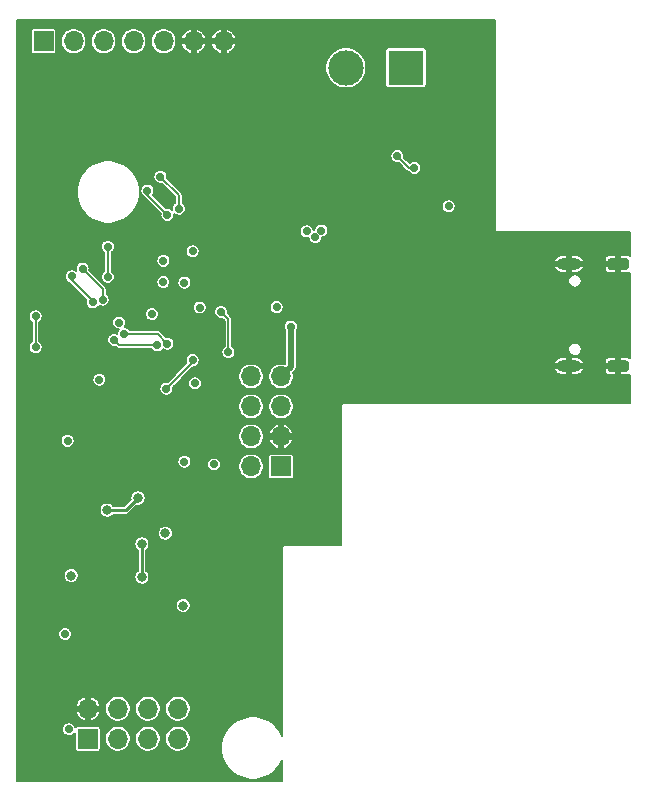
<source format=gbl>
G04 #@! TF.GenerationSoftware,KiCad,Pcbnew,(5.1.12)-1*
G04 #@! TF.CreationDate,2024-11-16T16:09:52+01:00*
G04 #@! TF.ProjectId,C7W1B1V1.0,43375731-4231-4563-912e-302e6b696361,rev?*
G04 #@! TF.SameCoordinates,Original*
G04 #@! TF.FileFunction,Copper,L4,Bot*
G04 #@! TF.FilePolarity,Positive*
%FSLAX46Y46*%
G04 Gerber Fmt 4.6, Leading zero omitted, Abs format (unit mm)*
G04 Created by KiCad (PCBNEW (5.1.12)-1) date 2024-11-16 16:09:52*
%MOMM*%
%LPD*%
G01*
G04 APERTURE LIST*
G04 #@! TA.AperFunction,ComponentPad*
%ADD10O,1.700000X1.700000*%
G04 #@! TD*
G04 #@! TA.AperFunction,ComponentPad*
%ADD11R,1.700000X1.700000*%
G04 #@! TD*
G04 #@! TA.AperFunction,ComponentPad*
%ADD12O,2.100000X1.000000*%
G04 #@! TD*
G04 #@! TA.AperFunction,ComponentPad*
%ADD13C,3.000000*%
G04 #@! TD*
G04 #@! TA.AperFunction,ComponentPad*
%ADD14R,3.000000X3.000000*%
G04 #@! TD*
G04 #@! TA.AperFunction,ViaPad*
%ADD15C,0.700000*%
G04 #@! TD*
G04 #@! TA.AperFunction,ViaPad*
%ADD16C,0.800000*%
G04 #@! TD*
G04 #@! TA.AperFunction,Conductor*
%ADD17C,0.250000*%
G04 #@! TD*
G04 #@! TA.AperFunction,Conductor*
%ADD18C,0.500000*%
G04 #@! TD*
G04 #@! TA.AperFunction,Conductor*
%ADD19C,0.160000*%
G04 #@! TD*
G04 #@! TA.AperFunction,Conductor*
%ADD20C,0.100000*%
G04 #@! TD*
G04 APERTURE END LIST*
D10*
G04 #@! TO.P,J5,7*
G04 #@! TO.N,GND*
X-68210000Y-92110000D03*
G04 #@! TO.P,J5,6*
X-70750000Y-92110000D03*
G04 #@! TO.P,J5,5*
G04 #@! TO.N,SWDIO*
X-73290000Y-92110000D03*
G04 #@! TO.P,J5,4*
G04 #@! TO.N,SWCLK*
X-75830000Y-92110000D03*
G04 #@! TO.P,J5,3*
G04 #@! TO.N,TX*
X-78370000Y-92110000D03*
G04 #@! TO.P,J5,2*
G04 #@! TO.N,RX*
X-80910000Y-92110000D03*
D11*
G04 #@! TO.P,J5,1*
G04 #@! TO.N,RST*
X-83450000Y-92110000D03*
G04 #@! TD*
D12*
G04 #@! TO.P,J2,SH2*
G04 #@! TO.N,GND*
X-38970000Y-110980000D03*
G04 #@! TO.P,J2,SH1*
X-38970000Y-119620000D03*
G04 #@! TO.P,J2,SH4*
G04 #@! TA.AperFunction,ComponentPad*
G36*
G01*
X-34140000Y-111480000D02*
X-35440000Y-111480000D01*
G75*
G02*
X-35690000Y-111230000I0J250000D01*
G01*
X-35690000Y-110730000D01*
G75*
G02*
X-35440000Y-110480000I250000J0D01*
G01*
X-34140000Y-110480000D01*
G75*
G02*
X-33890000Y-110730000I0J-250000D01*
G01*
X-33890000Y-111230000D01*
G75*
G02*
X-34140000Y-111480000I-250000J0D01*
G01*
G37*
G04 #@! TD.AperFunction*
G04 #@! TO.P,J2,SH3*
G04 #@! TA.AperFunction,ComponentPad*
G36*
G01*
X-34140000Y-120120000D02*
X-35440000Y-120120000D01*
G75*
G02*
X-35690000Y-119870000I0J250000D01*
G01*
X-35690000Y-119370000D01*
G75*
G02*
X-35440000Y-119120000I250000J0D01*
G01*
X-34140000Y-119120000D01*
G75*
G02*
X-33890000Y-119370000I0J-250000D01*
G01*
X-33890000Y-119870000D01*
G75*
G02*
X-34140000Y-120120000I-250000J0D01*
G01*
G37*
G04 #@! TD.AperFunction*
G04 #@! TD*
D13*
G04 #@! TO.P,J3,2*
G04 #@! TO.N,+BATT*
X-57850000Y-94350000D03*
D14*
G04 #@! TO.P,J3,1*
G04 #@! TO.N,GND1*
X-52770000Y-94350000D03*
G04 #@! TD*
D10*
G04 #@! TO.P,J1,8*
G04 #@! TO.N,PMS_TX*
X-65890000Y-120490000D03*
G04 #@! TO.P,J1,7*
G04 #@! TO.N,+5V*
X-63350000Y-120490000D03*
G04 #@! TO.P,J1,6*
G04 #@! TO.N,PMS_RX*
X-65890000Y-123030000D03*
G04 #@! TO.P,J1,5*
G04 #@! TO.N,Net-(J1-Pad5)*
X-63350000Y-123030000D03*
G04 #@! TO.P,J1,4*
G04 #@! TO.N,PMS_RST*
X-65890000Y-125570000D03*
G04 #@! TO.P,J1,3*
G04 #@! TO.N,GND*
X-63350000Y-125570000D03*
G04 #@! TO.P,J1,2*
G04 #@! TO.N,PMS_SET*
X-65890000Y-128110000D03*
D11*
G04 #@! TO.P,J1,1*
G04 #@! TO.N,Net-(J1-Pad1)*
X-63350000Y-128110000D03*
G04 #@! TD*
D10*
G04 #@! TO.P,J4,8*
G04 #@! TO.N,SCK*
X-72090000Y-148620000D03*
G04 #@! TO.P,J4,7*
G04 #@! TO.N,E_INC_RST*
X-72090000Y-151160000D03*
G04 #@! TO.P,J4,6*
G04 #@! TO.N,MOSI*
X-74630000Y-148620000D03*
G04 #@! TO.P,J4,5*
G04 #@! TO.N,E_INC_BUSY*
X-74630000Y-151160000D03*
G04 #@! TO.P,J4,4*
G04 #@! TO.N,E_INC_DC*
X-77170000Y-148620000D03*
G04 #@! TO.P,J4,3*
G04 #@! TO.N,E_INC_CS*
X-77170000Y-151160000D03*
G04 #@! TO.P,J4,2*
G04 #@! TO.N,GND*
X-79710000Y-148620000D03*
D11*
G04 #@! TO.P,J4,1*
G04 #@! TO.N,+3V3*
X-79710000Y-151160000D03*
G04 #@! TD*
D15*
G04 #@! TO.N,GND*
X-66580000Y-107540000D03*
X-66120000Y-106710000D03*
X-58570000Y-109100000D03*
X-58580000Y-110120000D03*
G04 #@! TO.N,+3V3*
X-77060000Y-115920000D03*
G04 #@! TO.N,GND*
X-75590000Y-143450000D03*
X-75730000Y-141750000D03*
G04 #@! TO.N,+3V3*
X-81630000Y-142300000D03*
X-78740000Y-120760000D03*
X-71530000Y-127710000D03*
X-69020000Y-127940000D03*
X-49160000Y-106080000D03*
G04 #@! TO.N,GND*
X-76650000Y-112950000D03*
X-49460000Y-111660000D03*
X-51210000Y-108200000D03*
X-52880000Y-108110000D03*
X-51890000Y-105490000D03*
X-49480000Y-108220000D03*
X-48890000Y-107170000D03*
X-51220000Y-99600000D03*
X-53520000Y-100380000D03*
X-58140000Y-98860000D03*
X-53720000Y-98570000D03*
X-54450000Y-97300000D03*
X-56050000Y-96940000D03*
X-57800000Y-96870000D03*
X-55760000Y-95640000D03*
X-48280000Y-94660000D03*
X-47270000Y-93780000D03*
X-48170000Y-92700000D03*
X-59940000Y-119240000D03*
X-60130000Y-118560000D03*
X-70430000Y-129950000D03*
X-72760000Y-127080000D03*
X-77630000Y-124910000D03*
X-83420000Y-122880000D03*
X-79620000Y-118770000D03*
X-78460000Y-139210000D03*
X-76890000Y-137880000D03*
X-78470000Y-144570000D03*
X-81040000Y-144520000D03*
X-83240000Y-148740000D03*
X-81450000Y-148250000D03*
X-74920000Y-132700000D03*
X-69760000Y-136180000D03*
X-68770000Y-137650000D03*
X-74620000Y-133590000D03*
X-74750000Y-131630000D03*
X-71490000Y-114880000D03*
X-72030000Y-113390000D03*
X-45690000Y-115130000D03*
X-44200000Y-115200000D03*
X-42290000Y-115280000D03*
X-46410000Y-113180000D03*
X-44300000Y-113500000D03*
X-43490000Y-112330000D03*
X-54140000Y-110680000D03*
X-53230000Y-111650000D03*
X-53260000Y-109920000D03*
X-60260000Y-111410000D03*
X-61190000Y-110610000D03*
X-55710000Y-110500000D03*
X-54850000Y-109670000D03*
X-58310000Y-107530000D03*
X-58890000Y-111920000D03*
X-57630000Y-111870000D03*
X-56220000Y-111820000D03*
X-57050000Y-107670000D03*
X-59410000Y-107150000D03*
X-69280000Y-121200000D03*
X-60530000Y-114750000D03*
X-61170000Y-116050000D03*
X-60330000Y-113090000D03*
X-63610000Y-116230000D03*
X-62850000Y-112930000D03*
X-63690000Y-109280000D03*
X-63630000Y-108280000D03*
X-63660000Y-107310000D03*
X-63650000Y-106280000D03*
X-66760000Y-109490000D03*
X-66270000Y-108650000D03*
X-68890000Y-108070000D03*
X-68620000Y-110700000D03*
X-67580000Y-105420000D03*
X-68890000Y-105550000D03*
X-41800000Y-120010000D03*
X-43210000Y-120760000D03*
X-73790000Y-108300000D03*
X-74180000Y-109080000D03*
X-81450000Y-134840000D03*
X-80360000Y-132490000D03*
X-78810000Y-130850000D03*
X-81660000Y-139240000D03*
X-70030000Y-147480000D03*
X-69120000Y-146360000D03*
X-69990000Y-145080000D03*
X-68900000Y-144190000D03*
X-70060000Y-144010000D03*
X-68850000Y-143110000D03*
X-69020000Y-145240000D03*
X-70120000Y-146140000D03*
X-71730000Y-104340000D03*
X-70710000Y-103400000D03*
X-68790000Y-101460000D03*
X-67200000Y-100220000D03*
X-64100000Y-99900000D03*
X-61150000Y-99780000D03*
X-65920000Y-98740000D03*
X-64130000Y-97230000D03*
X-61780000Y-97400000D03*
X-62890000Y-98180000D03*
X-62510000Y-95700000D03*
X-61380000Y-94170000D03*
X-71490000Y-118230000D03*
X-69900000Y-116400000D03*
X-69150000Y-115730000D03*
X-70700000Y-117160000D03*
X-68940000Y-126600000D03*
X-70410000Y-111730000D03*
X-81020000Y-129230000D03*
X-79820000Y-128180000D03*
X-83020000Y-105990000D03*
X-82930000Y-108240000D03*
X-82860000Y-111880000D03*
X-85060000Y-111850000D03*
X-85130000Y-108900000D03*
X-85150000Y-104120000D03*
X-85110000Y-105920000D03*
X-85220000Y-98040000D03*
X-85180000Y-94520000D03*
X-78370000Y-94330000D03*
X-77250000Y-98140000D03*
X-82860000Y-99270000D03*
X-82910000Y-94450000D03*
X-69810000Y-94590000D03*
X-69470000Y-96110000D03*
X-70070000Y-98990000D03*
X-72170000Y-96960000D03*
X-71910000Y-94360000D03*
X-66540000Y-94710000D03*
X-45830000Y-90990000D03*
X-49150000Y-91100000D03*
X-56390000Y-91000000D03*
X-58770000Y-90970000D03*
X-53270000Y-91170000D03*
X-61390000Y-90820000D03*
X-45830000Y-94600000D03*
X-45670000Y-96580000D03*
X-45670000Y-99030000D03*
X-45690000Y-101180000D03*
X-45890000Y-103810000D03*
X-45970000Y-107020000D03*
X-43340000Y-108950000D03*
X-40830000Y-109090000D03*
X-37580000Y-109110000D03*
X-34610000Y-109090000D03*
X-35950000Y-112660000D03*
X-34820000Y-114570000D03*
X-36350000Y-116410000D03*
X-34730000Y-117370000D03*
X-34660000Y-121730000D03*
X-38910000Y-121900000D03*
X-43180000Y-121970000D03*
X-46780000Y-121930000D03*
X-50500000Y-122080000D03*
X-48570000Y-119320000D03*
X-45780000Y-118110000D03*
X-50990000Y-117590000D03*
X-54880000Y-120260000D03*
X-57620000Y-114320000D03*
X-58970000Y-115270000D03*
X-55660000Y-114800000D03*
X-55590000Y-112920000D03*
X-52150000Y-113360000D03*
X-60050000Y-122550000D03*
X-60010000Y-126110000D03*
X-59520000Y-129200000D03*
X-59430000Y-131670000D03*
X-59670000Y-133750000D03*
X-64600000Y-134070000D03*
X-68400000Y-132520000D03*
X-66800000Y-132150000D03*
X-66370000Y-133870000D03*
X-61680000Y-131330000D03*
X-62840000Y-133320000D03*
X-65650000Y-136090000D03*
X-63970000Y-136990000D03*
X-63860000Y-141110000D03*
X-65150000Y-139120000D03*
X-65360000Y-140940000D03*
X-64030000Y-142480000D03*
X-63900000Y-145740000D03*
X-63970000Y-148350000D03*
X-64030000Y-144350000D03*
X-65480000Y-145440000D03*
X-65520000Y-143210000D03*
X-69500000Y-152610000D03*
X-67910000Y-154200000D03*
X-85210000Y-152640000D03*
X-83540000Y-152650000D03*
X-82290000Y-153020000D03*
X-84790000Y-148980000D03*
X-84780000Y-146850000D03*
X-83510000Y-147260000D03*
X-82430000Y-146330000D03*
X-78980000Y-146320000D03*
X-75720000Y-146300000D03*
X-73840000Y-146130000D03*
X-76320000Y-139620000D03*
X-74010000Y-139620000D03*
X-84950000Y-141180000D03*
X-85030000Y-138800000D03*
X-85030000Y-136130000D03*
X-84930000Y-133800000D03*
X-84680000Y-131920000D03*
X-82990000Y-131120000D03*
X-82100000Y-129490000D03*
X-81350000Y-130710000D03*
X-81820000Y-118070000D03*
X-76330000Y-122760000D03*
X-77280000Y-121960000D03*
X-76460000Y-121610000D03*
X-72700000Y-123150000D03*
X-74280000Y-125480000D03*
X-75600000Y-126830000D03*
X-72870000Y-125330000D03*
X-79820000Y-109260000D03*
X-79070000Y-108540000D03*
X-80070000Y-102440000D03*
X-75650000Y-102560000D03*
X-85200000Y-143280000D03*
D16*
G04 #@! TO.N,+3V3*
X-73148000Y-133758000D03*
X-71630000Y-139880000D03*
X-81120000Y-137350000D03*
D15*
X-70830000Y-109890000D03*
X-71530000Y-112540000D03*
X-73320000Y-112500000D03*
X-73300000Y-110700000D03*
X-61180000Y-108210000D03*
X-60450000Y-108700000D03*
X-59930000Y-108130000D03*
X-81420000Y-125940000D03*
X-81310000Y-150360000D03*
X-70230000Y-114650000D03*
X-74280000Y-115210000D03*
X-70630000Y-121070000D03*
D16*
G04 #@! TO.N,MOSI*
X-75130000Y-134670000D03*
X-75130000Y-137480000D03*
D15*
G04 #@! TO.N,+5V*
X-62510000Y-116260000D03*
G04 #@! TO.N,5V_EN*
X-73050000Y-121520000D03*
G04 #@! TO.N,5V_TEST*
X-63720000Y-114620000D03*
G04 #@! TO.N,5V_EN*
X-70830000Y-119110000D03*
G04 #@! TO.N,~CHRG_STATUS*
X-78010000Y-112070000D03*
X-78010000Y-109500000D03*
D16*
G04 #@! TO.N,MISO*
X-78070000Y-131810000D03*
X-75460000Y-130780000D03*
D15*
G04 #@! TO.N,Net-(Q1-Pad2)*
X-53500000Y-101830000D03*
X-52050000Y-102840000D03*
G04 #@! TO.N,RST*
X-84130000Y-118020000D03*
X-84130000Y-115400000D03*
G04 #@! TO.N,RX*
X-73810000Y-117860000D03*
X-77485000Y-117395000D03*
X-79280000Y-114220000D03*
X-81060000Y-112010000D03*
G04 #@! TO.N,TX*
X-72960000Y-117720000D03*
X-76640000Y-116880000D03*
X-78440000Y-113990000D03*
X-80140000Y-111360000D03*
G04 #@! TO.N,SWCLK*
X-72970000Y-106820000D03*
X-74660000Y-104750000D03*
G04 #@! TO.N,SWDIO*
X-67800000Y-118440000D03*
X-68430000Y-115020000D03*
X-72000000Y-106290000D03*
X-73560000Y-103580000D03*
G04 #@! TD*
D17*
G04 #@! TO.N,MOSI*
X-75130000Y-134670000D02*
X-75130000Y-137480000D01*
X-75130000Y-137480000D02*
X-75130000Y-137480000D01*
D18*
G04 #@! TO.N,+5V*
X-62510000Y-119650000D02*
X-63350000Y-120490000D01*
X-62510000Y-116260000D02*
X-62510000Y-119650000D01*
D19*
G04 #@! TO.N,5V_EN*
X-73050000Y-121520000D02*
X-70830000Y-119300000D01*
X-70830000Y-119300000D02*
X-70830000Y-119110000D01*
X-70830000Y-119110000D02*
X-70830000Y-119110000D01*
G04 #@! TO.N,~CHRG_STATUS*
X-78010000Y-112070000D02*
X-78010000Y-109500000D01*
X-78010000Y-109500000D02*
X-78010000Y-109500000D01*
D17*
G04 #@! TO.N,MISO*
X-78070000Y-131810000D02*
X-76490000Y-131810000D01*
X-76490000Y-131810000D02*
X-75460000Y-130780000D01*
X-75460000Y-130780000D02*
X-75460000Y-130780000D01*
D19*
G04 #@! TO.N,Net-(Q1-Pad2)*
X-53500000Y-101830000D02*
X-52490000Y-102840000D01*
X-52490000Y-102840000D02*
X-52050000Y-102840000D01*
X-52050000Y-102840000D02*
X-52050000Y-102840000D01*
G04 #@! TO.N,RST*
X-84130000Y-118020000D02*
X-84130000Y-115400000D01*
X-84130000Y-115400000D02*
X-84130000Y-115400000D01*
G04 #@! TO.N,RX*
X-73800000Y-117850000D02*
X-77030000Y-117850000D01*
X-77030000Y-117850000D02*
X-77485000Y-117395000D01*
X-77485000Y-117395000D02*
X-77530000Y-117350000D01*
X-79210000Y-114180000D02*
X-81060000Y-112330000D01*
X-81060000Y-112330000D02*
X-81060000Y-112010000D01*
X-81060000Y-112010000D02*
X-81060000Y-112010000D01*
G04 #@! TO.N,TX*
X-72960000Y-117720000D02*
X-73800000Y-116880000D01*
X-73800000Y-116880000D02*
X-76640000Y-116880000D01*
X-76640000Y-116880000D02*
X-76640000Y-116880000D01*
X-78440000Y-113990000D02*
X-78440000Y-113060000D01*
X-78440000Y-113060000D02*
X-80140000Y-111360000D01*
X-80140000Y-111360000D02*
X-80140000Y-111360000D01*
G04 #@! TO.N,SWCLK*
X-74660000Y-105130000D02*
X-74660000Y-104750000D01*
X-72970000Y-106820000D02*
X-74660000Y-105130000D01*
G04 #@! TO.N,SWDIO*
X-67800000Y-118440000D02*
X-67800000Y-115650000D01*
X-67800000Y-115650000D02*
X-68430000Y-115020000D01*
X-68430000Y-115020000D02*
X-68430000Y-115020000D01*
X-72000000Y-106290000D02*
X-72000000Y-105140000D01*
X-72000000Y-105140000D02*
X-73560000Y-103580000D01*
X-73560000Y-103580000D02*
X-73560000Y-103580000D01*
G04 #@! TD*
G04 #@! TO.N,GND*
X-45265000Y-107986985D02*
X-45266282Y-108000000D01*
X-45261165Y-108051949D01*
X-45246012Y-108101902D01*
X-45241683Y-108110000D01*
X-45221405Y-108147938D01*
X-45188290Y-108188290D01*
X-45147938Y-108221405D01*
X-45101902Y-108246012D01*
X-45051949Y-108261165D01*
X-45000000Y-108266282D01*
X-44986985Y-108265000D01*
X-33764999Y-108265000D01*
X-33764999Y-110274681D01*
X-33797712Y-110257196D01*
X-33842952Y-110243473D01*
X-33890000Y-110238839D01*
X-34556000Y-110240000D01*
X-34616000Y-110300000D01*
X-34616000Y-110806000D01*
X-34596000Y-110806000D01*
X-34596000Y-111154000D01*
X-34616000Y-111154000D01*
X-34616000Y-111660000D01*
X-34556000Y-111720000D01*
X-33890000Y-111721161D01*
X-33842952Y-111716527D01*
X-33797712Y-111702804D01*
X-33764999Y-111685319D01*
X-33765000Y-118914681D01*
X-33797712Y-118897196D01*
X-33842952Y-118883473D01*
X-33890000Y-118878839D01*
X-34556000Y-118880000D01*
X-34616000Y-118940000D01*
X-34616000Y-119446000D01*
X-34596000Y-119446000D01*
X-34596000Y-119794000D01*
X-34616000Y-119794000D01*
X-34616000Y-120300000D01*
X-34556000Y-120360000D01*
X-33890000Y-120361161D01*
X-33842952Y-120356527D01*
X-33797712Y-120342804D01*
X-33765000Y-120325319D01*
X-33765000Y-122735000D01*
X-57986985Y-122735000D01*
X-58000000Y-122733718D01*
X-58013015Y-122735000D01*
X-58051949Y-122738835D01*
X-58101902Y-122753988D01*
X-58147938Y-122778595D01*
X-58188290Y-122811710D01*
X-58221405Y-122852062D01*
X-58246012Y-122898098D01*
X-58261165Y-122948051D01*
X-58266282Y-123000000D01*
X-58264999Y-123013025D01*
X-58265000Y-134735000D01*
X-62986985Y-134735000D01*
X-63000000Y-134733718D01*
X-63013015Y-134735000D01*
X-63051949Y-134738835D01*
X-63101902Y-134753988D01*
X-63147938Y-134778595D01*
X-63188290Y-134811710D01*
X-63221405Y-134852062D01*
X-63246012Y-134898098D01*
X-63261165Y-134948051D01*
X-63266282Y-135000000D01*
X-63264999Y-135013025D01*
X-63265000Y-150887860D01*
X-63355015Y-150670544D01*
X-63648308Y-150231600D01*
X-64021600Y-149858308D01*
X-64460544Y-149565015D01*
X-64948273Y-149362991D01*
X-65466043Y-149260000D01*
X-65993957Y-149260000D01*
X-66511727Y-149362991D01*
X-66999456Y-149565015D01*
X-67438400Y-149858308D01*
X-67811692Y-150231600D01*
X-68104985Y-150670544D01*
X-68307009Y-151158273D01*
X-68410000Y-151676043D01*
X-68410000Y-152203957D01*
X-68307009Y-152721727D01*
X-68104985Y-153209456D01*
X-67811692Y-153648400D01*
X-67438400Y-154021692D01*
X-66999456Y-154314985D01*
X-66511727Y-154517009D01*
X-65993957Y-154620000D01*
X-65466043Y-154620000D01*
X-64948273Y-154517009D01*
X-64460544Y-154314985D01*
X-64021600Y-154021692D01*
X-63648308Y-153648400D01*
X-63355015Y-153209456D01*
X-63265000Y-152992140D01*
X-63265000Y-154735000D01*
X-85735000Y-154735000D01*
X-85735000Y-150301890D01*
X-81900000Y-150301890D01*
X-81900000Y-150418110D01*
X-81877327Y-150532097D01*
X-81832851Y-150639470D01*
X-81768283Y-150736103D01*
X-81686103Y-150818283D01*
X-81589470Y-150882851D01*
X-81482097Y-150927327D01*
X-81368110Y-150950000D01*
X-81251890Y-150950000D01*
X-81137903Y-150927327D01*
X-81030530Y-150882851D01*
X-80933897Y-150818283D01*
X-80851717Y-150736103D01*
X-80801161Y-150660440D01*
X-80801161Y-152010000D01*
X-80796527Y-152057048D01*
X-80782804Y-152102288D01*
X-80760518Y-152143982D01*
X-80730527Y-152180527D01*
X-80693982Y-152210518D01*
X-80652288Y-152232804D01*
X-80607048Y-152246527D01*
X-80560000Y-152251161D01*
X-78860000Y-152251161D01*
X-78812952Y-152246527D01*
X-78767712Y-152232804D01*
X-78726018Y-152210518D01*
X-78689473Y-152180527D01*
X-78659482Y-152143982D01*
X-78637196Y-152102288D01*
X-78623473Y-152057048D01*
X-78618839Y-152010000D01*
X-78618839Y-151052644D01*
X-78260000Y-151052644D01*
X-78260000Y-151267356D01*
X-78218112Y-151477941D01*
X-78135945Y-151676309D01*
X-78016658Y-151854834D01*
X-77864834Y-152006658D01*
X-77686309Y-152125945D01*
X-77487941Y-152208112D01*
X-77277356Y-152250000D01*
X-77062644Y-152250000D01*
X-76852059Y-152208112D01*
X-76653691Y-152125945D01*
X-76475166Y-152006658D01*
X-76323342Y-151854834D01*
X-76204055Y-151676309D01*
X-76121888Y-151477941D01*
X-76080000Y-151267356D01*
X-76080000Y-151052644D01*
X-75720000Y-151052644D01*
X-75720000Y-151267356D01*
X-75678112Y-151477941D01*
X-75595945Y-151676309D01*
X-75476658Y-151854834D01*
X-75324834Y-152006658D01*
X-75146309Y-152125945D01*
X-74947941Y-152208112D01*
X-74737356Y-152250000D01*
X-74522644Y-152250000D01*
X-74312059Y-152208112D01*
X-74113691Y-152125945D01*
X-73935166Y-152006658D01*
X-73783342Y-151854834D01*
X-73664055Y-151676309D01*
X-73581888Y-151477941D01*
X-73540000Y-151267356D01*
X-73540000Y-151052644D01*
X-73180000Y-151052644D01*
X-73180000Y-151267356D01*
X-73138112Y-151477941D01*
X-73055945Y-151676309D01*
X-72936658Y-151854834D01*
X-72784834Y-152006658D01*
X-72606309Y-152125945D01*
X-72407941Y-152208112D01*
X-72197356Y-152250000D01*
X-71982644Y-152250000D01*
X-71772059Y-152208112D01*
X-71573691Y-152125945D01*
X-71395166Y-152006658D01*
X-71243342Y-151854834D01*
X-71124055Y-151676309D01*
X-71041888Y-151477941D01*
X-71000000Y-151267356D01*
X-71000000Y-151052644D01*
X-71041888Y-150842059D01*
X-71124055Y-150643691D01*
X-71243342Y-150465166D01*
X-71395166Y-150313342D01*
X-71573691Y-150194055D01*
X-71772059Y-150111888D01*
X-71982644Y-150070000D01*
X-72197356Y-150070000D01*
X-72407941Y-150111888D01*
X-72606309Y-150194055D01*
X-72784834Y-150313342D01*
X-72936658Y-150465166D01*
X-73055945Y-150643691D01*
X-73138112Y-150842059D01*
X-73180000Y-151052644D01*
X-73540000Y-151052644D01*
X-73581888Y-150842059D01*
X-73664055Y-150643691D01*
X-73783342Y-150465166D01*
X-73935166Y-150313342D01*
X-74113691Y-150194055D01*
X-74312059Y-150111888D01*
X-74522644Y-150070000D01*
X-74737356Y-150070000D01*
X-74947941Y-150111888D01*
X-75146309Y-150194055D01*
X-75324834Y-150313342D01*
X-75476658Y-150465166D01*
X-75595945Y-150643691D01*
X-75678112Y-150842059D01*
X-75720000Y-151052644D01*
X-76080000Y-151052644D01*
X-76121888Y-150842059D01*
X-76204055Y-150643691D01*
X-76323342Y-150465166D01*
X-76475166Y-150313342D01*
X-76653691Y-150194055D01*
X-76852059Y-150111888D01*
X-77062644Y-150070000D01*
X-77277356Y-150070000D01*
X-77487941Y-150111888D01*
X-77686309Y-150194055D01*
X-77864834Y-150313342D01*
X-78016658Y-150465166D01*
X-78135945Y-150643691D01*
X-78218112Y-150842059D01*
X-78260000Y-151052644D01*
X-78618839Y-151052644D01*
X-78618839Y-150310000D01*
X-78623473Y-150262952D01*
X-78637196Y-150217712D01*
X-78659482Y-150176018D01*
X-78689473Y-150139473D01*
X-78726018Y-150109482D01*
X-78767712Y-150087196D01*
X-78812952Y-150073473D01*
X-78860000Y-150068839D01*
X-80560000Y-150068839D01*
X-80607048Y-150073473D01*
X-80652288Y-150087196D01*
X-80693982Y-150109482D01*
X-80730527Y-150139473D01*
X-80751930Y-150165554D01*
X-80787149Y-150080530D01*
X-80851717Y-149983897D01*
X-80933897Y-149901717D01*
X-81030530Y-149837149D01*
X-81137903Y-149792673D01*
X-81251890Y-149770000D01*
X-81368110Y-149770000D01*
X-81482097Y-149792673D01*
X-81589470Y-149837149D01*
X-81686103Y-149901717D01*
X-81768283Y-149983897D01*
X-81832851Y-150080530D01*
X-81877327Y-150187903D01*
X-81900000Y-150301890D01*
X-85735000Y-150301890D01*
X-85735000Y-148960186D01*
X-80745564Y-148960186D01*
X-80659299Y-149155678D01*
X-80536553Y-149330584D01*
X-80382043Y-149478183D01*
X-80201707Y-149592802D01*
X-80050185Y-149655555D01*
X-79884000Y-149635197D01*
X-79884000Y-148794000D01*
X-79536000Y-148794000D01*
X-79536000Y-149635197D01*
X-79369815Y-149655555D01*
X-79218293Y-149592802D01*
X-79037957Y-149478183D01*
X-78883447Y-149330584D01*
X-78760701Y-149155678D01*
X-78674436Y-148960186D01*
X-78693969Y-148794000D01*
X-79536000Y-148794000D01*
X-79884000Y-148794000D01*
X-80726031Y-148794000D01*
X-80745564Y-148960186D01*
X-85735000Y-148960186D01*
X-85735000Y-148512644D01*
X-78260000Y-148512644D01*
X-78260000Y-148727356D01*
X-78218112Y-148937941D01*
X-78135945Y-149136309D01*
X-78016658Y-149314834D01*
X-77864834Y-149466658D01*
X-77686309Y-149585945D01*
X-77487941Y-149668112D01*
X-77277356Y-149710000D01*
X-77062644Y-149710000D01*
X-76852059Y-149668112D01*
X-76653691Y-149585945D01*
X-76475166Y-149466658D01*
X-76323342Y-149314834D01*
X-76204055Y-149136309D01*
X-76121888Y-148937941D01*
X-76080000Y-148727356D01*
X-76080000Y-148512644D01*
X-75720000Y-148512644D01*
X-75720000Y-148727356D01*
X-75678112Y-148937941D01*
X-75595945Y-149136309D01*
X-75476658Y-149314834D01*
X-75324834Y-149466658D01*
X-75146309Y-149585945D01*
X-74947941Y-149668112D01*
X-74737356Y-149710000D01*
X-74522644Y-149710000D01*
X-74312059Y-149668112D01*
X-74113691Y-149585945D01*
X-73935166Y-149466658D01*
X-73783342Y-149314834D01*
X-73664055Y-149136309D01*
X-73581888Y-148937941D01*
X-73540000Y-148727356D01*
X-73540000Y-148512644D01*
X-73180000Y-148512644D01*
X-73180000Y-148727356D01*
X-73138112Y-148937941D01*
X-73055945Y-149136309D01*
X-72936658Y-149314834D01*
X-72784834Y-149466658D01*
X-72606309Y-149585945D01*
X-72407941Y-149668112D01*
X-72197356Y-149710000D01*
X-71982644Y-149710000D01*
X-71772059Y-149668112D01*
X-71573691Y-149585945D01*
X-71395166Y-149466658D01*
X-71243342Y-149314834D01*
X-71124055Y-149136309D01*
X-71041888Y-148937941D01*
X-71000000Y-148727356D01*
X-71000000Y-148512644D01*
X-71041888Y-148302059D01*
X-71124055Y-148103691D01*
X-71243342Y-147925166D01*
X-71395166Y-147773342D01*
X-71573691Y-147654055D01*
X-71772059Y-147571888D01*
X-71982644Y-147530000D01*
X-72197356Y-147530000D01*
X-72407941Y-147571888D01*
X-72606309Y-147654055D01*
X-72784834Y-147773342D01*
X-72936658Y-147925166D01*
X-73055945Y-148103691D01*
X-73138112Y-148302059D01*
X-73180000Y-148512644D01*
X-73540000Y-148512644D01*
X-73581888Y-148302059D01*
X-73664055Y-148103691D01*
X-73783342Y-147925166D01*
X-73935166Y-147773342D01*
X-74113691Y-147654055D01*
X-74312059Y-147571888D01*
X-74522644Y-147530000D01*
X-74737356Y-147530000D01*
X-74947941Y-147571888D01*
X-75146309Y-147654055D01*
X-75324834Y-147773342D01*
X-75476658Y-147925166D01*
X-75595945Y-148103691D01*
X-75678112Y-148302059D01*
X-75720000Y-148512644D01*
X-76080000Y-148512644D01*
X-76121888Y-148302059D01*
X-76204055Y-148103691D01*
X-76323342Y-147925166D01*
X-76475166Y-147773342D01*
X-76653691Y-147654055D01*
X-76852059Y-147571888D01*
X-77062644Y-147530000D01*
X-77277356Y-147530000D01*
X-77487941Y-147571888D01*
X-77686309Y-147654055D01*
X-77864834Y-147773342D01*
X-78016658Y-147925166D01*
X-78135945Y-148103691D01*
X-78218112Y-148302059D01*
X-78260000Y-148512644D01*
X-85735000Y-148512644D01*
X-85735000Y-148279814D01*
X-80745564Y-148279814D01*
X-80726031Y-148446000D01*
X-79884000Y-148446000D01*
X-79884000Y-147604803D01*
X-79536000Y-147604803D01*
X-79536000Y-148446000D01*
X-78693969Y-148446000D01*
X-78674436Y-148279814D01*
X-78760701Y-148084322D01*
X-78883447Y-147909416D01*
X-79037957Y-147761817D01*
X-79218293Y-147647198D01*
X-79369815Y-147584445D01*
X-79536000Y-147604803D01*
X-79884000Y-147604803D01*
X-80050185Y-147584445D01*
X-80201707Y-147647198D01*
X-80382043Y-147761817D01*
X-80536553Y-147909416D01*
X-80659299Y-148084322D01*
X-80745564Y-148279814D01*
X-85735000Y-148279814D01*
X-85735000Y-142241890D01*
X-82220000Y-142241890D01*
X-82220000Y-142358110D01*
X-82197327Y-142472097D01*
X-82152851Y-142579470D01*
X-82088283Y-142676103D01*
X-82006103Y-142758283D01*
X-81909470Y-142822851D01*
X-81802097Y-142867327D01*
X-81688110Y-142890000D01*
X-81571890Y-142890000D01*
X-81457903Y-142867327D01*
X-81350530Y-142822851D01*
X-81253897Y-142758283D01*
X-81171717Y-142676103D01*
X-81107149Y-142579470D01*
X-81062673Y-142472097D01*
X-81040000Y-142358110D01*
X-81040000Y-142241890D01*
X-81062673Y-142127903D01*
X-81107149Y-142020530D01*
X-81171717Y-141923897D01*
X-81253897Y-141841717D01*
X-81350530Y-141777149D01*
X-81457903Y-141732673D01*
X-81571890Y-141710000D01*
X-81688110Y-141710000D01*
X-81802097Y-141732673D01*
X-81909470Y-141777149D01*
X-82006103Y-141841717D01*
X-82088283Y-141923897D01*
X-82152851Y-142020530D01*
X-82197327Y-142127903D01*
X-82220000Y-142241890D01*
X-85735000Y-142241890D01*
X-85735000Y-139816965D01*
X-72270000Y-139816965D01*
X-72270000Y-139943035D01*
X-72245405Y-140066681D01*
X-72197161Y-140183154D01*
X-72127121Y-140287976D01*
X-72037976Y-140377121D01*
X-71933154Y-140447161D01*
X-71816681Y-140495405D01*
X-71693035Y-140520000D01*
X-71566965Y-140520000D01*
X-71443319Y-140495405D01*
X-71326846Y-140447161D01*
X-71222024Y-140377121D01*
X-71132879Y-140287976D01*
X-71062839Y-140183154D01*
X-71014595Y-140066681D01*
X-70990000Y-139943035D01*
X-70990000Y-139816965D01*
X-71014595Y-139693319D01*
X-71062839Y-139576846D01*
X-71132879Y-139472024D01*
X-71222024Y-139382879D01*
X-71326846Y-139312839D01*
X-71443319Y-139264595D01*
X-71566965Y-139240000D01*
X-71693035Y-139240000D01*
X-71816681Y-139264595D01*
X-71933154Y-139312839D01*
X-72037976Y-139382879D01*
X-72127121Y-139472024D01*
X-72197161Y-139576846D01*
X-72245405Y-139693319D01*
X-72270000Y-139816965D01*
X-85735000Y-139816965D01*
X-85735000Y-137286965D01*
X-81760000Y-137286965D01*
X-81760000Y-137413035D01*
X-81735405Y-137536681D01*
X-81687161Y-137653154D01*
X-81617121Y-137757976D01*
X-81527976Y-137847121D01*
X-81423154Y-137917161D01*
X-81306681Y-137965405D01*
X-81183035Y-137990000D01*
X-81056965Y-137990000D01*
X-80933319Y-137965405D01*
X-80816846Y-137917161D01*
X-80712024Y-137847121D01*
X-80622879Y-137757976D01*
X-80552839Y-137653154D01*
X-80504595Y-137536681D01*
X-80480000Y-137413035D01*
X-80480000Y-137286965D01*
X-80504595Y-137163319D01*
X-80552839Y-137046846D01*
X-80622879Y-136942024D01*
X-80712024Y-136852879D01*
X-80816846Y-136782839D01*
X-80933319Y-136734595D01*
X-81056965Y-136710000D01*
X-81183035Y-136710000D01*
X-81306681Y-136734595D01*
X-81423154Y-136782839D01*
X-81527976Y-136852879D01*
X-81617121Y-136942024D01*
X-81687161Y-137046846D01*
X-81735405Y-137163319D01*
X-81760000Y-137286965D01*
X-85735000Y-137286965D01*
X-85735000Y-134606965D01*
X-75770000Y-134606965D01*
X-75770000Y-134733035D01*
X-75745405Y-134856681D01*
X-75697161Y-134973154D01*
X-75627121Y-135077976D01*
X-75537976Y-135167121D01*
X-75495000Y-135195837D01*
X-75494999Y-136954163D01*
X-75537976Y-136982879D01*
X-75627121Y-137072024D01*
X-75697161Y-137176846D01*
X-75745405Y-137293319D01*
X-75770000Y-137416965D01*
X-75770000Y-137543035D01*
X-75745405Y-137666681D01*
X-75697161Y-137783154D01*
X-75627121Y-137887976D01*
X-75537976Y-137977121D01*
X-75433154Y-138047161D01*
X-75316681Y-138095405D01*
X-75193035Y-138120000D01*
X-75066965Y-138120000D01*
X-74943319Y-138095405D01*
X-74826846Y-138047161D01*
X-74722024Y-137977121D01*
X-74632879Y-137887976D01*
X-74562839Y-137783154D01*
X-74514595Y-137666681D01*
X-74490000Y-137543035D01*
X-74490000Y-137416965D01*
X-74514595Y-137293319D01*
X-74562839Y-137176846D01*
X-74632879Y-137072024D01*
X-74722024Y-136982879D01*
X-74765000Y-136954163D01*
X-74765000Y-135195837D01*
X-74722024Y-135167121D01*
X-74632879Y-135077976D01*
X-74562839Y-134973154D01*
X-74514595Y-134856681D01*
X-74490000Y-134733035D01*
X-74490000Y-134606965D01*
X-74514595Y-134483319D01*
X-74562839Y-134366846D01*
X-74632879Y-134262024D01*
X-74722024Y-134172879D01*
X-74826846Y-134102839D01*
X-74943319Y-134054595D01*
X-75066965Y-134030000D01*
X-75193035Y-134030000D01*
X-75316681Y-134054595D01*
X-75433154Y-134102839D01*
X-75537976Y-134172879D01*
X-75627121Y-134262024D01*
X-75697161Y-134366846D01*
X-75745405Y-134483319D01*
X-75770000Y-134606965D01*
X-85735000Y-134606965D01*
X-85735000Y-133694965D01*
X-73788000Y-133694965D01*
X-73788000Y-133821035D01*
X-73763405Y-133944681D01*
X-73715161Y-134061154D01*
X-73645121Y-134165976D01*
X-73555976Y-134255121D01*
X-73451154Y-134325161D01*
X-73334681Y-134373405D01*
X-73211035Y-134398000D01*
X-73084965Y-134398000D01*
X-72961319Y-134373405D01*
X-72844846Y-134325161D01*
X-72740024Y-134255121D01*
X-72650879Y-134165976D01*
X-72580839Y-134061154D01*
X-72532595Y-133944681D01*
X-72508000Y-133821035D01*
X-72508000Y-133694965D01*
X-72532595Y-133571319D01*
X-72580839Y-133454846D01*
X-72650879Y-133350024D01*
X-72740024Y-133260879D01*
X-72844846Y-133190839D01*
X-72961319Y-133142595D01*
X-73084965Y-133118000D01*
X-73211035Y-133118000D01*
X-73334681Y-133142595D01*
X-73451154Y-133190839D01*
X-73555976Y-133260879D01*
X-73645121Y-133350024D01*
X-73715161Y-133454846D01*
X-73763405Y-133571319D01*
X-73788000Y-133694965D01*
X-85735000Y-133694965D01*
X-85735000Y-131746965D01*
X-78710000Y-131746965D01*
X-78710000Y-131873035D01*
X-78685405Y-131996681D01*
X-78637161Y-132113154D01*
X-78567121Y-132217976D01*
X-78477976Y-132307121D01*
X-78373154Y-132377161D01*
X-78256681Y-132425405D01*
X-78133035Y-132450000D01*
X-78006965Y-132450000D01*
X-77883319Y-132425405D01*
X-77766846Y-132377161D01*
X-77662024Y-132307121D01*
X-77572879Y-132217976D01*
X-77544163Y-132175000D01*
X-76507929Y-132175000D01*
X-76490000Y-132176766D01*
X-76472071Y-132175000D01*
X-76472069Y-132175000D01*
X-76418448Y-132169719D01*
X-76349645Y-132148848D01*
X-76286236Y-132114955D01*
X-76230657Y-132069343D01*
X-76219221Y-132055408D01*
X-75573729Y-131409916D01*
X-75523035Y-131420000D01*
X-75396965Y-131420000D01*
X-75273319Y-131395405D01*
X-75156846Y-131347161D01*
X-75052024Y-131277121D01*
X-74962879Y-131187976D01*
X-74892839Y-131083154D01*
X-74844595Y-130966681D01*
X-74820000Y-130843035D01*
X-74820000Y-130716965D01*
X-74844595Y-130593319D01*
X-74892839Y-130476846D01*
X-74962879Y-130372024D01*
X-75052024Y-130282879D01*
X-75156846Y-130212839D01*
X-75273319Y-130164595D01*
X-75396965Y-130140000D01*
X-75523035Y-130140000D01*
X-75646681Y-130164595D01*
X-75763154Y-130212839D01*
X-75867976Y-130282879D01*
X-75957121Y-130372024D01*
X-76027161Y-130476846D01*
X-76075405Y-130593319D01*
X-76100000Y-130716965D01*
X-76100000Y-130843035D01*
X-76089916Y-130893729D01*
X-76641187Y-131445000D01*
X-77544163Y-131445000D01*
X-77572879Y-131402024D01*
X-77662024Y-131312879D01*
X-77766846Y-131242839D01*
X-77883319Y-131194595D01*
X-78006965Y-131170000D01*
X-78133035Y-131170000D01*
X-78256681Y-131194595D01*
X-78373154Y-131242839D01*
X-78477976Y-131312879D01*
X-78567121Y-131402024D01*
X-78637161Y-131506846D01*
X-78685405Y-131623319D01*
X-78710000Y-131746965D01*
X-85735000Y-131746965D01*
X-85735000Y-127651890D01*
X-72120000Y-127651890D01*
X-72120000Y-127768110D01*
X-72097327Y-127882097D01*
X-72052851Y-127989470D01*
X-71988283Y-128086103D01*
X-71906103Y-128168283D01*
X-71809470Y-128232851D01*
X-71702097Y-128277327D01*
X-71588110Y-128300000D01*
X-71471890Y-128300000D01*
X-71357903Y-128277327D01*
X-71250530Y-128232851D01*
X-71153897Y-128168283D01*
X-71071717Y-128086103D01*
X-71007149Y-127989470D01*
X-70962673Y-127882097D01*
X-70962632Y-127881890D01*
X-69610000Y-127881890D01*
X-69610000Y-127998110D01*
X-69587327Y-128112097D01*
X-69542851Y-128219470D01*
X-69478283Y-128316103D01*
X-69396103Y-128398283D01*
X-69299470Y-128462851D01*
X-69192097Y-128507327D01*
X-69078110Y-128530000D01*
X-68961890Y-128530000D01*
X-68847903Y-128507327D01*
X-68740530Y-128462851D01*
X-68643897Y-128398283D01*
X-68561717Y-128316103D01*
X-68497149Y-128219470D01*
X-68452673Y-128112097D01*
X-68430902Y-128002644D01*
X-66980000Y-128002644D01*
X-66980000Y-128217356D01*
X-66938112Y-128427941D01*
X-66855945Y-128626309D01*
X-66736658Y-128804834D01*
X-66584834Y-128956658D01*
X-66406309Y-129075945D01*
X-66207941Y-129158112D01*
X-65997356Y-129200000D01*
X-65782644Y-129200000D01*
X-65572059Y-129158112D01*
X-65373691Y-129075945D01*
X-65195166Y-128956658D01*
X-65043342Y-128804834D01*
X-64924055Y-128626309D01*
X-64841888Y-128427941D01*
X-64800000Y-128217356D01*
X-64800000Y-128002644D01*
X-64841888Y-127792059D01*
X-64924055Y-127593691D01*
X-65043342Y-127415166D01*
X-65195166Y-127263342D01*
X-65200167Y-127260000D01*
X-64441161Y-127260000D01*
X-64441161Y-128960000D01*
X-64436527Y-129007048D01*
X-64422804Y-129052288D01*
X-64400518Y-129093982D01*
X-64370527Y-129130527D01*
X-64333982Y-129160518D01*
X-64292288Y-129182804D01*
X-64247048Y-129196527D01*
X-64200000Y-129201161D01*
X-62500000Y-129201161D01*
X-62452952Y-129196527D01*
X-62407712Y-129182804D01*
X-62366018Y-129160518D01*
X-62329473Y-129130527D01*
X-62299482Y-129093982D01*
X-62277196Y-129052288D01*
X-62263473Y-129007048D01*
X-62258839Y-128960000D01*
X-62258839Y-127260000D01*
X-62263473Y-127212952D01*
X-62277196Y-127167712D01*
X-62299482Y-127126018D01*
X-62329473Y-127089473D01*
X-62366018Y-127059482D01*
X-62407712Y-127037196D01*
X-62452952Y-127023473D01*
X-62500000Y-127018839D01*
X-64200000Y-127018839D01*
X-64247048Y-127023473D01*
X-64292288Y-127037196D01*
X-64333982Y-127059482D01*
X-64370527Y-127089473D01*
X-64400518Y-127126018D01*
X-64422804Y-127167712D01*
X-64436527Y-127212952D01*
X-64441161Y-127260000D01*
X-65200167Y-127260000D01*
X-65373691Y-127144055D01*
X-65572059Y-127061888D01*
X-65782644Y-127020000D01*
X-65997356Y-127020000D01*
X-66207941Y-127061888D01*
X-66406309Y-127144055D01*
X-66584834Y-127263342D01*
X-66736658Y-127415166D01*
X-66855945Y-127593691D01*
X-66938112Y-127792059D01*
X-66980000Y-128002644D01*
X-68430902Y-128002644D01*
X-68430000Y-127998110D01*
X-68430000Y-127881890D01*
X-68452673Y-127767903D01*
X-68497149Y-127660530D01*
X-68561717Y-127563897D01*
X-68643897Y-127481717D01*
X-68740530Y-127417149D01*
X-68847903Y-127372673D01*
X-68961890Y-127350000D01*
X-69078110Y-127350000D01*
X-69192097Y-127372673D01*
X-69299470Y-127417149D01*
X-69396103Y-127481717D01*
X-69478283Y-127563897D01*
X-69542851Y-127660530D01*
X-69587327Y-127767903D01*
X-69610000Y-127881890D01*
X-70962632Y-127881890D01*
X-70940000Y-127768110D01*
X-70940000Y-127651890D01*
X-70962673Y-127537903D01*
X-71007149Y-127430530D01*
X-71071717Y-127333897D01*
X-71153897Y-127251717D01*
X-71250530Y-127187149D01*
X-71357903Y-127142673D01*
X-71471890Y-127120000D01*
X-71588110Y-127120000D01*
X-71702097Y-127142673D01*
X-71809470Y-127187149D01*
X-71906103Y-127251717D01*
X-71988283Y-127333897D01*
X-72052851Y-127430530D01*
X-72097327Y-127537903D01*
X-72120000Y-127651890D01*
X-85735000Y-127651890D01*
X-85735000Y-125881890D01*
X-82010000Y-125881890D01*
X-82010000Y-125998110D01*
X-81987327Y-126112097D01*
X-81942851Y-126219470D01*
X-81878283Y-126316103D01*
X-81796103Y-126398283D01*
X-81699470Y-126462851D01*
X-81592097Y-126507327D01*
X-81478110Y-126530000D01*
X-81361890Y-126530000D01*
X-81247903Y-126507327D01*
X-81140530Y-126462851D01*
X-81043897Y-126398283D01*
X-80961717Y-126316103D01*
X-80897149Y-126219470D01*
X-80852673Y-126112097D01*
X-80830000Y-125998110D01*
X-80830000Y-125881890D01*
X-80852673Y-125767903D01*
X-80897149Y-125660530D01*
X-80961717Y-125563897D01*
X-81043897Y-125481717D01*
X-81072441Y-125462644D01*
X-66980000Y-125462644D01*
X-66980000Y-125677356D01*
X-66938112Y-125887941D01*
X-66855945Y-126086309D01*
X-66736658Y-126264834D01*
X-66584834Y-126416658D01*
X-66406309Y-126535945D01*
X-66207941Y-126618112D01*
X-65997356Y-126660000D01*
X-65782644Y-126660000D01*
X-65572059Y-126618112D01*
X-65373691Y-126535945D01*
X-65195166Y-126416658D01*
X-65043342Y-126264834D01*
X-64924055Y-126086309D01*
X-64851102Y-125910185D01*
X-64385555Y-125910185D01*
X-64322802Y-126061707D01*
X-64208183Y-126242043D01*
X-64060584Y-126396553D01*
X-63885678Y-126519299D01*
X-63690186Y-126605564D01*
X-63524000Y-126586031D01*
X-63524000Y-125744000D01*
X-63176000Y-125744000D01*
X-63176000Y-126586031D01*
X-63009814Y-126605564D01*
X-62814322Y-126519299D01*
X-62639416Y-126396553D01*
X-62491817Y-126242043D01*
X-62377198Y-126061707D01*
X-62314445Y-125910185D01*
X-62334803Y-125744000D01*
X-63176000Y-125744000D01*
X-63524000Y-125744000D01*
X-64365197Y-125744000D01*
X-64385555Y-125910185D01*
X-64851102Y-125910185D01*
X-64841888Y-125887941D01*
X-64800000Y-125677356D01*
X-64800000Y-125462644D01*
X-64841888Y-125252059D01*
X-64851101Y-125229815D01*
X-64385555Y-125229815D01*
X-64365197Y-125396000D01*
X-63524000Y-125396000D01*
X-63524000Y-124553969D01*
X-63176000Y-124553969D01*
X-63176000Y-125396000D01*
X-62334803Y-125396000D01*
X-62314445Y-125229815D01*
X-62377198Y-125078293D01*
X-62491817Y-124897957D01*
X-62639416Y-124743447D01*
X-62814322Y-124620701D01*
X-63009814Y-124534436D01*
X-63176000Y-124553969D01*
X-63524000Y-124553969D01*
X-63690186Y-124534436D01*
X-63885678Y-124620701D01*
X-64060584Y-124743447D01*
X-64208183Y-124897957D01*
X-64322802Y-125078293D01*
X-64385555Y-125229815D01*
X-64851101Y-125229815D01*
X-64924055Y-125053691D01*
X-65043342Y-124875166D01*
X-65195166Y-124723342D01*
X-65373691Y-124604055D01*
X-65572059Y-124521888D01*
X-65782644Y-124480000D01*
X-65997356Y-124480000D01*
X-66207941Y-124521888D01*
X-66406309Y-124604055D01*
X-66584834Y-124723342D01*
X-66736658Y-124875166D01*
X-66855945Y-125053691D01*
X-66938112Y-125252059D01*
X-66980000Y-125462644D01*
X-81072441Y-125462644D01*
X-81140530Y-125417149D01*
X-81247903Y-125372673D01*
X-81361890Y-125350000D01*
X-81478110Y-125350000D01*
X-81592097Y-125372673D01*
X-81699470Y-125417149D01*
X-81796103Y-125481717D01*
X-81878283Y-125563897D01*
X-81942851Y-125660530D01*
X-81987327Y-125767903D01*
X-82010000Y-125881890D01*
X-85735000Y-125881890D01*
X-85735000Y-122922644D01*
X-66980000Y-122922644D01*
X-66980000Y-123137356D01*
X-66938112Y-123347941D01*
X-66855945Y-123546309D01*
X-66736658Y-123724834D01*
X-66584834Y-123876658D01*
X-66406309Y-123995945D01*
X-66207941Y-124078112D01*
X-65997356Y-124120000D01*
X-65782644Y-124120000D01*
X-65572059Y-124078112D01*
X-65373691Y-123995945D01*
X-65195166Y-123876658D01*
X-65043342Y-123724834D01*
X-64924055Y-123546309D01*
X-64841888Y-123347941D01*
X-64800000Y-123137356D01*
X-64800000Y-122922644D01*
X-64440000Y-122922644D01*
X-64440000Y-123137356D01*
X-64398112Y-123347941D01*
X-64315945Y-123546309D01*
X-64196658Y-123724834D01*
X-64044834Y-123876658D01*
X-63866309Y-123995945D01*
X-63667941Y-124078112D01*
X-63457356Y-124120000D01*
X-63242644Y-124120000D01*
X-63032059Y-124078112D01*
X-62833691Y-123995945D01*
X-62655166Y-123876658D01*
X-62503342Y-123724834D01*
X-62384055Y-123546309D01*
X-62301888Y-123347941D01*
X-62260000Y-123137356D01*
X-62260000Y-122922644D01*
X-62301888Y-122712059D01*
X-62384055Y-122513691D01*
X-62503342Y-122335166D01*
X-62655166Y-122183342D01*
X-62833691Y-122064055D01*
X-63032059Y-121981888D01*
X-63242644Y-121940000D01*
X-63457356Y-121940000D01*
X-63667941Y-121981888D01*
X-63866309Y-122064055D01*
X-64044834Y-122183342D01*
X-64196658Y-122335166D01*
X-64315945Y-122513691D01*
X-64398112Y-122712059D01*
X-64440000Y-122922644D01*
X-64800000Y-122922644D01*
X-64841888Y-122712059D01*
X-64924055Y-122513691D01*
X-65043342Y-122335166D01*
X-65195166Y-122183342D01*
X-65373691Y-122064055D01*
X-65572059Y-121981888D01*
X-65782644Y-121940000D01*
X-65997356Y-121940000D01*
X-66207941Y-121981888D01*
X-66406309Y-122064055D01*
X-66584834Y-122183342D01*
X-66736658Y-122335166D01*
X-66855945Y-122513691D01*
X-66938112Y-122712059D01*
X-66980000Y-122922644D01*
X-85735000Y-122922644D01*
X-85735000Y-121461890D01*
X-73640000Y-121461890D01*
X-73640000Y-121578110D01*
X-73617327Y-121692097D01*
X-73572851Y-121799470D01*
X-73508283Y-121896103D01*
X-73426103Y-121978283D01*
X-73329470Y-122042851D01*
X-73222097Y-122087327D01*
X-73108110Y-122110000D01*
X-72991890Y-122110000D01*
X-72877903Y-122087327D01*
X-72770530Y-122042851D01*
X-72673897Y-121978283D01*
X-72591717Y-121896103D01*
X-72527149Y-121799470D01*
X-72482673Y-121692097D01*
X-72460000Y-121578110D01*
X-72460000Y-121461890D01*
X-72473164Y-121395711D01*
X-72089343Y-121011890D01*
X-71220000Y-121011890D01*
X-71220000Y-121128110D01*
X-71197327Y-121242097D01*
X-71152851Y-121349470D01*
X-71088283Y-121446103D01*
X-71006103Y-121528283D01*
X-70909470Y-121592851D01*
X-70802097Y-121637327D01*
X-70688110Y-121660000D01*
X-70571890Y-121660000D01*
X-70457903Y-121637327D01*
X-70350530Y-121592851D01*
X-70253897Y-121528283D01*
X-70171717Y-121446103D01*
X-70107149Y-121349470D01*
X-70062673Y-121242097D01*
X-70040000Y-121128110D01*
X-70040000Y-121011890D01*
X-70062673Y-120897903D01*
X-70107149Y-120790530D01*
X-70171717Y-120693897D01*
X-70253897Y-120611717D01*
X-70350530Y-120547149D01*
X-70457903Y-120502673D01*
X-70571890Y-120480000D01*
X-70688110Y-120480000D01*
X-70802097Y-120502673D01*
X-70909470Y-120547149D01*
X-71006103Y-120611717D01*
X-71088283Y-120693897D01*
X-71152851Y-120790530D01*
X-71197327Y-120897903D01*
X-71220000Y-121011890D01*
X-72089343Y-121011890D01*
X-71460097Y-120382644D01*
X-66980000Y-120382644D01*
X-66980000Y-120597356D01*
X-66938112Y-120807941D01*
X-66855945Y-121006309D01*
X-66736658Y-121184834D01*
X-66584834Y-121336658D01*
X-66406309Y-121455945D01*
X-66207941Y-121538112D01*
X-65997356Y-121580000D01*
X-65782644Y-121580000D01*
X-65572059Y-121538112D01*
X-65373691Y-121455945D01*
X-65195166Y-121336658D01*
X-65043342Y-121184834D01*
X-64924055Y-121006309D01*
X-64841888Y-120807941D01*
X-64800000Y-120597356D01*
X-64800000Y-120382644D01*
X-64440000Y-120382644D01*
X-64440000Y-120597356D01*
X-64398112Y-120807941D01*
X-64315945Y-121006309D01*
X-64196658Y-121184834D01*
X-64044834Y-121336658D01*
X-63866309Y-121455945D01*
X-63667941Y-121538112D01*
X-63457356Y-121580000D01*
X-63242644Y-121580000D01*
X-63032059Y-121538112D01*
X-62833691Y-121455945D01*
X-62655166Y-121336658D01*
X-62503342Y-121184834D01*
X-62384055Y-121006309D01*
X-62301888Y-120807941D01*
X-62260000Y-120597356D01*
X-62260000Y-120382644D01*
X-62301888Y-120172059D01*
X-62312786Y-120145750D01*
X-62180530Y-120013495D01*
X-62161842Y-119998158D01*
X-62100609Y-119923546D01*
X-62090362Y-119904374D01*
X-40203177Y-119904374D01*
X-40166295Y-120020223D01*
X-40075797Y-120138619D01*
X-39963940Y-120237084D01*
X-39835023Y-120311835D01*
X-39694000Y-120360000D01*
X-39144000Y-120360000D01*
X-39144000Y-119794000D01*
X-38796000Y-119794000D01*
X-38796000Y-120360000D01*
X-38246000Y-120360000D01*
X-38104977Y-120311835D01*
X-37976060Y-120237084D01*
X-37864203Y-120138619D01*
X-37849972Y-120120000D01*
X-35931161Y-120120000D01*
X-35926527Y-120167048D01*
X-35912804Y-120212288D01*
X-35890518Y-120253982D01*
X-35860527Y-120290527D01*
X-35823982Y-120320518D01*
X-35782288Y-120342804D01*
X-35737048Y-120356527D01*
X-35690000Y-120361161D01*
X-35024000Y-120360000D01*
X-34964000Y-120300000D01*
X-34964000Y-119794000D01*
X-35870000Y-119794000D01*
X-35930000Y-119854000D01*
X-35931161Y-120120000D01*
X-37849972Y-120120000D01*
X-37773705Y-120020223D01*
X-37736823Y-119904374D01*
X-37762639Y-119794000D01*
X-38796000Y-119794000D01*
X-39144000Y-119794000D01*
X-40177361Y-119794000D01*
X-40203177Y-119904374D01*
X-62090362Y-119904374D01*
X-62055109Y-119838422D01*
X-62027091Y-119746057D01*
X-62020000Y-119674062D01*
X-62020000Y-119674056D01*
X-62017631Y-119650001D01*
X-62020000Y-119625946D01*
X-62020000Y-119335626D01*
X-40203177Y-119335626D01*
X-40177361Y-119446000D01*
X-39144000Y-119446000D01*
X-39144000Y-118880000D01*
X-38796000Y-118880000D01*
X-38796000Y-119446000D01*
X-37762639Y-119446000D01*
X-37736823Y-119335626D01*
X-37773705Y-119219777D01*
X-37849971Y-119120000D01*
X-35931161Y-119120000D01*
X-35930000Y-119386000D01*
X-35870000Y-119446000D01*
X-34964000Y-119446000D01*
X-34964000Y-118940000D01*
X-35024000Y-118880000D01*
X-35690000Y-118878839D01*
X-35737048Y-118883473D01*
X-35782288Y-118897196D01*
X-35823982Y-118919482D01*
X-35860527Y-118949473D01*
X-35890518Y-118986018D01*
X-35912804Y-119027712D01*
X-35926527Y-119072952D01*
X-35931161Y-119120000D01*
X-37849971Y-119120000D01*
X-37864203Y-119101381D01*
X-37976060Y-119002916D01*
X-38104977Y-118928165D01*
X-38246000Y-118880000D01*
X-38796000Y-118880000D01*
X-39144000Y-118880000D01*
X-39694000Y-118880000D01*
X-39835023Y-118928165D01*
X-39963940Y-119002916D01*
X-40075797Y-119101381D01*
X-40166295Y-119219777D01*
X-40203177Y-119335626D01*
X-62020000Y-119335626D01*
X-62020000Y-118134352D01*
X-39035000Y-118134352D01*
X-39035000Y-118245648D01*
X-39013288Y-118354804D01*
X-38970697Y-118457628D01*
X-38908864Y-118550167D01*
X-38830167Y-118628864D01*
X-38737628Y-118690697D01*
X-38634804Y-118733288D01*
X-38525648Y-118755000D01*
X-38414352Y-118755000D01*
X-38305196Y-118733288D01*
X-38202372Y-118690697D01*
X-38109833Y-118628864D01*
X-38031136Y-118550167D01*
X-37969303Y-118457628D01*
X-37926712Y-118354804D01*
X-37905000Y-118245648D01*
X-37905000Y-118134352D01*
X-37926712Y-118025196D01*
X-37969303Y-117922372D01*
X-38031136Y-117829833D01*
X-38109833Y-117751136D01*
X-38202372Y-117689303D01*
X-38305196Y-117646712D01*
X-38414352Y-117625000D01*
X-38525648Y-117625000D01*
X-38634804Y-117646712D01*
X-38737628Y-117689303D01*
X-38830167Y-117751136D01*
X-38908864Y-117829833D01*
X-38970697Y-117922372D01*
X-39013288Y-118025196D01*
X-39035000Y-118134352D01*
X-62020000Y-118134352D01*
X-62020000Y-116588635D01*
X-61987149Y-116539470D01*
X-61942673Y-116432097D01*
X-61920000Y-116318110D01*
X-61920000Y-116201890D01*
X-61942673Y-116087903D01*
X-61987149Y-115980530D01*
X-62051717Y-115883897D01*
X-62133897Y-115801717D01*
X-62230530Y-115737149D01*
X-62337903Y-115692673D01*
X-62451890Y-115670000D01*
X-62568110Y-115670000D01*
X-62682097Y-115692673D01*
X-62789470Y-115737149D01*
X-62886103Y-115801717D01*
X-62968283Y-115883897D01*
X-63032851Y-115980530D01*
X-63077327Y-116087903D01*
X-63100000Y-116201890D01*
X-63100000Y-116318110D01*
X-63077327Y-116432097D01*
X-63032851Y-116539470D01*
X-63000000Y-116588635D01*
X-62999999Y-119447034D01*
X-63005750Y-119452786D01*
X-63032059Y-119441888D01*
X-63242644Y-119400000D01*
X-63457356Y-119400000D01*
X-63667941Y-119441888D01*
X-63866309Y-119524055D01*
X-64044834Y-119643342D01*
X-64196658Y-119795166D01*
X-64315945Y-119973691D01*
X-64398112Y-120172059D01*
X-64440000Y-120382644D01*
X-64800000Y-120382644D01*
X-64841888Y-120172059D01*
X-64924055Y-119973691D01*
X-65043342Y-119795166D01*
X-65195166Y-119643342D01*
X-65373691Y-119524055D01*
X-65572059Y-119441888D01*
X-65782644Y-119400000D01*
X-65997356Y-119400000D01*
X-66207941Y-119441888D01*
X-66406309Y-119524055D01*
X-66584834Y-119643342D01*
X-66736658Y-119795166D01*
X-66855945Y-119973691D01*
X-66938112Y-120172059D01*
X-66980000Y-120382644D01*
X-71460097Y-120382644D01*
X-70777452Y-119700000D01*
X-70771890Y-119700000D01*
X-70657903Y-119677327D01*
X-70550530Y-119632851D01*
X-70453897Y-119568283D01*
X-70371717Y-119486103D01*
X-70307149Y-119389470D01*
X-70262673Y-119282097D01*
X-70240000Y-119168110D01*
X-70240000Y-119051890D01*
X-70262673Y-118937903D01*
X-70307149Y-118830530D01*
X-70371717Y-118733897D01*
X-70453897Y-118651717D01*
X-70550530Y-118587149D01*
X-70657903Y-118542673D01*
X-70771890Y-118520000D01*
X-70888110Y-118520000D01*
X-71002097Y-118542673D01*
X-71109470Y-118587149D01*
X-71206103Y-118651717D01*
X-71288283Y-118733897D01*
X-71352851Y-118830530D01*
X-71397327Y-118937903D01*
X-71420000Y-119051890D01*
X-71420000Y-119168110D01*
X-71397327Y-119282097D01*
X-71358465Y-119375917D01*
X-72925711Y-120943164D01*
X-72991890Y-120930000D01*
X-73108110Y-120930000D01*
X-73222097Y-120952673D01*
X-73329470Y-120997149D01*
X-73426103Y-121061717D01*
X-73508283Y-121143897D01*
X-73572851Y-121240530D01*
X-73617327Y-121347903D01*
X-73640000Y-121461890D01*
X-85735000Y-121461890D01*
X-85735000Y-120701890D01*
X-79330000Y-120701890D01*
X-79330000Y-120818110D01*
X-79307327Y-120932097D01*
X-79262851Y-121039470D01*
X-79198283Y-121136103D01*
X-79116103Y-121218283D01*
X-79019470Y-121282851D01*
X-78912097Y-121327327D01*
X-78798110Y-121350000D01*
X-78681890Y-121350000D01*
X-78567903Y-121327327D01*
X-78460530Y-121282851D01*
X-78363897Y-121218283D01*
X-78281717Y-121136103D01*
X-78217149Y-121039470D01*
X-78172673Y-120932097D01*
X-78150000Y-120818110D01*
X-78150000Y-120701890D01*
X-78172673Y-120587903D01*
X-78217149Y-120480530D01*
X-78281717Y-120383897D01*
X-78363897Y-120301717D01*
X-78460530Y-120237149D01*
X-78567903Y-120192673D01*
X-78681890Y-120170000D01*
X-78798110Y-120170000D01*
X-78912097Y-120192673D01*
X-79019470Y-120237149D01*
X-79116103Y-120301717D01*
X-79198283Y-120383897D01*
X-79262851Y-120480530D01*
X-79307327Y-120587903D01*
X-79330000Y-120701890D01*
X-85735000Y-120701890D01*
X-85735000Y-115341890D01*
X-84720000Y-115341890D01*
X-84720000Y-115458110D01*
X-84697327Y-115572097D01*
X-84652851Y-115679470D01*
X-84588283Y-115776103D01*
X-84506103Y-115858283D01*
X-84449999Y-115895770D01*
X-84450000Y-117524230D01*
X-84506103Y-117561717D01*
X-84588283Y-117643897D01*
X-84652851Y-117740530D01*
X-84697327Y-117847903D01*
X-84720000Y-117961890D01*
X-84720000Y-118078110D01*
X-84697327Y-118192097D01*
X-84652851Y-118299470D01*
X-84588283Y-118396103D01*
X-84506103Y-118478283D01*
X-84409470Y-118542851D01*
X-84302097Y-118587327D01*
X-84188110Y-118610000D01*
X-84071890Y-118610000D01*
X-83957903Y-118587327D01*
X-83850530Y-118542851D01*
X-83753897Y-118478283D01*
X-83671717Y-118396103D01*
X-83607149Y-118299470D01*
X-83562673Y-118192097D01*
X-83540000Y-118078110D01*
X-83540000Y-117961890D01*
X-83562673Y-117847903D01*
X-83607149Y-117740530D01*
X-83671717Y-117643897D01*
X-83753897Y-117561717D01*
X-83810000Y-117524230D01*
X-83810000Y-117336890D01*
X-78075000Y-117336890D01*
X-78075000Y-117453110D01*
X-78052327Y-117567097D01*
X-78007851Y-117674470D01*
X-77943283Y-117771103D01*
X-77861103Y-117853283D01*
X-77764470Y-117917851D01*
X-77657097Y-117962327D01*
X-77543110Y-117985000D01*
X-77426890Y-117985000D01*
X-77360711Y-117971836D01*
X-77267390Y-118065158D01*
X-77257369Y-118077369D01*
X-77245160Y-118087388D01*
X-77208643Y-118117357D01*
X-77178928Y-118133240D01*
X-77153051Y-118147072D01*
X-77092731Y-118165370D01*
X-77045718Y-118170000D01*
X-77045714Y-118170000D01*
X-77030001Y-118171548D01*
X-77014288Y-118170000D01*
X-74312452Y-118170000D01*
X-74268283Y-118236103D01*
X-74186103Y-118318283D01*
X-74089470Y-118382851D01*
X-73982097Y-118427327D01*
X-73868110Y-118450000D01*
X-73751890Y-118450000D01*
X-73637903Y-118427327D01*
X-73530530Y-118382851D01*
X-73433897Y-118318283D01*
X-73351717Y-118236103D01*
X-73320188Y-118188917D01*
X-73239470Y-118242851D01*
X-73132097Y-118287327D01*
X-73018110Y-118310000D01*
X-72901890Y-118310000D01*
X-72787903Y-118287327D01*
X-72680530Y-118242851D01*
X-72583897Y-118178283D01*
X-72501717Y-118096103D01*
X-72437149Y-117999470D01*
X-72392673Y-117892097D01*
X-72370000Y-117778110D01*
X-72370000Y-117661890D01*
X-72392673Y-117547903D01*
X-72437149Y-117440530D01*
X-72501717Y-117343897D01*
X-72583897Y-117261717D01*
X-72680530Y-117197149D01*
X-72787903Y-117152673D01*
X-72901890Y-117130000D01*
X-73018110Y-117130000D01*
X-73084288Y-117143163D01*
X-73562606Y-116664847D01*
X-73572631Y-116652631D01*
X-73621358Y-116612643D01*
X-73676949Y-116582928D01*
X-73737269Y-116564630D01*
X-73784282Y-116560000D01*
X-73784287Y-116560000D01*
X-73800000Y-116558452D01*
X-73815713Y-116560000D01*
X-76144230Y-116560000D01*
X-76181717Y-116503897D01*
X-76263897Y-116421717D01*
X-76360530Y-116357149D01*
X-76467903Y-116312673D01*
X-76581890Y-116290000D01*
X-76597639Y-116290000D01*
X-76537149Y-116199470D01*
X-76492673Y-116092097D01*
X-76470000Y-115978110D01*
X-76470000Y-115861890D01*
X-76492673Y-115747903D01*
X-76537149Y-115640530D01*
X-76601717Y-115543897D01*
X-76683897Y-115461717D01*
X-76780530Y-115397149D01*
X-76887903Y-115352673D01*
X-77001890Y-115330000D01*
X-77118110Y-115330000D01*
X-77232097Y-115352673D01*
X-77339470Y-115397149D01*
X-77436103Y-115461717D01*
X-77518283Y-115543897D01*
X-77582851Y-115640530D01*
X-77627327Y-115747903D01*
X-77650000Y-115861890D01*
X-77650000Y-115978110D01*
X-77627327Y-116092097D01*
X-77582851Y-116199470D01*
X-77518283Y-116296103D01*
X-77436103Y-116378283D01*
X-77339470Y-116442851D01*
X-77232097Y-116487327D01*
X-77118110Y-116510000D01*
X-77102361Y-116510000D01*
X-77162851Y-116600530D01*
X-77207327Y-116707903D01*
X-77230000Y-116821890D01*
X-77230000Y-116862013D01*
X-77312903Y-116827673D01*
X-77426890Y-116805000D01*
X-77543110Y-116805000D01*
X-77657097Y-116827673D01*
X-77764470Y-116872149D01*
X-77861103Y-116936717D01*
X-77943283Y-117018897D01*
X-78007851Y-117115530D01*
X-78052327Y-117222903D01*
X-78075000Y-117336890D01*
X-83810000Y-117336890D01*
X-83810000Y-115895770D01*
X-83753897Y-115858283D01*
X-83671717Y-115776103D01*
X-83607149Y-115679470D01*
X-83562673Y-115572097D01*
X-83540000Y-115458110D01*
X-83540000Y-115341890D01*
X-83562673Y-115227903D01*
X-83594159Y-115151890D01*
X-74870000Y-115151890D01*
X-74870000Y-115268110D01*
X-74847327Y-115382097D01*
X-74802851Y-115489470D01*
X-74738283Y-115586103D01*
X-74656103Y-115668283D01*
X-74559470Y-115732851D01*
X-74452097Y-115777327D01*
X-74338110Y-115800000D01*
X-74221890Y-115800000D01*
X-74107903Y-115777327D01*
X-74000530Y-115732851D01*
X-73903897Y-115668283D01*
X-73821717Y-115586103D01*
X-73757149Y-115489470D01*
X-73712673Y-115382097D01*
X-73690000Y-115268110D01*
X-73690000Y-115151890D01*
X-73712673Y-115037903D01*
X-73757149Y-114930530D01*
X-73821717Y-114833897D01*
X-73903897Y-114751717D01*
X-74000530Y-114687149D01*
X-74107903Y-114642673D01*
X-74221890Y-114620000D01*
X-74338110Y-114620000D01*
X-74452097Y-114642673D01*
X-74559470Y-114687149D01*
X-74656103Y-114751717D01*
X-74738283Y-114833897D01*
X-74802851Y-114930530D01*
X-74847327Y-115037903D01*
X-74870000Y-115151890D01*
X-83594159Y-115151890D01*
X-83607149Y-115120530D01*
X-83671717Y-115023897D01*
X-83753897Y-114941717D01*
X-83850530Y-114877149D01*
X-83957903Y-114832673D01*
X-84071890Y-114810000D01*
X-84188110Y-114810000D01*
X-84302097Y-114832673D01*
X-84409470Y-114877149D01*
X-84506103Y-114941717D01*
X-84588283Y-115023897D01*
X-84652851Y-115120530D01*
X-84697327Y-115227903D01*
X-84720000Y-115341890D01*
X-85735000Y-115341890D01*
X-85735000Y-111951890D01*
X-81650000Y-111951890D01*
X-81650000Y-112068110D01*
X-81627327Y-112182097D01*
X-81582851Y-112289470D01*
X-81518283Y-112386103D01*
X-81436103Y-112468283D01*
X-81339470Y-112532851D01*
X-81291020Y-112552920D01*
X-81287369Y-112557369D01*
X-81275152Y-112567395D01*
X-79831897Y-114010651D01*
X-79847327Y-114047903D01*
X-79870000Y-114161890D01*
X-79870000Y-114278110D01*
X-79847327Y-114392097D01*
X-79802851Y-114499470D01*
X-79738283Y-114596103D01*
X-79656103Y-114678283D01*
X-79559470Y-114742851D01*
X-79452097Y-114787327D01*
X-79338110Y-114810000D01*
X-79221890Y-114810000D01*
X-79107903Y-114787327D01*
X-79000530Y-114742851D01*
X-78903897Y-114678283D01*
X-78821717Y-114596103D01*
X-78818902Y-114591890D01*
X-70820000Y-114591890D01*
X-70820000Y-114708110D01*
X-70797327Y-114822097D01*
X-70752851Y-114929470D01*
X-70688283Y-115026103D01*
X-70606103Y-115108283D01*
X-70509470Y-115172851D01*
X-70402097Y-115217327D01*
X-70288110Y-115240000D01*
X-70171890Y-115240000D01*
X-70057903Y-115217327D01*
X-69950530Y-115172851D01*
X-69853897Y-115108283D01*
X-69771717Y-115026103D01*
X-69728812Y-114961890D01*
X-69020000Y-114961890D01*
X-69020000Y-115078110D01*
X-68997327Y-115192097D01*
X-68952851Y-115299470D01*
X-68888283Y-115396103D01*
X-68806103Y-115478283D01*
X-68709470Y-115542851D01*
X-68602097Y-115587327D01*
X-68488110Y-115610000D01*
X-68371890Y-115610000D01*
X-68305711Y-115596836D01*
X-68119999Y-115782549D01*
X-68120000Y-117944230D01*
X-68176103Y-117981717D01*
X-68258283Y-118063897D01*
X-68322851Y-118160530D01*
X-68367327Y-118267903D01*
X-68390000Y-118381890D01*
X-68390000Y-118498110D01*
X-68367327Y-118612097D01*
X-68322851Y-118719470D01*
X-68258283Y-118816103D01*
X-68176103Y-118898283D01*
X-68079470Y-118962851D01*
X-67972097Y-119007327D01*
X-67858110Y-119030000D01*
X-67741890Y-119030000D01*
X-67627903Y-119007327D01*
X-67520530Y-118962851D01*
X-67423897Y-118898283D01*
X-67341717Y-118816103D01*
X-67277149Y-118719470D01*
X-67232673Y-118612097D01*
X-67210000Y-118498110D01*
X-67210000Y-118381890D01*
X-67232673Y-118267903D01*
X-67277149Y-118160530D01*
X-67341717Y-118063897D01*
X-67423897Y-117981717D01*
X-67480000Y-117944230D01*
X-67480000Y-115665716D01*
X-67478452Y-115650000D01*
X-67480681Y-115627369D01*
X-67484630Y-115587269D01*
X-67502928Y-115526949D01*
X-67502928Y-115526948D01*
X-67532642Y-115471357D01*
X-67562612Y-115434840D01*
X-67572631Y-115422631D01*
X-67584842Y-115412610D01*
X-67853164Y-115144289D01*
X-67840000Y-115078110D01*
X-67840000Y-114961890D01*
X-67862673Y-114847903D01*
X-67907149Y-114740530D01*
X-67971717Y-114643897D01*
X-68053724Y-114561890D01*
X-64310000Y-114561890D01*
X-64310000Y-114678110D01*
X-64287327Y-114792097D01*
X-64242851Y-114899470D01*
X-64178283Y-114996103D01*
X-64096103Y-115078283D01*
X-63999470Y-115142851D01*
X-63892097Y-115187327D01*
X-63778110Y-115210000D01*
X-63661890Y-115210000D01*
X-63547903Y-115187327D01*
X-63440530Y-115142851D01*
X-63343897Y-115078283D01*
X-63261717Y-114996103D01*
X-63197149Y-114899470D01*
X-63152673Y-114792097D01*
X-63130000Y-114678110D01*
X-63130000Y-114561890D01*
X-63152673Y-114447903D01*
X-63197149Y-114340530D01*
X-63261717Y-114243897D01*
X-63343897Y-114161717D01*
X-63440530Y-114097149D01*
X-63547903Y-114052673D01*
X-63661890Y-114030000D01*
X-63778110Y-114030000D01*
X-63892097Y-114052673D01*
X-63999470Y-114097149D01*
X-64096103Y-114161717D01*
X-64178283Y-114243897D01*
X-64242851Y-114340530D01*
X-64287327Y-114447903D01*
X-64310000Y-114561890D01*
X-68053724Y-114561890D01*
X-68053897Y-114561717D01*
X-68150530Y-114497149D01*
X-68257903Y-114452673D01*
X-68371890Y-114430000D01*
X-68488110Y-114430000D01*
X-68602097Y-114452673D01*
X-68709470Y-114497149D01*
X-68806103Y-114561717D01*
X-68888283Y-114643897D01*
X-68952851Y-114740530D01*
X-68997327Y-114847903D01*
X-69020000Y-114961890D01*
X-69728812Y-114961890D01*
X-69707149Y-114929470D01*
X-69662673Y-114822097D01*
X-69640000Y-114708110D01*
X-69640000Y-114591890D01*
X-69662673Y-114477903D01*
X-69707149Y-114370530D01*
X-69771717Y-114273897D01*
X-69853897Y-114191717D01*
X-69950530Y-114127149D01*
X-70057903Y-114082673D01*
X-70171890Y-114060000D01*
X-70288110Y-114060000D01*
X-70402097Y-114082673D01*
X-70509470Y-114127149D01*
X-70606103Y-114191717D01*
X-70688283Y-114273897D01*
X-70752851Y-114370530D01*
X-70797327Y-114477903D01*
X-70820000Y-114591890D01*
X-78818902Y-114591890D01*
X-78757149Y-114499470D01*
X-78753322Y-114490232D01*
X-78719470Y-114512851D01*
X-78612097Y-114557327D01*
X-78498110Y-114580000D01*
X-78381890Y-114580000D01*
X-78267903Y-114557327D01*
X-78160530Y-114512851D01*
X-78063897Y-114448283D01*
X-77981717Y-114366103D01*
X-77917149Y-114269470D01*
X-77872673Y-114162097D01*
X-77850000Y-114048110D01*
X-77850000Y-113931890D01*
X-77872673Y-113817903D01*
X-77917149Y-113710530D01*
X-77981717Y-113613897D01*
X-78063897Y-113531717D01*
X-78120000Y-113494230D01*
X-78120000Y-113075712D01*
X-78118452Y-113059999D01*
X-78120000Y-113044282D01*
X-78124630Y-112997269D01*
X-78142928Y-112936949D01*
X-78156960Y-112910697D01*
X-78172643Y-112881357D01*
X-78193424Y-112856035D01*
X-78212631Y-112832631D01*
X-78224842Y-112822610D01*
X-79563164Y-111484289D01*
X-79550000Y-111418110D01*
X-79550000Y-111301890D01*
X-79572673Y-111187903D01*
X-79617149Y-111080530D01*
X-79681717Y-110983897D01*
X-79763897Y-110901717D01*
X-79860530Y-110837149D01*
X-79967903Y-110792673D01*
X-80081890Y-110770000D01*
X-80198110Y-110770000D01*
X-80312097Y-110792673D01*
X-80419470Y-110837149D01*
X-80516103Y-110901717D01*
X-80598283Y-110983897D01*
X-80662851Y-111080530D01*
X-80707327Y-111187903D01*
X-80730000Y-111301890D01*
X-80730000Y-111418110D01*
X-80707327Y-111532097D01*
X-80705056Y-111537579D01*
X-80780530Y-111487149D01*
X-80887903Y-111442673D01*
X-81001890Y-111420000D01*
X-81118110Y-111420000D01*
X-81232097Y-111442673D01*
X-81339470Y-111487149D01*
X-81436103Y-111551717D01*
X-81518283Y-111633897D01*
X-81582851Y-111730530D01*
X-81627327Y-111837903D01*
X-81650000Y-111951890D01*
X-85735000Y-111951890D01*
X-85735000Y-109441890D01*
X-78600000Y-109441890D01*
X-78600000Y-109558110D01*
X-78577327Y-109672097D01*
X-78532851Y-109779470D01*
X-78468283Y-109876103D01*
X-78386103Y-109958283D01*
X-78329999Y-109995770D01*
X-78330000Y-111574230D01*
X-78386103Y-111611717D01*
X-78468283Y-111693897D01*
X-78532851Y-111790530D01*
X-78577327Y-111897903D01*
X-78600000Y-112011890D01*
X-78600000Y-112128110D01*
X-78577327Y-112242097D01*
X-78532851Y-112349470D01*
X-78468283Y-112446103D01*
X-78386103Y-112528283D01*
X-78289470Y-112592851D01*
X-78182097Y-112637327D01*
X-78068110Y-112660000D01*
X-77951890Y-112660000D01*
X-77837903Y-112637327D01*
X-77730530Y-112592851D01*
X-77633897Y-112528283D01*
X-77551717Y-112446103D01*
X-77548902Y-112441890D01*
X-73910000Y-112441890D01*
X-73910000Y-112558110D01*
X-73887327Y-112672097D01*
X-73842851Y-112779470D01*
X-73778283Y-112876103D01*
X-73696103Y-112958283D01*
X-73599470Y-113022851D01*
X-73492097Y-113067327D01*
X-73378110Y-113090000D01*
X-73261890Y-113090000D01*
X-73147903Y-113067327D01*
X-73040530Y-113022851D01*
X-72943897Y-112958283D01*
X-72861717Y-112876103D01*
X-72797149Y-112779470D01*
X-72752673Y-112672097D01*
X-72730000Y-112558110D01*
X-72730000Y-112481890D01*
X-72120000Y-112481890D01*
X-72120000Y-112598110D01*
X-72097327Y-112712097D01*
X-72052851Y-112819470D01*
X-71988283Y-112916103D01*
X-71906103Y-112998283D01*
X-71809470Y-113062851D01*
X-71702097Y-113107327D01*
X-71588110Y-113130000D01*
X-71471890Y-113130000D01*
X-71357903Y-113107327D01*
X-71250530Y-113062851D01*
X-71153897Y-112998283D01*
X-71071717Y-112916103D01*
X-71007149Y-112819470D01*
X-70962673Y-112712097D01*
X-70940000Y-112598110D01*
X-70940000Y-112481890D01*
X-70962673Y-112367903D01*
X-70968286Y-112354352D01*
X-39035000Y-112354352D01*
X-39035000Y-112465648D01*
X-39013288Y-112574804D01*
X-38970697Y-112677628D01*
X-38908864Y-112770167D01*
X-38830167Y-112848864D01*
X-38737628Y-112910697D01*
X-38634804Y-112953288D01*
X-38525648Y-112975000D01*
X-38414352Y-112975000D01*
X-38305196Y-112953288D01*
X-38202372Y-112910697D01*
X-38109833Y-112848864D01*
X-38031136Y-112770167D01*
X-37969303Y-112677628D01*
X-37926712Y-112574804D01*
X-37905000Y-112465648D01*
X-37905000Y-112354352D01*
X-37926712Y-112245196D01*
X-37969303Y-112142372D01*
X-38031136Y-112049833D01*
X-38109833Y-111971136D01*
X-38202372Y-111909303D01*
X-38305196Y-111866712D01*
X-38414352Y-111845000D01*
X-38525648Y-111845000D01*
X-38634804Y-111866712D01*
X-38737628Y-111909303D01*
X-38830167Y-111971136D01*
X-38908864Y-112049833D01*
X-38970697Y-112142372D01*
X-39013288Y-112245196D01*
X-39035000Y-112354352D01*
X-70968286Y-112354352D01*
X-71007149Y-112260530D01*
X-71071717Y-112163897D01*
X-71153897Y-112081717D01*
X-71250530Y-112017149D01*
X-71357903Y-111972673D01*
X-71471890Y-111950000D01*
X-71588110Y-111950000D01*
X-71702097Y-111972673D01*
X-71809470Y-112017149D01*
X-71906103Y-112081717D01*
X-71988283Y-112163897D01*
X-72052851Y-112260530D01*
X-72097327Y-112367903D01*
X-72120000Y-112481890D01*
X-72730000Y-112481890D01*
X-72730000Y-112441890D01*
X-72752673Y-112327903D01*
X-72797149Y-112220530D01*
X-72861717Y-112123897D01*
X-72943897Y-112041717D01*
X-73040530Y-111977149D01*
X-73147903Y-111932673D01*
X-73261890Y-111910000D01*
X-73378110Y-111910000D01*
X-73492097Y-111932673D01*
X-73599470Y-111977149D01*
X-73696103Y-112041717D01*
X-73778283Y-112123897D01*
X-73842851Y-112220530D01*
X-73887327Y-112327903D01*
X-73910000Y-112441890D01*
X-77548902Y-112441890D01*
X-77487149Y-112349470D01*
X-77442673Y-112242097D01*
X-77420000Y-112128110D01*
X-77420000Y-112011890D01*
X-77442673Y-111897903D01*
X-77487149Y-111790530D01*
X-77551717Y-111693897D01*
X-77633897Y-111611717D01*
X-77690000Y-111574230D01*
X-77690000Y-110641890D01*
X-73890000Y-110641890D01*
X-73890000Y-110758110D01*
X-73867327Y-110872097D01*
X-73822851Y-110979470D01*
X-73758283Y-111076103D01*
X-73676103Y-111158283D01*
X-73579470Y-111222851D01*
X-73472097Y-111267327D01*
X-73358110Y-111290000D01*
X-73241890Y-111290000D01*
X-73127903Y-111267327D01*
X-73120774Y-111264374D01*
X-40203177Y-111264374D01*
X-40166295Y-111380223D01*
X-40075797Y-111498619D01*
X-39963940Y-111597084D01*
X-39835023Y-111671835D01*
X-39694000Y-111720000D01*
X-39144000Y-111720000D01*
X-39144000Y-111154000D01*
X-38796000Y-111154000D01*
X-38796000Y-111720000D01*
X-38246000Y-111720000D01*
X-38104977Y-111671835D01*
X-37976060Y-111597084D01*
X-37864203Y-111498619D01*
X-37849972Y-111480000D01*
X-35931161Y-111480000D01*
X-35926527Y-111527048D01*
X-35912804Y-111572288D01*
X-35890518Y-111613982D01*
X-35860527Y-111650527D01*
X-35823982Y-111680518D01*
X-35782288Y-111702804D01*
X-35737048Y-111716527D01*
X-35690000Y-111721161D01*
X-35024000Y-111720000D01*
X-34964000Y-111660000D01*
X-34964000Y-111154000D01*
X-35870000Y-111154000D01*
X-35930000Y-111214000D01*
X-35931161Y-111480000D01*
X-37849972Y-111480000D01*
X-37773705Y-111380223D01*
X-37736823Y-111264374D01*
X-37762639Y-111154000D01*
X-38796000Y-111154000D01*
X-39144000Y-111154000D01*
X-40177361Y-111154000D01*
X-40203177Y-111264374D01*
X-73120774Y-111264374D01*
X-73020530Y-111222851D01*
X-72923897Y-111158283D01*
X-72841717Y-111076103D01*
X-72777149Y-110979470D01*
X-72732673Y-110872097D01*
X-72710000Y-110758110D01*
X-72710000Y-110695626D01*
X-40203177Y-110695626D01*
X-40177361Y-110806000D01*
X-39144000Y-110806000D01*
X-39144000Y-110240000D01*
X-38796000Y-110240000D01*
X-38796000Y-110806000D01*
X-37762639Y-110806000D01*
X-37736823Y-110695626D01*
X-37773705Y-110579777D01*
X-37849971Y-110480000D01*
X-35931161Y-110480000D01*
X-35930000Y-110746000D01*
X-35870000Y-110806000D01*
X-34964000Y-110806000D01*
X-34964000Y-110300000D01*
X-35024000Y-110240000D01*
X-35690000Y-110238839D01*
X-35737048Y-110243473D01*
X-35782288Y-110257196D01*
X-35823982Y-110279482D01*
X-35860527Y-110309473D01*
X-35890518Y-110346018D01*
X-35912804Y-110387712D01*
X-35926527Y-110432952D01*
X-35931161Y-110480000D01*
X-37849971Y-110480000D01*
X-37864203Y-110461381D01*
X-37976060Y-110362916D01*
X-38104977Y-110288165D01*
X-38246000Y-110240000D01*
X-38796000Y-110240000D01*
X-39144000Y-110240000D01*
X-39694000Y-110240000D01*
X-39835023Y-110288165D01*
X-39963940Y-110362916D01*
X-40075797Y-110461381D01*
X-40166295Y-110579777D01*
X-40203177Y-110695626D01*
X-72710000Y-110695626D01*
X-72710000Y-110641890D01*
X-72732673Y-110527903D01*
X-72777149Y-110420530D01*
X-72841717Y-110323897D01*
X-72923897Y-110241717D01*
X-73020530Y-110177149D01*
X-73127903Y-110132673D01*
X-73241890Y-110110000D01*
X-73358110Y-110110000D01*
X-73472097Y-110132673D01*
X-73579470Y-110177149D01*
X-73676103Y-110241717D01*
X-73758283Y-110323897D01*
X-73822851Y-110420530D01*
X-73867327Y-110527903D01*
X-73890000Y-110641890D01*
X-77690000Y-110641890D01*
X-77690000Y-109995770D01*
X-77633897Y-109958283D01*
X-77551717Y-109876103D01*
X-77522175Y-109831890D01*
X-71420000Y-109831890D01*
X-71420000Y-109948110D01*
X-71397327Y-110062097D01*
X-71352851Y-110169470D01*
X-71288283Y-110266103D01*
X-71206103Y-110348283D01*
X-71109470Y-110412851D01*
X-71002097Y-110457327D01*
X-70888110Y-110480000D01*
X-70771890Y-110480000D01*
X-70657903Y-110457327D01*
X-70550530Y-110412851D01*
X-70453897Y-110348283D01*
X-70371717Y-110266103D01*
X-70307149Y-110169470D01*
X-70262673Y-110062097D01*
X-70240000Y-109948110D01*
X-70240000Y-109831890D01*
X-70262673Y-109717903D01*
X-70307149Y-109610530D01*
X-70371717Y-109513897D01*
X-70453897Y-109431717D01*
X-70550530Y-109367149D01*
X-70657903Y-109322673D01*
X-70771890Y-109300000D01*
X-70888110Y-109300000D01*
X-71002097Y-109322673D01*
X-71109470Y-109367149D01*
X-71206103Y-109431717D01*
X-71288283Y-109513897D01*
X-71352851Y-109610530D01*
X-71397327Y-109717903D01*
X-71420000Y-109831890D01*
X-77522175Y-109831890D01*
X-77487149Y-109779470D01*
X-77442673Y-109672097D01*
X-77420000Y-109558110D01*
X-77420000Y-109441890D01*
X-77442673Y-109327903D01*
X-77487149Y-109220530D01*
X-77551717Y-109123897D01*
X-77633897Y-109041717D01*
X-77730530Y-108977149D01*
X-77837903Y-108932673D01*
X-77951890Y-108910000D01*
X-78068110Y-108910000D01*
X-78182097Y-108932673D01*
X-78289470Y-108977149D01*
X-78386103Y-109041717D01*
X-78468283Y-109123897D01*
X-78532851Y-109220530D01*
X-78577327Y-109327903D01*
X-78600000Y-109441890D01*
X-85735000Y-109441890D01*
X-85735000Y-108151890D01*
X-61770000Y-108151890D01*
X-61770000Y-108268110D01*
X-61747327Y-108382097D01*
X-61702851Y-108489470D01*
X-61638283Y-108586103D01*
X-61556103Y-108668283D01*
X-61459470Y-108732851D01*
X-61352097Y-108777327D01*
X-61238110Y-108800000D01*
X-61121890Y-108800000D01*
X-61035101Y-108782737D01*
X-61017327Y-108872097D01*
X-60972851Y-108979470D01*
X-60908283Y-109076103D01*
X-60826103Y-109158283D01*
X-60729470Y-109222851D01*
X-60622097Y-109267327D01*
X-60508110Y-109290000D01*
X-60391890Y-109290000D01*
X-60277903Y-109267327D01*
X-60170530Y-109222851D01*
X-60073897Y-109158283D01*
X-59991717Y-109076103D01*
X-59927149Y-108979470D01*
X-59882673Y-108872097D01*
X-59860000Y-108758110D01*
X-59860000Y-108717635D01*
X-59757903Y-108697327D01*
X-59650530Y-108652851D01*
X-59553897Y-108588283D01*
X-59471717Y-108506103D01*
X-59407149Y-108409470D01*
X-59362673Y-108302097D01*
X-59340000Y-108188110D01*
X-59340000Y-108071890D01*
X-59362673Y-107957903D01*
X-59407149Y-107850530D01*
X-59471717Y-107753897D01*
X-59553897Y-107671717D01*
X-59650530Y-107607149D01*
X-59757903Y-107562673D01*
X-59871890Y-107540000D01*
X-59988110Y-107540000D01*
X-60102097Y-107562673D01*
X-60209470Y-107607149D01*
X-60306103Y-107671717D01*
X-60388283Y-107753897D01*
X-60452851Y-107850530D01*
X-60497327Y-107957903D01*
X-60520000Y-108071890D01*
X-60520000Y-108112365D01*
X-60594899Y-108127263D01*
X-60612673Y-108037903D01*
X-60657149Y-107930530D01*
X-60721717Y-107833897D01*
X-60803897Y-107751717D01*
X-60900530Y-107687149D01*
X-61007903Y-107642673D01*
X-61121890Y-107620000D01*
X-61238110Y-107620000D01*
X-61352097Y-107642673D01*
X-61459470Y-107687149D01*
X-61556103Y-107751717D01*
X-61638283Y-107833897D01*
X-61702851Y-107930530D01*
X-61747327Y-108037903D01*
X-61770000Y-108151890D01*
X-85735000Y-108151890D01*
X-85735000Y-104606043D01*
X-80660000Y-104606043D01*
X-80660000Y-105133957D01*
X-80557009Y-105651727D01*
X-80354985Y-106139456D01*
X-80061692Y-106578400D01*
X-79688400Y-106951692D01*
X-79249456Y-107244985D01*
X-78761727Y-107447009D01*
X-78243957Y-107550000D01*
X-77716043Y-107550000D01*
X-77198273Y-107447009D01*
X-76710544Y-107244985D01*
X-76271600Y-106951692D01*
X-75898308Y-106578400D01*
X-75605015Y-106139456D01*
X-75402991Y-105651727D01*
X-75300000Y-105133957D01*
X-75300000Y-104691890D01*
X-75250000Y-104691890D01*
X-75250000Y-104808110D01*
X-75227327Y-104922097D01*
X-75182851Y-105029470D01*
X-75118283Y-105126103D01*
X-75036103Y-105208283D01*
X-74950386Y-105265557D01*
X-74927357Y-105308642D01*
X-74920229Y-105317327D01*
X-74887369Y-105357369D01*
X-74875152Y-105367395D01*
X-73546836Y-106695711D01*
X-73560000Y-106761890D01*
X-73560000Y-106878110D01*
X-73537327Y-106992097D01*
X-73492851Y-107099470D01*
X-73428283Y-107196103D01*
X-73346103Y-107278283D01*
X-73249470Y-107342851D01*
X-73142097Y-107387327D01*
X-73028110Y-107410000D01*
X-72911890Y-107410000D01*
X-72797903Y-107387327D01*
X-72690530Y-107342851D01*
X-72593897Y-107278283D01*
X-72511717Y-107196103D01*
X-72447149Y-107099470D01*
X-72402673Y-106992097D01*
X-72380000Y-106878110D01*
X-72380000Y-106761890D01*
X-72384346Y-106740040D01*
X-72376103Y-106748283D01*
X-72279470Y-106812851D01*
X-72172097Y-106857327D01*
X-72058110Y-106880000D01*
X-71941890Y-106880000D01*
X-71827903Y-106857327D01*
X-71720530Y-106812851D01*
X-71623897Y-106748283D01*
X-71541717Y-106666103D01*
X-71477149Y-106569470D01*
X-71432673Y-106462097D01*
X-71410000Y-106348110D01*
X-71410000Y-106231890D01*
X-71432673Y-106117903D01*
X-71472443Y-106021890D01*
X-49750000Y-106021890D01*
X-49750000Y-106138110D01*
X-49727327Y-106252097D01*
X-49682851Y-106359470D01*
X-49618283Y-106456103D01*
X-49536103Y-106538283D01*
X-49439470Y-106602851D01*
X-49332097Y-106647327D01*
X-49218110Y-106670000D01*
X-49101890Y-106670000D01*
X-48987903Y-106647327D01*
X-48880530Y-106602851D01*
X-48783897Y-106538283D01*
X-48701717Y-106456103D01*
X-48637149Y-106359470D01*
X-48592673Y-106252097D01*
X-48570000Y-106138110D01*
X-48570000Y-106021890D01*
X-48592673Y-105907903D01*
X-48637149Y-105800530D01*
X-48701717Y-105703897D01*
X-48783897Y-105621717D01*
X-48880530Y-105557149D01*
X-48987903Y-105512673D01*
X-49101890Y-105490000D01*
X-49218110Y-105490000D01*
X-49332097Y-105512673D01*
X-49439470Y-105557149D01*
X-49536103Y-105621717D01*
X-49618283Y-105703897D01*
X-49682851Y-105800530D01*
X-49727327Y-105907903D01*
X-49750000Y-106021890D01*
X-71472443Y-106021890D01*
X-71477149Y-106010530D01*
X-71541717Y-105913897D01*
X-71623897Y-105831717D01*
X-71680000Y-105794230D01*
X-71680000Y-105155712D01*
X-71678452Y-105139999D01*
X-71680000Y-105124282D01*
X-71684630Y-105077269D01*
X-71702928Y-105016949D01*
X-71716760Y-104991072D01*
X-71732643Y-104961357D01*
X-71762612Y-104924840D01*
X-71772631Y-104912631D01*
X-71784842Y-104902610D01*
X-72983164Y-103704289D01*
X-72970000Y-103638110D01*
X-72970000Y-103521890D01*
X-72992673Y-103407903D01*
X-73037149Y-103300530D01*
X-73101717Y-103203897D01*
X-73183897Y-103121717D01*
X-73280530Y-103057149D01*
X-73387903Y-103012673D01*
X-73501890Y-102990000D01*
X-73618110Y-102990000D01*
X-73732097Y-103012673D01*
X-73839470Y-103057149D01*
X-73936103Y-103121717D01*
X-74018283Y-103203897D01*
X-74082851Y-103300530D01*
X-74127327Y-103407903D01*
X-74150000Y-103521890D01*
X-74150000Y-103638110D01*
X-74127327Y-103752097D01*
X-74082851Y-103859470D01*
X-74018283Y-103956103D01*
X-73936103Y-104038283D01*
X-73839470Y-104102851D01*
X-73732097Y-104147327D01*
X-73618110Y-104170000D01*
X-73501890Y-104170000D01*
X-73435711Y-104156836D01*
X-72319999Y-105272549D01*
X-72320000Y-105794230D01*
X-72376103Y-105831717D01*
X-72458283Y-105913897D01*
X-72522851Y-106010530D01*
X-72567327Y-106117903D01*
X-72590000Y-106231890D01*
X-72590000Y-106348110D01*
X-72585654Y-106369960D01*
X-72593897Y-106361717D01*
X-72690530Y-106297149D01*
X-72797903Y-106252673D01*
X-72911890Y-106230000D01*
X-73028110Y-106230000D01*
X-73094289Y-106243164D01*
X-74206533Y-105130919D01*
X-74201717Y-105126103D01*
X-74137149Y-105029470D01*
X-74092673Y-104922097D01*
X-74070000Y-104808110D01*
X-74070000Y-104691890D01*
X-74092673Y-104577903D01*
X-74137149Y-104470530D01*
X-74201717Y-104373897D01*
X-74283897Y-104291717D01*
X-74380530Y-104227149D01*
X-74487903Y-104182673D01*
X-74601890Y-104160000D01*
X-74718110Y-104160000D01*
X-74832097Y-104182673D01*
X-74939470Y-104227149D01*
X-75036103Y-104291717D01*
X-75118283Y-104373897D01*
X-75182851Y-104470530D01*
X-75227327Y-104577903D01*
X-75250000Y-104691890D01*
X-75300000Y-104691890D01*
X-75300000Y-104606043D01*
X-75402991Y-104088273D01*
X-75605015Y-103600544D01*
X-75898308Y-103161600D01*
X-76271600Y-102788308D01*
X-76710544Y-102495015D01*
X-77198273Y-102292991D01*
X-77716043Y-102190000D01*
X-78243957Y-102190000D01*
X-78761727Y-102292991D01*
X-79249456Y-102495015D01*
X-79688400Y-102788308D01*
X-80061692Y-103161600D01*
X-80354985Y-103600544D01*
X-80557009Y-104088273D01*
X-80660000Y-104606043D01*
X-85735000Y-104606043D01*
X-85735000Y-101771890D01*
X-54090000Y-101771890D01*
X-54090000Y-101888110D01*
X-54067327Y-102002097D01*
X-54022851Y-102109470D01*
X-53958283Y-102206103D01*
X-53876103Y-102288283D01*
X-53779470Y-102352851D01*
X-53672097Y-102397327D01*
X-53558110Y-102420000D01*
X-53441890Y-102420000D01*
X-53375711Y-102406836D01*
X-52727390Y-103055158D01*
X-52717369Y-103067369D01*
X-52705160Y-103077388D01*
X-52668643Y-103107357D01*
X-52613052Y-103137072D01*
X-52599013Y-103141331D01*
X-52552731Y-103155370D01*
X-52548591Y-103155778D01*
X-52508283Y-103216103D01*
X-52426103Y-103298283D01*
X-52329470Y-103362851D01*
X-52222097Y-103407327D01*
X-52108110Y-103430000D01*
X-51991890Y-103430000D01*
X-51877903Y-103407327D01*
X-51770530Y-103362851D01*
X-51673897Y-103298283D01*
X-51591717Y-103216103D01*
X-51527149Y-103119470D01*
X-51482673Y-103012097D01*
X-51460000Y-102898110D01*
X-51460000Y-102781890D01*
X-51482673Y-102667903D01*
X-51527149Y-102560530D01*
X-51591717Y-102463897D01*
X-51673897Y-102381717D01*
X-51770530Y-102317149D01*
X-51877903Y-102272673D01*
X-51991890Y-102250000D01*
X-52108110Y-102250000D01*
X-52222097Y-102272673D01*
X-52329470Y-102317149D01*
X-52426103Y-102381717D01*
X-52460919Y-102416533D01*
X-52923164Y-101954289D01*
X-52910000Y-101888110D01*
X-52910000Y-101771890D01*
X-52932673Y-101657903D01*
X-52977149Y-101550530D01*
X-53041717Y-101453897D01*
X-53123897Y-101371717D01*
X-53220530Y-101307149D01*
X-53327903Y-101262673D01*
X-53441890Y-101240000D01*
X-53558110Y-101240000D01*
X-53672097Y-101262673D01*
X-53779470Y-101307149D01*
X-53876103Y-101371717D01*
X-53958283Y-101453897D01*
X-54022851Y-101550530D01*
X-54067327Y-101657903D01*
X-54090000Y-101771890D01*
X-85735000Y-101771890D01*
X-85735000Y-94178625D01*
X-59590000Y-94178625D01*
X-59590000Y-94521375D01*
X-59523133Y-94857539D01*
X-59391968Y-95174199D01*
X-59201546Y-95459185D01*
X-58959185Y-95701546D01*
X-58674199Y-95891968D01*
X-58357539Y-96023133D01*
X-58021375Y-96090000D01*
X-57678625Y-96090000D01*
X-57342461Y-96023133D01*
X-57025801Y-95891968D01*
X-56740815Y-95701546D01*
X-56498454Y-95459185D01*
X-56308032Y-95174199D01*
X-56176867Y-94857539D01*
X-56110000Y-94521375D01*
X-56110000Y-94178625D01*
X-56176867Y-93842461D01*
X-56308032Y-93525801D01*
X-56498454Y-93240815D01*
X-56740815Y-92998454D01*
X-56962991Y-92850000D01*
X-54511161Y-92850000D01*
X-54511161Y-95850000D01*
X-54506527Y-95897048D01*
X-54492804Y-95942288D01*
X-54470518Y-95983982D01*
X-54440527Y-96020527D01*
X-54403982Y-96050518D01*
X-54362288Y-96072804D01*
X-54317048Y-96086527D01*
X-54270000Y-96091161D01*
X-51270000Y-96091161D01*
X-51222952Y-96086527D01*
X-51177712Y-96072804D01*
X-51136018Y-96050518D01*
X-51099473Y-96020527D01*
X-51069482Y-95983982D01*
X-51047196Y-95942288D01*
X-51033473Y-95897048D01*
X-51028839Y-95850000D01*
X-51028839Y-92850000D01*
X-51033473Y-92802952D01*
X-51047196Y-92757712D01*
X-51069482Y-92716018D01*
X-51099473Y-92679473D01*
X-51136018Y-92649482D01*
X-51177712Y-92627196D01*
X-51222952Y-92613473D01*
X-51270000Y-92608839D01*
X-54270000Y-92608839D01*
X-54317048Y-92613473D01*
X-54362288Y-92627196D01*
X-54403982Y-92649482D01*
X-54440527Y-92679473D01*
X-54470518Y-92716018D01*
X-54492804Y-92757712D01*
X-54506527Y-92802952D01*
X-54511161Y-92850000D01*
X-56962991Y-92850000D01*
X-57025801Y-92808032D01*
X-57342461Y-92676867D01*
X-57678625Y-92610000D01*
X-58021375Y-92610000D01*
X-58357539Y-92676867D01*
X-58674199Y-92808032D01*
X-58959185Y-92998454D01*
X-59201546Y-93240815D01*
X-59391968Y-93525801D01*
X-59523133Y-93842461D01*
X-59590000Y-94178625D01*
X-85735000Y-94178625D01*
X-85735000Y-91260000D01*
X-84541161Y-91260000D01*
X-84541161Y-92960000D01*
X-84536527Y-93007048D01*
X-84522804Y-93052288D01*
X-84500518Y-93093982D01*
X-84470527Y-93130527D01*
X-84433982Y-93160518D01*
X-84392288Y-93182804D01*
X-84347048Y-93196527D01*
X-84300000Y-93201161D01*
X-82600000Y-93201161D01*
X-82552952Y-93196527D01*
X-82507712Y-93182804D01*
X-82466018Y-93160518D01*
X-82429473Y-93130527D01*
X-82399482Y-93093982D01*
X-82377196Y-93052288D01*
X-82363473Y-93007048D01*
X-82358839Y-92960000D01*
X-82358839Y-92002644D01*
X-82000000Y-92002644D01*
X-82000000Y-92217356D01*
X-81958112Y-92427941D01*
X-81875945Y-92626309D01*
X-81756658Y-92804834D01*
X-81604834Y-92956658D01*
X-81426309Y-93075945D01*
X-81227941Y-93158112D01*
X-81017356Y-93200000D01*
X-80802644Y-93200000D01*
X-80592059Y-93158112D01*
X-80393691Y-93075945D01*
X-80215166Y-92956658D01*
X-80063342Y-92804834D01*
X-79944055Y-92626309D01*
X-79861888Y-92427941D01*
X-79820000Y-92217356D01*
X-79820000Y-92002644D01*
X-79460000Y-92002644D01*
X-79460000Y-92217356D01*
X-79418112Y-92427941D01*
X-79335945Y-92626309D01*
X-79216658Y-92804834D01*
X-79064834Y-92956658D01*
X-78886309Y-93075945D01*
X-78687941Y-93158112D01*
X-78477356Y-93200000D01*
X-78262644Y-93200000D01*
X-78052059Y-93158112D01*
X-77853691Y-93075945D01*
X-77675166Y-92956658D01*
X-77523342Y-92804834D01*
X-77404055Y-92626309D01*
X-77321888Y-92427941D01*
X-77280000Y-92217356D01*
X-77280000Y-92002644D01*
X-76920000Y-92002644D01*
X-76920000Y-92217356D01*
X-76878112Y-92427941D01*
X-76795945Y-92626309D01*
X-76676658Y-92804834D01*
X-76524834Y-92956658D01*
X-76346309Y-93075945D01*
X-76147941Y-93158112D01*
X-75937356Y-93200000D01*
X-75722644Y-93200000D01*
X-75512059Y-93158112D01*
X-75313691Y-93075945D01*
X-75135166Y-92956658D01*
X-74983342Y-92804834D01*
X-74864055Y-92626309D01*
X-74781888Y-92427941D01*
X-74740000Y-92217356D01*
X-74740000Y-92002644D01*
X-74380000Y-92002644D01*
X-74380000Y-92217356D01*
X-74338112Y-92427941D01*
X-74255945Y-92626309D01*
X-74136658Y-92804834D01*
X-73984834Y-92956658D01*
X-73806309Y-93075945D01*
X-73607941Y-93158112D01*
X-73397356Y-93200000D01*
X-73182644Y-93200000D01*
X-72972059Y-93158112D01*
X-72773691Y-93075945D01*
X-72595166Y-92956658D01*
X-72443342Y-92804834D01*
X-72324055Y-92626309D01*
X-72251103Y-92450186D01*
X-71785564Y-92450186D01*
X-71699299Y-92645678D01*
X-71576553Y-92820584D01*
X-71422043Y-92968183D01*
X-71241707Y-93082802D01*
X-71090185Y-93145555D01*
X-70924000Y-93125197D01*
X-70924000Y-92284000D01*
X-70576000Y-92284000D01*
X-70576000Y-93125197D01*
X-70409815Y-93145555D01*
X-70258293Y-93082802D01*
X-70077957Y-92968183D01*
X-69923447Y-92820584D01*
X-69800701Y-92645678D01*
X-69714436Y-92450186D01*
X-69245564Y-92450186D01*
X-69159299Y-92645678D01*
X-69036553Y-92820584D01*
X-68882043Y-92968183D01*
X-68701707Y-93082802D01*
X-68550185Y-93145555D01*
X-68384000Y-93125197D01*
X-68384000Y-92284000D01*
X-68036000Y-92284000D01*
X-68036000Y-93125197D01*
X-67869815Y-93145555D01*
X-67718293Y-93082802D01*
X-67537957Y-92968183D01*
X-67383447Y-92820584D01*
X-67260701Y-92645678D01*
X-67174436Y-92450186D01*
X-67193969Y-92284000D01*
X-68036000Y-92284000D01*
X-68384000Y-92284000D01*
X-69226031Y-92284000D01*
X-69245564Y-92450186D01*
X-69714436Y-92450186D01*
X-69733969Y-92284000D01*
X-70576000Y-92284000D01*
X-70924000Y-92284000D01*
X-71766031Y-92284000D01*
X-71785564Y-92450186D01*
X-72251103Y-92450186D01*
X-72241888Y-92427941D01*
X-72200000Y-92217356D01*
X-72200000Y-92002644D01*
X-72241888Y-91792059D01*
X-72251102Y-91769814D01*
X-71785564Y-91769814D01*
X-71766031Y-91936000D01*
X-70924000Y-91936000D01*
X-70924000Y-91094803D01*
X-70576000Y-91094803D01*
X-70576000Y-91936000D01*
X-69733969Y-91936000D01*
X-69714436Y-91769814D01*
X-69245564Y-91769814D01*
X-69226031Y-91936000D01*
X-68384000Y-91936000D01*
X-68384000Y-91094803D01*
X-68036000Y-91094803D01*
X-68036000Y-91936000D01*
X-67193969Y-91936000D01*
X-67174436Y-91769814D01*
X-67260701Y-91574322D01*
X-67383447Y-91399416D01*
X-67537957Y-91251817D01*
X-67718293Y-91137198D01*
X-67869815Y-91074445D01*
X-68036000Y-91094803D01*
X-68384000Y-91094803D01*
X-68550185Y-91074445D01*
X-68701707Y-91137198D01*
X-68882043Y-91251817D01*
X-69036553Y-91399416D01*
X-69159299Y-91574322D01*
X-69245564Y-91769814D01*
X-69714436Y-91769814D01*
X-69800701Y-91574322D01*
X-69923447Y-91399416D01*
X-70077957Y-91251817D01*
X-70258293Y-91137198D01*
X-70409815Y-91074445D01*
X-70576000Y-91094803D01*
X-70924000Y-91094803D01*
X-71090185Y-91074445D01*
X-71241707Y-91137198D01*
X-71422043Y-91251817D01*
X-71576553Y-91399416D01*
X-71699299Y-91574322D01*
X-71785564Y-91769814D01*
X-72251102Y-91769814D01*
X-72324055Y-91593691D01*
X-72443342Y-91415166D01*
X-72595166Y-91263342D01*
X-72773691Y-91144055D01*
X-72972059Y-91061888D01*
X-73182644Y-91020000D01*
X-73397356Y-91020000D01*
X-73607941Y-91061888D01*
X-73806309Y-91144055D01*
X-73984834Y-91263342D01*
X-74136658Y-91415166D01*
X-74255945Y-91593691D01*
X-74338112Y-91792059D01*
X-74380000Y-92002644D01*
X-74740000Y-92002644D01*
X-74781888Y-91792059D01*
X-74864055Y-91593691D01*
X-74983342Y-91415166D01*
X-75135166Y-91263342D01*
X-75313691Y-91144055D01*
X-75512059Y-91061888D01*
X-75722644Y-91020000D01*
X-75937356Y-91020000D01*
X-76147941Y-91061888D01*
X-76346309Y-91144055D01*
X-76524834Y-91263342D01*
X-76676658Y-91415166D01*
X-76795945Y-91593691D01*
X-76878112Y-91792059D01*
X-76920000Y-92002644D01*
X-77280000Y-92002644D01*
X-77321888Y-91792059D01*
X-77404055Y-91593691D01*
X-77523342Y-91415166D01*
X-77675166Y-91263342D01*
X-77853691Y-91144055D01*
X-78052059Y-91061888D01*
X-78262644Y-91020000D01*
X-78477356Y-91020000D01*
X-78687941Y-91061888D01*
X-78886309Y-91144055D01*
X-79064834Y-91263342D01*
X-79216658Y-91415166D01*
X-79335945Y-91593691D01*
X-79418112Y-91792059D01*
X-79460000Y-92002644D01*
X-79820000Y-92002644D01*
X-79861888Y-91792059D01*
X-79944055Y-91593691D01*
X-80063342Y-91415166D01*
X-80215166Y-91263342D01*
X-80393691Y-91144055D01*
X-80592059Y-91061888D01*
X-80802644Y-91020000D01*
X-81017356Y-91020000D01*
X-81227941Y-91061888D01*
X-81426309Y-91144055D01*
X-81604834Y-91263342D01*
X-81756658Y-91415166D01*
X-81875945Y-91593691D01*
X-81958112Y-91792059D01*
X-82000000Y-92002644D01*
X-82358839Y-92002644D01*
X-82358839Y-91260000D01*
X-82363473Y-91212952D01*
X-82377196Y-91167712D01*
X-82399482Y-91126018D01*
X-82429473Y-91089473D01*
X-82466018Y-91059482D01*
X-82507712Y-91037196D01*
X-82552952Y-91023473D01*
X-82600000Y-91018839D01*
X-84300000Y-91018839D01*
X-84347048Y-91023473D01*
X-84392288Y-91037196D01*
X-84433982Y-91059482D01*
X-84470527Y-91089473D01*
X-84500518Y-91126018D01*
X-84522804Y-91167712D01*
X-84536527Y-91212952D01*
X-84541161Y-91260000D01*
X-85735000Y-91260000D01*
X-85735000Y-90265000D01*
X-45264999Y-90265000D01*
X-45265000Y-107986985D01*
G04 #@! TA.AperFunction,Conductor*
D20*
G36*
X-45265000Y-107986985D02*
G01*
X-45266282Y-108000000D01*
X-45261165Y-108051949D01*
X-45246012Y-108101902D01*
X-45241683Y-108110000D01*
X-45221405Y-108147938D01*
X-45188290Y-108188290D01*
X-45147938Y-108221405D01*
X-45101902Y-108246012D01*
X-45051949Y-108261165D01*
X-45000000Y-108266282D01*
X-44986985Y-108265000D01*
X-33764999Y-108265000D01*
X-33764999Y-110274681D01*
X-33797712Y-110257196D01*
X-33842952Y-110243473D01*
X-33890000Y-110238839D01*
X-34556000Y-110240000D01*
X-34616000Y-110300000D01*
X-34616000Y-110806000D01*
X-34596000Y-110806000D01*
X-34596000Y-111154000D01*
X-34616000Y-111154000D01*
X-34616000Y-111660000D01*
X-34556000Y-111720000D01*
X-33890000Y-111721161D01*
X-33842952Y-111716527D01*
X-33797712Y-111702804D01*
X-33764999Y-111685319D01*
X-33765000Y-118914681D01*
X-33797712Y-118897196D01*
X-33842952Y-118883473D01*
X-33890000Y-118878839D01*
X-34556000Y-118880000D01*
X-34616000Y-118940000D01*
X-34616000Y-119446000D01*
X-34596000Y-119446000D01*
X-34596000Y-119794000D01*
X-34616000Y-119794000D01*
X-34616000Y-120300000D01*
X-34556000Y-120360000D01*
X-33890000Y-120361161D01*
X-33842952Y-120356527D01*
X-33797712Y-120342804D01*
X-33765000Y-120325319D01*
X-33765000Y-122735000D01*
X-57986985Y-122735000D01*
X-58000000Y-122733718D01*
X-58013015Y-122735000D01*
X-58051949Y-122738835D01*
X-58101902Y-122753988D01*
X-58147938Y-122778595D01*
X-58188290Y-122811710D01*
X-58221405Y-122852062D01*
X-58246012Y-122898098D01*
X-58261165Y-122948051D01*
X-58266282Y-123000000D01*
X-58264999Y-123013025D01*
X-58265000Y-134735000D01*
X-62986985Y-134735000D01*
X-63000000Y-134733718D01*
X-63013015Y-134735000D01*
X-63051949Y-134738835D01*
X-63101902Y-134753988D01*
X-63147938Y-134778595D01*
X-63188290Y-134811710D01*
X-63221405Y-134852062D01*
X-63246012Y-134898098D01*
X-63261165Y-134948051D01*
X-63266282Y-135000000D01*
X-63264999Y-135013025D01*
X-63265000Y-150887860D01*
X-63355015Y-150670544D01*
X-63648308Y-150231600D01*
X-64021600Y-149858308D01*
X-64460544Y-149565015D01*
X-64948273Y-149362991D01*
X-65466043Y-149260000D01*
X-65993957Y-149260000D01*
X-66511727Y-149362991D01*
X-66999456Y-149565015D01*
X-67438400Y-149858308D01*
X-67811692Y-150231600D01*
X-68104985Y-150670544D01*
X-68307009Y-151158273D01*
X-68410000Y-151676043D01*
X-68410000Y-152203957D01*
X-68307009Y-152721727D01*
X-68104985Y-153209456D01*
X-67811692Y-153648400D01*
X-67438400Y-154021692D01*
X-66999456Y-154314985D01*
X-66511727Y-154517009D01*
X-65993957Y-154620000D01*
X-65466043Y-154620000D01*
X-64948273Y-154517009D01*
X-64460544Y-154314985D01*
X-64021600Y-154021692D01*
X-63648308Y-153648400D01*
X-63355015Y-153209456D01*
X-63265000Y-152992140D01*
X-63265000Y-154735000D01*
X-85735000Y-154735000D01*
X-85735000Y-150301890D01*
X-81900000Y-150301890D01*
X-81900000Y-150418110D01*
X-81877327Y-150532097D01*
X-81832851Y-150639470D01*
X-81768283Y-150736103D01*
X-81686103Y-150818283D01*
X-81589470Y-150882851D01*
X-81482097Y-150927327D01*
X-81368110Y-150950000D01*
X-81251890Y-150950000D01*
X-81137903Y-150927327D01*
X-81030530Y-150882851D01*
X-80933897Y-150818283D01*
X-80851717Y-150736103D01*
X-80801161Y-150660440D01*
X-80801161Y-152010000D01*
X-80796527Y-152057048D01*
X-80782804Y-152102288D01*
X-80760518Y-152143982D01*
X-80730527Y-152180527D01*
X-80693982Y-152210518D01*
X-80652288Y-152232804D01*
X-80607048Y-152246527D01*
X-80560000Y-152251161D01*
X-78860000Y-152251161D01*
X-78812952Y-152246527D01*
X-78767712Y-152232804D01*
X-78726018Y-152210518D01*
X-78689473Y-152180527D01*
X-78659482Y-152143982D01*
X-78637196Y-152102288D01*
X-78623473Y-152057048D01*
X-78618839Y-152010000D01*
X-78618839Y-151052644D01*
X-78260000Y-151052644D01*
X-78260000Y-151267356D01*
X-78218112Y-151477941D01*
X-78135945Y-151676309D01*
X-78016658Y-151854834D01*
X-77864834Y-152006658D01*
X-77686309Y-152125945D01*
X-77487941Y-152208112D01*
X-77277356Y-152250000D01*
X-77062644Y-152250000D01*
X-76852059Y-152208112D01*
X-76653691Y-152125945D01*
X-76475166Y-152006658D01*
X-76323342Y-151854834D01*
X-76204055Y-151676309D01*
X-76121888Y-151477941D01*
X-76080000Y-151267356D01*
X-76080000Y-151052644D01*
X-75720000Y-151052644D01*
X-75720000Y-151267356D01*
X-75678112Y-151477941D01*
X-75595945Y-151676309D01*
X-75476658Y-151854834D01*
X-75324834Y-152006658D01*
X-75146309Y-152125945D01*
X-74947941Y-152208112D01*
X-74737356Y-152250000D01*
X-74522644Y-152250000D01*
X-74312059Y-152208112D01*
X-74113691Y-152125945D01*
X-73935166Y-152006658D01*
X-73783342Y-151854834D01*
X-73664055Y-151676309D01*
X-73581888Y-151477941D01*
X-73540000Y-151267356D01*
X-73540000Y-151052644D01*
X-73180000Y-151052644D01*
X-73180000Y-151267356D01*
X-73138112Y-151477941D01*
X-73055945Y-151676309D01*
X-72936658Y-151854834D01*
X-72784834Y-152006658D01*
X-72606309Y-152125945D01*
X-72407941Y-152208112D01*
X-72197356Y-152250000D01*
X-71982644Y-152250000D01*
X-71772059Y-152208112D01*
X-71573691Y-152125945D01*
X-71395166Y-152006658D01*
X-71243342Y-151854834D01*
X-71124055Y-151676309D01*
X-71041888Y-151477941D01*
X-71000000Y-151267356D01*
X-71000000Y-151052644D01*
X-71041888Y-150842059D01*
X-71124055Y-150643691D01*
X-71243342Y-150465166D01*
X-71395166Y-150313342D01*
X-71573691Y-150194055D01*
X-71772059Y-150111888D01*
X-71982644Y-150070000D01*
X-72197356Y-150070000D01*
X-72407941Y-150111888D01*
X-72606309Y-150194055D01*
X-72784834Y-150313342D01*
X-72936658Y-150465166D01*
X-73055945Y-150643691D01*
X-73138112Y-150842059D01*
X-73180000Y-151052644D01*
X-73540000Y-151052644D01*
X-73581888Y-150842059D01*
X-73664055Y-150643691D01*
X-73783342Y-150465166D01*
X-73935166Y-150313342D01*
X-74113691Y-150194055D01*
X-74312059Y-150111888D01*
X-74522644Y-150070000D01*
X-74737356Y-150070000D01*
X-74947941Y-150111888D01*
X-75146309Y-150194055D01*
X-75324834Y-150313342D01*
X-75476658Y-150465166D01*
X-75595945Y-150643691D01*
X-75678112Y-150842059D01*
X-75720000Y-151052644D01*
X-76080000Y-151052644D01*
X-76121888Y-150842059D01*
X-76204055Y-150643691D01*
X-76323342Y-150465166D01*
X-76475166Y-150313342D01*
X-76653691Y-150194055D01*
X-76852059Y-150111888D01*
X-77062644Y-150070000D01*
X-77277356Y-150070000D01*
X-77487941Y-150111888D01*
X-77686309Y-150194055D01*
X-77864834Y-150313342D01*
X-78016658Y-150465166D01*
X-78135945Y-150643691D01*
X-78218112Y-150842059D01*
X-78260000Y-151052644D01*
X-78618839Y-151052644D01*
X-78618839Y-150310000D01*
X-78623473Y-150262952D01*
X-78637196Y-150217712D01*
X-78659482Y-150176018D01*
X-78689473Y-150139473D01*
X-78726018Y-150109482D01*
X-78767712Y-150087196D01*
X-78812952Y-150073473D01*
X-78860000Y-150068839D01*
X-80560000Y-150068839D01*
X-80607048Y-150073473D01*
X-80652288Y-150087196D01*
X-80693982Y-150109482D01*
X-80730527Y-150139473D01*
X-80751930Y-150165554D01*
X-80787149Y-150080530D01*
X-80851717Y-149983897D01*
X-80933897Y-149901717D01*
X-81030530Y-149837149D01*
X-81137903Y-149792673D01*
X-81251890Y-149770000D01*
X-81368110Y-149770000D01*
X-81482097Y-149792673D01*
X-81589470Y-149837149D01*
X-81686103Y-149901717D01*
X-81768283Y-149983897D01*
X-81832851Y-150080530D01*
X-81877327Y-150187903D01*
X-81900000Y-150301890D01*
X-85735000Y-150301890D01*
X-85735000Y-148960186D01*
X-80745564Y-148960186D01*
X-80659299Y-149155678D01*
X-80536553Y-149330584D01*
X-80382043Y-149478183D01*
X-80201707Y-149592802D01*
X-80050185Y-149655555D01*
X-79884000Y-149635197D01*
X-79884000Y-148794000D01*
X-79536000Y-148794000D01*
X-79536000Y-149635197D01*
X-79369815Y-149655555D01*
X-79218293Y-149592802D01*
X-79037957Y-149478183D01*
X-78883447Y-149330584D01*
X-78760701Y-149155678D01*
X-78674436Y-148960186D01*
X-78693969Y-148794000D01*
X-79536000Y-148794000D01*
X-79884000Y-148794000D01*
X-80726031Y-148794000D01*
X-80745564Y-148960186D01*
X-85735000Y-148960186D01*
X-85735000Y-148512644D01*
X-78260000Y-148512644D01*
X-78260000Y-148727356D01*
X-78218112Y-148937941D01*
X-78135945Y-149136309D01*
X-78016658Y-149314834D01*
X-77864834Y-149466658D01*
X-77686309Y-149585945D01*
X-77487941Y-149668112D01*
X-77277356Y-149710000D01*
X-77062644Y-149710000D01*
X-76852059Y-149668112D01*
X-76653691Y-149585945D01*
X-76475166Y-149466658D01*
X-76323342Y-149314834D01*
X-76204055Y-149136309D01*
X-76121888Y-148937941D01*
X-76080000Y-148727356D01*
X-76080000Y-148512644D01*
X-75720000Y-148512644D01*
X-75720000Y-148727356D01*
X-75678112Y-148937941D01*
X-75595945Y-149136309D01*
X-75476658Y-149314834D01*
X-75324834Y-149466658D01*
X-75146309Y-149585945D01*
X-74947941Y-149668112D01*
X-74737356Y-149710000D01*
X-74522644Y-149710000D01*
X-74312059Y-149668112D01*
X-74113691Y-149585945D01*
X-73935166Y-149466658D01*
X-73783342Y-149314834D01*
X-73664055Y-149136309D01*
X-73581888Y-148937941D01*
X-73540000Y-148727356D01*
X-73540000Y-148512644D01*
X-73180000Y-148512644D01*
X-73180000Y-148727356D01*
X-73138112Y-148937941D01*
X-73055945Y-149136309D01*
X-72936658Y-149314834D01*
X-72784834Y-149466658D01*
X-72606309Y-149585945D01*
X-72407941Y-149668112D01*
X-72197356Y-149710000D01*
X-71982644Y-149710000D01*
X-71772059Y-149668112D01*
X-71573691Y-149585945D01*
X-71395166Y-149466658D01*
X-71243342Y-149314834D01*
X-71124055Y-149136309D01*
X-71041888Y-148937941D01*
X-71000000Y-148727356D01*
X-71000000Y-148512644D01*
X-71041888Y-148302059D01*
X-71124055Y-148103691D01*
X-71243342Y-147925166D01*
X-71395166Y-147773342D01*
X-71573691Y-147654055D01*
X-71772059Y-147571888D01*
X-71982644Y-147530000D01*
X-72197356Y-147530000D01*
X-72407941Y-147571888D01*
X-72606309Y-147654055D01*
X-72784834Y-147773342D01*
X-72936658Y-147925166D01*
X-73055945Y-148103691D01*
X-73138112Y-148302059D01*
X-73180000Y-148512644D01*
X-73540000Y-148512644D01*
X-73581888Y-148302059D01*
X-73664055Y-148103691D01*
X-73783342Y-147925166D01*
X-73935166Y-147773342D01*
X-74113691Y-147654055D01*
X-74312059Y-147571888D01*
X-74522644Y-147530000D01*
X-74737356Y-147530000D01*
X-74947941Y-147571888D01*
X-75146309Y-147654055D01*
X-75324834Y-147773342D01*
X-75476658Y-147925166D01*
X-75595945Y-148103691D01*
X-75678112Y-148302059D01*
X-75720000Y-148512644D01*
X-76080000Y-148512644D01*
X-76121888Y-148302059D01*
X-76204055Y-148103691D01*
X-76323342Y-147925166D01*
X-76475166Y-147773342D01*
X-76653691Y-147654055D01*
X-76852059Y-147571888D01*
X-77062644Y-147530000D01*
X-77277356Y-147530000D01*
X-77487941Y-147571888D01*
X-77686309Y-147654055D01*
X-77864834Y-147773342D01*
X-78016658Y-147925166D01*
X-78135945Y-148103691D01*
X-78218112Y-148302059D01*
X-78260000Y-148512644D01*
X-85735000Y-148512644D01*
X-85735000Y-148279814D01*
X-80745564Y-148279814D01*
X-80726031Y-148446000D01*
X-79884000Y-148446000D01*
X-79884000Y-147604803D01*
X-79536000Y-147604803D01*
X-79536000Y-148446000D01*
X-78693969Y-148446000D01*
X-78674436Y-148279814D01*
X-78760701Y-148084322D01*
X-78883447Y-147909416D01*
X-79037957Y-147761817D01*
X-79218293Y-147647198D01*
X-79369815Y-147584445D01*
X-79536000Y-147604803D01*
X-79884000Y-147604803D01*
X-80050185Y-147584445D01*
X-80201707Y-147647198D01*
X-80382043Y-147761817D01*
X-80536553Y-147909416D01*
X-80659299Y-148084322D01*
X-80745564Y-148279814D01*
X-85735000Y-148279814D01*
X-85735000Y-142241890D01*
X-82220000Y-142241890D01*
X-82220000Y-142358110D01*
X-82197327Y-142472097D01*
X-82152851Y-142579470D01*
X-82088283Y-142676103D01*
X-82006103Y-142758283D01*
X-81909470Y-142822851D01*
X-81802097Y-142867327D01*
X-81688110Y-142890000D01*
X-81571890Y-142890000D01*
X-81457903Y-142867327D01*
X-81350530Y-142822851D01*
X-81253897Y-142758283D01*
X-81171717Y-142676103D01*
X-81107149Y-142579470D01*
X-81062673Y-142472097D01*
X-81040000Y-142358110D01*
X-81040000Y-142241890D01*
X-81062673Y-142127903D01*
X-81107149Y-142020530D01*
X-81171717Y-141923897D01*
X-81253897Y-141841717D01*
X-81350530Y-141777149D01*
X-81457903Y-141732673D01*
X-81571890Y-141710000D01*
X-81688110Y-141710000D01*
X-81802097Y-141732673D01*
X-81909470Y-141777149D01*
X-82006103Y-141841717D01*
X-82088283Y-141923897D01*
X-82152851Y-142020530D01*
X-82197327Y-142127903D01*
X-82220000Y-142241890D01*
X-85735000Y-142241890D01*
X-85735000Y-139816965D01*
X-72270000Y-139816965D01*
X-72270000Y-139943035D01*
X-72245405Y-140066681D01*
X-72197161Y-140183154D01*
X-72127121Y-140287976D01*
X-72037976Y-140377121D01*
X-71933154Y-140447161D01*
X-71816681Y-140495405D01*
X-71693035Y-140520000D01*
X-71566965Y-140520000D01*
X-71443319Y-140495405D01*
X-71326846Y-140447161D01*
X-71222024Y-140377121D01*
X-71132879Y-140287976D01*
X-71062839Y-140183154D01*
X-71014595Y-140066681D01*
X-70990000Y-139943035D01*
X-70990000Y-139816965D01*
X-71014595Y-139693319D01*
X-71062839Y-139576846D01*
X-71132879Y-139472024D01*
X-71222024Y-139382879D01*
X-71326846Y-139312839D01*
X-71443319Y-139264595D01*
X-71566965Y-139240000D01*
X-71693035Y-139240000D01*
X-71816681Y-139264595D01*
X-71933154Y-139312839D01*
X-72037976Y-139382879D01*
X-72127121Y-139472024D01*
X-72197161Y-139576846D01*
X-72245405Y-139693319D01*
X-72270000Y-139816965D01*
X-85735000Y-139816965D01*
X-85735000Y-137286965D01*
X-81760000Y-137286965D01*
X-81760000Y-137413035D01*
X-81735405Y-137536681D01*
X-81687161Y-137653154D01*
X-81617121Y-137757976D01*
X-81527976Y-137847121D01*
X-81423154Y-137917161D01*
X-81306681Y-137965405D01*
X-81183035Y-137990000D01*
X-81056965Y-137990000D01*
X-80933319Y-137965405D01*
X-80816846Y-137917161D01*
X-80712024Y-137847121D01*
X-80622879Y-137757976D01*
X-80552839Y-137653154D01*
X-80504595Y-137536681D01*
X-80480000Y-137413035D01*
X-80480000Y-137286965D01*
X-80504595Y-137163319D01*
X-80552839Y-137046846D01*
X-80622879Y-136942024D01*
X-80712024Y-136852879D01*
X-80816846Y-136782839D01*
X-80933319Y-136734595D01*
X-81056965Y-136710000D01*
X-81183035Y-136710000D01*
X-81306681Y-136734595D01*
X-81423154Y-136782839D01*
X-81527976Y-136852879D01*
X-81617121Y-136942024D01*
X-81687161Y-137046846D01*
X-81735405Y-137163319D01*
X-81760000Y-137286965D01*
X-85735000Y-137286965D01*
X-85735000Y-134606965D01*
X-75770000Y-134606965D01*
X-75770000Y-134733035D01*
X-75745405Y-134856681D01*
X-75697161Y-134973154D01*
X-75627121Y-135077976D01*
X-75537976Y-135167121D01*
X-75495000Y-135195837D01*
X-75494999Y-136954163D01*
X-75537976Y-136982879D01*
X-75627121Y-137072024D01*
X-75697161Y-137176846D01*
X-75745405Y-137293319D01*
X-75770000Y-137416965D01*
X-75770000Y-137543035D01*
X-75745405Y-137666681D01*
X-75697161Y-137783154D01*
X-75627121Y-137887976D01*
X-75537976Y-137977121D01*
X-75433154Y-138047161D01*
X-75316681Y-138095405D01*
X-75193035Y-138120000D01*
X-75066965Y-138120000D01*
X-74943319Y-138095405D01*
X-74826846Y-138047161D01*
X-74722024Y-137977121D01*
X-74632879Y-137887976D01*
X-74562839Y-137783154D01*
X-74514595Y-137666681D01*
X-74490000Y-137543035D01*
X-74490000Y-137416965D01*
X-74514595Y-137293319D01*
X-74562839Y-137176846D01*
X-74632879Y-137072024D01*
X-74722024Y-136982879D01*
X-74765000Y-136954163D01*
X-74765000Y-135195837D01*
X-74722024Y-135167121D01*
X-74632879Y-135077976D01*
X-74562839Y-134973154D01*
X-74514595Y-134856681D01*
X-74490000Y-134733035D01*
X-74490000Y-134606965D01*
X-74514595Y-134483319D01*
X-74562839Y-134366846D01*
X-74632879Y-134262024D01*
X-74722024Y-134172879D01*
X-74826846Y-134102839D01*
X-74943319Y-134054595D01*
X-75066965Y-134030000D01*
X-75193035Y-134030000D01*
X-75316681Y-134054595D01*
X-75433154Y-134102839D01*
X-75537976Y-134172879D01*
X-75627121Y-134262024D01*
X-75697161Y-134366846D01*
X-75745405Y-134483319D01*
X-75770000Y-134606965D01*
X-85735000Y-134606965D01*
X-85735000Y-133694965D01*
X-73788000Y-133694965D01*
X-73788000Y-133821035D01*
X-73763405Y-133944681D01*
X-73715161Y-134061154D01*
X-73645121Y-134165976D01*
X-73555976Y-134255121D01*
X-73451154Y-134325161D01*
X-73334681Y-134373405D01*
X-73211035Y-134398000D01*
X-73084965Y-134398000D01*
X-72961319Y-134373405D01*
X-72844846Y-134325161D01*
X-72740024Y-134255121D01*
X-72650879Y-134165976D01*
X-72580839Y-134061154D01*
X-72532595Y-133944681D01*
X-72508000Y-133821035D01*
X-72508000Y-133694965D01*
X-72532595Y-133571319D01*
X-72580839Y-133454846D01*
X-72650879Y-133350024D01*
X-72740024Y-133260879D01*
X-72844846Y-133190839D01*
X-72961319Y-133142595D01*
X-73084965Y-133118000D01*
X-73211035Y-133118000D01*
X-73334681Y-133142595D01*
X-73451154Y-133190839D01*
X-73555976Y-133260879D01*
X-73645121Y-133350024D01*
X-73715161Y-133454846D01*
X-73763405Y-133571319D01*
X-73788000Y-133694965D01*
X-85735000Y-133694965D01*
X-85735000Y-131746965D01*
X-78710000Y-131746965D01*
X-78710000Y-131873035D01*
X-78685405Y-131996681D01*
X-78637161Y-132113154D01*
X-78567121Y-132217976D01*
X-78477976Y-132307121D01*
X-78373154Y-132377161D01*
X-78256681Y-132425405D01*
X-78133035Y-132450000D01*
X-78006965Y-132450000D01*
X-77883319Y-132425405D01*
X-77766846Y-132377161D01*
X-77662024Y-132307121D01*
X-77572879Y-132217976D01*
X-77544163Y-132175000D01*
X-76507929Y-132175000D01*
X-76490000Y-132176766D01*
X-76472071Y-132175000D01*
X-76472069Y-132175000D01*
X-76418448Y-132169719D01*
X-76349645Y-132148848D01*
X-76286236Y-132114955D01*
X-76230657Y-132069343D01*
X-76219221Y-132055408D01*
X-75573729Y-131409916D01*
X-75523035Y-131420000D01*
X-75396965Y-131420000D01*
X-75273319Y-131395405D01*
X-75156846Y-131347161D01*
X-75052024Y-131277121D01*
X-74962879Y-131187976D01*
X-74892839Y-131083154D01*
X-74844595Y-130966681D01*
X-74820000Y-130843035D01*
X-74820000Y-130716965D01*
X-74844595Y-130593319D01*
X-74892839Y-130476846D01*
X-74962879Y-130372024D01*
X-75052024Y-130282879D01*
X-75156846Y-130212839D01*
X-75273319Y-130164595D01*
X-75396965Y-130140000D01*
X-75523035Y-130140000D01*
X-75646681Y-130164595D01*
X-75763154Y-130212839D01*
X-75867976Y-130282879D01*
X-75957121Y-130372024D01*
X-76027161Y-130476846D01*
X-76075405Y-130593319D01*
X-76100000Y-130716965D01*
X-76100000Y-130843035D01*
X-76089916Y-130893729D01*
X-76641187Y-131445000D01*
X-77544163Y-131445000D01*
X-77572879Y-131402024D01*
X-77662024Y-131312879D01*
X-77766846Y-131242839D01*
X-77883319Y-131194595D01*
X-78006965Y-131170000D01*
X-78133035Y-131170000D01*
X-78256681Y-131194595D01*
X-78373154Y-131242839D01*
X-78477976Y-131312879D01*
X-78567121Y-131402024D01*
X-78637161Y-131506846D01*
X-78685405Y-131623319D01*
X-78710000Y-131746965D01*
X-85735000Y-131746965D01*
X-85735000Y-127651890D01*
X-72120000Y-127651890D01*
X-72120000Y-127768110D01*
X-72097327Y-127882097D01*
X-72052851Y-127989470D01*
X-71988283Y-128086103D01*
X-71906103Y-128168283D01*
X-71809470Y-128232851D01*
X-71702097Y-128277327D01*
X-71588110Y-128300000D01*
X-71471890Y-128300000D01*
X-71357903Y-128277327D01*
X-71250530Y-128232851D01*
X-71153897Y-128168283D01*
X-71071717Y-128086103D01*
X-71007149Y-127989470D01*
X-70962673Y-127882097D01*
X-70962632Y-127881890D01*
X-69610000Y-127881890D01*
X-69610000Y-127998110D01*
X-69587327Y-128112097D01*
X-69542851Y-128219470D01*
X-69478283Y-128316103D01*
X-69396103Y-128398283D01*
X-69299470Y-128462851D01*
X-69192097Y-128507327D01*
X-69078110Y-128530000D01*
X-68961890Y-128530000D01*
X-68847903Y-128507327D01*
X-68740530Y-128462851D01*
X-68643897Y-128398283D01*
X-68561717Y-128316103D01*
X-68497149Y-128219470D01*
X-68452673Y-128112097D01*
X-68430902Y-128002644D01*
X-66980000Y-128002644D01*
X-66980000Y-128217356D01*
X-66938112Y-128427941D01*
X-66855945Y-128626309D01*
X-66736658Y-128804834D01*
X-66584834Y-128956658D01*
X-66406309Y-129075945D01*
X-66207941Y-129158112D01*
X-65997356Y-129200000D01*
X-65782644Y-129200000D01*
X-65572059Y-129158112D01*
X-65373691Y-129075945D01*
X-65195166Y-128956658D01*
X-65043342Y-128804834D01*
X-64924055Y-128626309D01*
X-64841888Y-128427941D01*
X-64800000Y-128217356D01*
X-64800000Y-128002644D01*
X-64841888Y-127792059D01*
X-64924055Y-127593691D01*
X-65043342Y-127415166D01*
X-65195166Y-127263342D01*
X-65200167Y-127260000D01*
X-64441161Y-127260000D01*
X-64441161Y-128960000D01*
X-64436527Y-129007048D01*
X-64422804Y-129052288D01*
X-64400518Y-129093982D01*
X-64370527Y-129130527D01*
X-64333982Y-129160518D01*
X-64292288Y-129182804D01*
X-64247048Y-129196527D01*
X-64200000Y-129201161D01*
X-62500000Y-129201161D01*
X-62452952Y-129196527D01*
X-62407712Y-129182804D01*
X-62366018Y-129160518D01*
X-62329473Y-129130527D01*
X-62299482Y-129093982D01*
X-62277196Y-129052288D01*
X-62263473Y-129007048D01*
X-62258839Y-128960000D01*
X-62258839Y-127260000D01*
X-62263473Y-127212952D01*
X-62277196Y-127167712D01*
X-62299482Y-127126018D01*
X-62329473Y-127089473D01*
X-62366018Y-127059482D01*
X-62407712Y-127037196D01*
X-62452952Y-127023473D01*
X-62500000Y-127018839D01*
X-64200000Y-127018839D01*
X-64247048Y-127023473D01*
X-64292288Y-127037196D01*
X-64333982Y-127059482D01*
X-64370527Y-127089473D01*
X-64400518Y-127126018D01*
X-64422804Y-127167712D01*
X-64436527Y-127212952D01*
X-64441161Y-127260000D01*
X-65200167Y-127260000D01*
X-65373691Y-127144055D01*
X-65572059Y-127061888D01*
X-65782644Y-127020000D01*
X-65997356Y-127020000D01*
X-66207941Y-127061888D01*
X-66406309Y-127144055D01*
X-66584834Y-127263342D01*
X-66736658Y-127415166D01*
X-66855945Y-127593691D01*
X-66938112Y-127792059D01*
X-66980000Y-128002644D01*
X-68430902Y-128002644D01*
X-68430000Y-127998110D01*
X-68430000Y-127881890D01*
X-68452673Y-127767903D01*
X-68497149Y-127660530D01*
X-68561717Y-127563897D01*
X-68643897Y-127481717D01*
X-68740530Y-127417149D01*
X-68847903Y-127372673D01*
X-68961890Y-127350000D01*
X-69078110Y-127350000D01*
X-69192097Y-127372673D01*
X-69299470Y-127417149D01*
X-69396103Y-127481717D01*
X-69478283Y-127563897D01*
X-69542851Y-127660530D01*
X-69587327Y-127767903D01*
X-69610000Y-127881890D01*
X-70962632Y-127881890D01*
X-70940000Y-127768110D01*
X-70940000Y-127651890D01*
X-70962673Y-127537903D01*
X-71007149Y-127430530D01*
X-71071717Y-127333897D01*
X-71153897Y-127251717D01*
X-71250530Y-127187149D01*
X-71357903Y-127142673D01*
X-71471890Y-127120000D01*
X-71588110Y-127120000D01*
X-71702097Y-127142673D01*
X-71809470Y-127187149D01*
X-71906103Y-127251717D01*
X-71988283Y-127333897D01*
X-72052851Y-127430530D01*
X-72097327Y-127537903D01*
X-72120000Y-127651890D01*
X-85735000Y-127651890D01*
X-85735000Y-125881890D01*
X-82010000Y-125881890D01*
X-82010000Y-125998110D01*
X-81987327Y-126112097D01*
X-81942851Y-126219470D01*
X-81878283Y-126316103D01*
X-81796103Y-126398283D01*
X-81699470Y-126462851D01*
X-81592097Y-126507327D01*
X-81478110Y-126530000D01*
X-81361890Y-126530000D01*
X-81247903Y-126507327D01*
X-81140530Y-126462851D01*
X-81043897Y-126398283D01*
X-80961717Y-126316103D01*
X-80897149Y-126219470D01*
X-80852673Y-126112097D01*
X-80830000Y-125998110D01*
X-80830000Y-125881890D01*
X-80852673Y-125767903D01*
X-80897149Y-125660530D01*
X-80961717Y-125563897D01*
X-81043897Y-125481717D01*
X-81072441Y-125462644D01*
X-66980000Y-125462644D01*
X-66980000Y-125677356D01*
X-66938112Y-125887941D01*
X-66855945Y-126086309D01*
X-66736658Y-126264834D01*
X-66584834Y-126416658D01*
X-66406309Y-126535945D01*
X-66207941Y-126618112D01*
X-65997356Y-126660000D01*
X-65782644Y-126660000D01*
X-65572059Y-126618112D01*
X-65373691Y-126535945D01*
X-65195166Y-126416658D01*
X-65043342Y-126264834D01*
X-64924055Y-126086309D01*
X-64851102Y-125910185D01*
X-64385555Y-125910185D01*
X-64322802Y-126061707D01*
X-64208183Y-126242043D01*
X-64060584Y-126396553D01*
X-63885678Y-126519299D01*
X-63690186Y-126605564D01*
X-63524000Y-126586031D01*
X-63524000Y-125744000D01*
X-63176000Y-125744000D01*
X-63176000Y-126586031D01*
X-63009814Y-126605564D01*
X-62814322Y-126519299D01*
X-62639416Y-126396553D01*
X-62491817Y-126242043D01*
X-62377198Y-126061707D01*
X-62314445Y-125910185D01*
X-62334803Y-125744000D01*
X-63176000Y-125744000D01*
X-63524000Y-125744000D01*
X-64365197Y-125744000D01*
X-64385555Y-125910185D01*
X-64851102Y-125910185D01*
X-64841888Y-125887941D01*
X-64800000Y-125677356D01*
X-64800000Y-125462644D01*
X-64841888Y-125252059D01*
X-64851101Y-125229815D01*
X-64385555Y-125229815D01*
X-64365197Y-125396000D01*
X-63524000Y-125396000D01*
X-63524000Y-124553969D01*
X-63176000Y-124553969D01*
X-63176000Y-125396000D01*
X-62334803Y-125396000D01*
X-62314445Y-125229815D01*
X-62377198Y-125078293D01*
X-62491817Y-124897957D01*
X-62639416Y-124743447D01*
X-62814322Y-124620701D01*
X-63009814Y-124534436D01*
X-63176000Y-124553969D01*
X-63524000Y-124553969D01*
X-63690186Y-124534436D01*
X-63885678Y-124620701D01*
X-64060584Y-124743447D01*
X-64208183Y-124897957D01*
X-64322802Y-125078293D01*
X-64385555Y-125229815D01*
X-64851101Y-125229815D01*
X-64924055Y-125053691D01*
X-65043342Y-124875166D01*
X-65195166Y-124723342D01*
X-65373691Y-124604055D01*
X-65572059Y-124521888D01*
X-65782644Y-124480000D01*
X-65997356Y-124480000D01*
X-66207941Y-124521888D01*
X-66406309Y-124604055D01*
X-66584834Y-124723342D01*
X-66736658Y-124875166D01*
X-66855945Y-125053691D01*
X-66938112Y-125252059D01*
X-66980000Y-125462644D01*
X-81072441Y-125462644D01*
X-81140530Y-125417149D01*
X-81247903Y-125372673D01*
X-81361890Y-125350000D01*
X-81478110Y-125350000D01*
X-81592097Y-125372673D01*
X-81699470Y-125417149D01*
X-81796103Y-125481717D01*
X-81878283Y-125563897D01*
X-81942851Y-125660530D01*
X-81987327Y-125767903D01*
X-82010000Y-125881890D01*
X-85735000Y-125881890D01*
X-85735000Y-122922644D01*
X-66980000Y-122922644D01*
X-66980000Y-123137356D01*
X-66938112Y-123347941D01*
X-66855945Y-123546309D01*
X-66736658Y-123724834D01*
X-66584834Y-123876658D01*
X-66406309Y-123995945D01*
X-66207941Y-124078112D01*
X-65997356Y-124120000D01*
X-65782644Y-124120000D01*
X-65572059Y-124078112D01*
X-65373691Y-123995945D01*
X-65195166Y-123876658D01*
X-65043342Y-123724834D01*
X-64924055Y-123546309D01*
X-64841888Y-123347941D01*
X-64800000Y-123137356D01*
X-64800000Y-122922644D01*
X-64440000Y-122922644D01*
X-64440000Y-123137356D01*
X-64398112Y-123347941D01*
X-64315945Y-123546309D01*
X-64196658Y-123724834D01*
X-64044834Y-123876658D01*
X-63866309Y-123995945D01*
X-63667941Y-124078112D01*
X-63457356Y-124120000D01*
X-63242644Y-124120000D01*
X-63032059Y-124078112D01*
X-62833691Y-123995945D01*
X-62655166Y-123876658D01*
X-62503342Y-123724834D01*
X-62384055Y-123546309D01*
X-62301888Y-123347941D01*
X-62260000Y-123137356D01*
X-62260000Y-122922644D01*
X-62301888Y-122712059D01*
X-62384055Y-122513691D01*
X-62503342Y-122335166D01*
X-62655166Y-122183342D01*
X-62833691Y-122064055D01*
X-63032059Y-121981888D01*
X-63242644Y-121940000D01*
X-63457356Y-121940000D01*
X-63667941Y-121981888D01*
X-63866309Y-122064055D01*
X-64044834Y-122183342D01*
X-64196658Y-122335166D01*
X-64315945Y-122513691D01*
X-64398112Y-122712059D01*
X-64440000Y-122922644D01*
X-64800000Y-122922644D01*
X-64841888Y-122712059D01*
X-64924055Y-122513691D01*
X-65043342Y-122335166D01*
X-65195166Y-122183342D01*
X-65373691Y-122064055D01*
X-65572059Y-121981888D01*
X-65782644Y-121940000D01*
X-65997356Y-121940000D01*
X-66207941Y-121981888D01*
X-66406309Y-122064055D01*
X-66584834Y-122183342D01*
X-66736658Y-122335166D01*
X-66855945Y-122513691D01*
X-66938112Y-122712059D01*
X-66980000Y-122922644D01*
X-85735000Y-122922644D01*
X-85735000Y-121461890D01*
X-73640000Y-121461890D01*
X-73640000Y-121578110D01*
X-73617327Y-121692097D01*
X-73572851Y-121799470D01*
X-73508283Y-121896103D01*
X-73426103Y-121978283D01*
X-73329470Y-122042851D01*
X-73222097Y-122087327D01*
X-73108110Y-122110000D01*
X-72991890Y-122110000D01*
X-72877903Y-122087327D01*
X-72770530Y-122042851D01*
X-72673897Y-121978283D01*
X-72591717Y-121896103D01*
X-72527149Y-121799470D01*
X-72482673Y-121692097D01*
X-72460000Y-121578110D01*
X-72460000Y-121461890D01*
X-72473164Y-121395711D01*
X-72089343Y-121011890D01*
X-71220000Y-121011890D01*
X-71220000Y-121128110D01*
X-71197327Y-121242097D01*
X-71152851Y-121349470D01*
X-71088283Y-121446103D01*
X-71006103Y-121528283D01*
X-70909470Y-121592851D01*
X-70802097Y-121637327D01*
X-70688110Y-121660000D01*
X-70571890Y-121660000D01*
X-70457903Y-121637327D01*
X-70350530Y-121592851D01*
X-70253897Y-121528283D01*
X-70171717Y-121446103D01*
X-70107149Y-121349470D01*
X-70062673Y-121242097D01*
X-70040000Y-121128110D01*
X-70040000Y-121011890D01*
X-70062673Y-120897903D01*
X-70107149Y-120790530D01*
X-70171717Y-120693897D01*
X-70253897Y-120611717D01*
X-70350530Y-120547149D01*
X-70457903Y-120502673D01*
X-70571890Y-120480000D01*
X-70688110Y-120480000D01*
X-70802097Y-120502673D01*
X-70909470Y-120547149D01*
X-71006103Y-120611717D01*
X-71088283Y-120693897D01*
X-71152851Y-120790530D01*
X-71197327Y-120897903D01*
X-71220000Y-121011890D01*
X-72089343Y-121011890D01*
X-71460097Y-120382644D01*
X-66980000Y-120382644D01*
X-66980000Y-120597356D01*
X-66938112Y-120807941D01*
X-66855945Y-121006309D01*
X-66736658Y-121184834D01*
X-66584834Y-121336658D01*
X-66406309Y-121455945D01*
X-66207941Y-121538112D01*
X-65997356Y-121580000D01*
X-65782644Y-121580000D01*
X-65572059Y-121538112D01*
X-65373691Y-121455945D01*
X-65195166Y-121336658D01*
X-65043342Y-121184834D01*
X-64924055Y-121006309D01*
X-64841888Y-120807941D01*
X-64800000Y-120597356D01*
X-64800000Y-120382644D01*
X-64440000Y-120382644D01*
X-64440000Y-120597356D01*
X-64398112Y-120807941D01*
X-64315945Y-121006309D01*
X-64196658Y-121184834D01*
X-64044834Y-121336658D01*
X-63866309Y-121455945D01*
X-63667941Y-121538112D01*
X-63457356Y-121580000D01*
X-63242644Y-121580000D01*
X-63032059Y-121538112D01*
X-62833691Y-121455945D01*
X-62655166Y-121336658D01*
X-62503342Y-121184834D01*
X-62384055Y-121006309D01*
X-62301888Y-120807941D01*
X-62260000Y-120597356D01*
X-62260000Y-120382644D01*
X-62301888Y-120172059D01*
X-62312786Y-120145750D01*
X-62180530Y-120013495D01*
X-62161842Y-119998158D01*
X-62100609Y-119923546D01*
X-62090362Y-119904374D01*
X-40203177Y-119904374D01*
X-40166295Y-120020223D01*
X-40075797Y-120138619D01*
X-39963940Y-120237084D01*
X-39835023Y-120311835D01*
X-39694000Y-120360000D01*
X-39144000Y-120360000D01*
X-39144000Y-119794000D01*
X-38796000Y-119794000D01*
X-38796000Y-120360000D01*
X-38246000Y-120360000D01*
X-38104977Y-120311835D01*
X-37976060Y-120237084D01*
X-37864203Y-120138619D01*
X-37849972Y-120120000D01*
X-35931161Y-120120000D01*
X-35926527Y-120167048D01*
X-35912804Y-120212288D01*
X-35890518Y-120253982D01*
X-35860527Y-120290527D01*
X-35823982Y-120320518D01*
X-35782288Y-120342804D01*
X-35737048Y-120356527D01*
X-35690000Y-120361161D01*
X-35024000Y-120360000D01*
X-34964000Y-120300000D01*
X-34964000Y-119794000D01*
X-35870000Y-119794000D01*
X-35930000Y-119854000D01*
X-35931161Y-120120000D01*
X-37849972Y-120120000D01*
X-37773705Y-120020223D01*
X-37736823Y-119904374D01*
X-37762639Y-119794000D01*
X-38796000Y-119794000D01*
X-39144000Y-119794000D01*
X-40177361Y-119794000D01*
X-40203177Y-119904374D01*
X-62090362Y-119904374D01*
X-62055109Y-119838422D01*
X-62027091Y-119746057D01*
X-62020000Y-119674062D01*
X-62020000Y-119674056D01*
X-62017631Y-119650001D01*
X-62020000Y-119625946D01*
X-62020000Y-119335626D01*
X-40203177Y-119335626D01*
X-40177361Y-119446000D01*
X-39144000Y-119446000D01*
X-39144000Y-118880000D01*
X-38796000Y-118880000D01*
X-38796000Y-119446000D01*
X-37762639Y-119446000D01*
X-37736823Y-119335626D01*
X-37773705Y-119219777D01*
X-37849971Y-119120000D01*
X-35931161Y-119120000D01*
X-35930000Y-119386000D01*
X-35870000Y-119446000D01*
X-34964000Y-119446000D01*
X-34964000Y-118940000D01*
X-35024000Y-118880000D01*
X-35690000Y-118878839D01*
X-35737048Y-118883473D01*
X-35782288Y-118897196D01*
X-35823982Y-118919482D01*
X-35860527Y-118949473D01*
X-35890518Y-118986018D01*
X-35912804Y-119027712D01*
X-35926527Y-119072952D01*
X-35931161Y-119120000D01*
X-37849971Y-119120000D01*
X-37864203Y-119101381D01*
X-37976060Y-119002916D01*
X-38104977Y-118928165D01*
X-38246000Y-118880000D01*
X-38796000Y-118880000D01*
X-39144000Y-118880000D01*
X-39694000Y-118880000D01*
X-39835023Y-118928165D01*
X-39963940Y-119002916D01*
X-40075797Y-119101381D01*
X-40166295Y-119219777D01*
X-40203177Y-119335626D01*
X-62020000Y-119335626D01*
X-62020000Y-118134352D01*
X-39035000Y-118134352D01*
X-39035000Y-118245648D01*
X-39013288Y-118354804D01*
X-38970697Y-118457628D01*
X-38908864Y-118550167D01*
X-38830167Y-118628864D01*
X-38737628Y-118690697D01*
X-38634804Y-118733288D01*
X-38525648Y-118755000D01*
X-38414352Y-118755000D01*
X-38305196Y-118733288D01*
X-38202372Y-118690697D01*
X-38109833Y-118628864D01*
X-38031136Y-118550167D01*
X-37969303Y-118457628D01*
X-37926712Y-118354804D01*
X-37905000Y-118245648D01*
X-37905000Y-118134352D01*
X-37926712Y-118025196D01*
X-37969303Y-117922372D01*
X-38031136Y-117829833D01*
X-38109833Y-117751136D01*
X-38202372Y-117689303D01*
X-38305196Y-117646712D01*
X-38414352Y-117625000D01*
X-38525648Y-117625000D01*
X-38634804Y-117646712D01*
X-38737628Y-117689303D01*
X-38830167Y-117751136D01*
X-38908864Y-117829833D01*
X-38970697Y-117922372D01*
X-39013288Y-118025196D01*
X-39035000Y-118134352D01*
X-62020000Y-118134352D01*
X-62020000Y-116588635D01*
X-61987149Y-116539470D01*
X-61942673Y-116432097D01*
X-61920000Y-116318110D01*
X-61920000Y-116201890D01*
X-61942673Y-116087903D01*
X-61987149Y-115980530D01*
X-62051717Y-115883897D01*
X-62133897Y-115801717D01*
X-62230530Y-115737149D01*
X-62337903Y-115692673D01*
X-62451890Y-115670000D01*
X-62568110Y-115670000D01*
X-62682097Y-115692673D01*
X-62789470Y-115737149D01*
X-62886103Y-115801717D01*
X-62968283Y-115883897D01*
X-63032851Y-115980530D01*
X-63077327Y-116087903D01*
X-63100000Y-116201890D01*
X-63100000Y-116318110D01*
X-63077327Y-116432097D01*
X-63032851Y-116539470D01*
X-63000000Y-116588635D01*
X-62999999Y-119447034D01*
X-63005750Y-119452786D01*
X-63032059Y-119441888D01*
X-63242644Y-119400000D01*
X-63457356Y-119400000D01*
X-63667941Y-119441888D01*
X-63866309Y-119524055D01*
X-64044834Y-119643342D01*
X-64196658Y-119795166D01*
X-64315945Y-119973691D01*
X-64398112Y-120172059D01*
X-64440000Y-120382644D01*
X-64800000Y-120382644D01*
X-64841888Y-120172059D01*
X-64924055Y-119973691D01*
X-65043342Y-119795166D01*
X-65195166Y-119643342D01*
X-65373691Y-119524055D01*
X-65572059Y-119441888D01*
X-65782644Y-119400000D01*
X-65997356Y-119400000D01*
X-66207941Y-119441888D01*
X-66406309Y-119524055D01*
X-66584834Y-119643342D01*
X-66736658Y-119795166D01*
X-66855945Y-119973691D01*
X-66938112Y-120172059D01*
X-66980000Y-120382644D01*
X-71460097Y-120382644D01*
X-70777452Y-119700000D01*
X-70771890Y-119700000D01*
X-70657903Y-119677327D01*
X-70550530Y-119632851D01*
X-70453897Y-119568283D01*
X-70371717Y-119486103D01*
X-70307149Y-119389470D01*
X-70262673Y-119282097D01*
X-70240000Y-119168110D01*
X-70240000Y-119051890D01*
X-70262673Y-118937903D01*
X-70307149Y-118830530D01*
X-70371717Y-118733897D01*
X-70453897Y-118651717D01*
X-70550530Y-118587149D01*
X-70657903Y-118542673D01*
X-70771890Y-118520000D01*
X-70888110Y-118520000D01*
X-71002097Y-118542673D01*
X-71109470Y-118587149D01*
X-71206103Y-118651717D01*
X-71288283Y-118733897D01*
X-71352851Y-118830530D01*
X-71397327Y-118937903D01*
X-71420000Y-119051890D01*
X-71420000Y-119168110D01*
X-71397327Y-119282097D01*
X-71358465Y-119375917D01*
X-72925711Y-120943164D01*
X-72991890Y-120930000D01*
X-73108110Y-120930000D01*
X-73222097Y-120952673D01*
X-73329470Y-120997149D01*
X-73426103Y-121061717D01*
X-73508283Y-121143897D01*
X-73572851Y-121240530D01*
X-73617327Y-121347903D01*
X-73640000Y-121461890D01*
X-85735000Y-121461890D01*
X-85735000Y-120701890D01*
X-79330000Y-120701890D01*
X-79330000Y-120818110D01*
X-79307327Y-120932097D01*
X-79262851Y-121039470D01*
X-79198283Y-121136103D01*
X-79116103Y-121218283D01*
X-79019470Y-121282851D01*
X-78912097Y-121327327D01*
X-78798110Y-121350000D01*
X-78681890Y-121350000D01*
X-78567903Y-121327327D01*
X-78460530Y-121282851D01*
X-78363897Y-121218283D01*
X-78281717Y-121136103D01*
X-78217149Y-121039470D01*
X-78172673Y-120932097D01*
X-78150000Y-120818110D01*
X-78150000Y-120701890D01*
X-78172673Y-120587903D01*
X-78217149Y-120480530D01*
X-78281717Y-120383897D01*
X-78363897Y-120301717D01*
X-78460530Y-120237149D01*
X-78567903Y-120192673D01*
X-78681890Y-120170000D01*
X-78798110Y-120170000D01*
X-78912097Y-120192673D01*
X-79019470Y-120237149D01*
X-79116103Y-120301717D01*
X-79198283Y-120383897D01*
X-79262851Y-120480530D01*
X-79307327Y-120587903D01*
X-79330000Y-120701890D01*
X-85735000Y-120701890D01*
X-85735000Y-115341890D01*
X-84720000Y-115341890D01*
X-84720000Y-115458110D01*
X-84697327Y-115572097D01*
X-84652851Y-115679470D01*
X-84588283Y-115776103D01*
X-84506103Y-115858283D01*
X-84449999Y-115895770D01*
X-84450000Y-117524230D01*
X-84506103Y-117561717D01*
X-84588283Y-117643897D01*
X-84652851Y-117740530D01*
X-84697327Y-117847903D01*
X-84720000Y-117961890D01*
X-84720000Y-118078110D01*
X-84697327Y-118192097D01*
X-84652851Y-118299470D01*
X-84588283Y-118396103D01*
X-84506103Y-118478283D01*
X-84409470Y-118542851D01*
X-84302097Y-118587327D01*
X-84188110Y-118610000D01*
X-84071890Y-118610000D01*
X-83957903Y-118587327D01*
X-83850530Y-118542851D01*
X-83753897Y-118478283D01*
X-83671717Y-118396103D01*
X-83607149Y-118299470D01*
X-83562673Y-118192097D01*
X-83540000Y-118078110D01*
X-83540000Y-117961890D01*
X-83562673Y-117847903D01*
X-83607149Y-117740530D01*
X-83671717Y-117643897D01*
X-83753897Y-117561717D01*
X-83810000Y-117524230D01*
X-83810000Y-117336890D01*
X-78075000Y-117336890D01*
X-78075000Y-117453110D01*
X-78052327Y-117567097D01*
X-78007851Y-117674470D01*
X-77943283Y-117771103D01*
X-77861103Y-117853283D01*
X-77764470Y-117917851D01*
X-77657097Y-117962327D01*
X-77543110Y-117985000D01*
X-77426890Y-117985000D01*
X-77360711Y-117971836D01*
X-77267390Y-118065158D01*
X-77257369Y-118077369D01*
X-77245160Y-118087388D01*
X-77208643Y-118117357D01*
X-77178928Y-118133240D01*
X-77153051Y-118147072D01*
X-77092731Y-118165370D01*
X-77045718Y-118170000D01*
X-77045714Y-118170000D01*
X-77030001Y-118171548D01*
X-77014288Y-118170000D01*
X-74312452Y-118170000D01*
X-74268283Y-118236103D01*
X-74186103Y-118318283D01*
X-74089470Y-118382851D01*
X-73982097Y-118427327D01*
X-73868110Y-118450000D01*
X-73751890Y-118450000D01*
X-73637903Y-118427327D01*
X-73530530Y-118382851D01*
X-73433897Y-118318283D01*
X-73351717Y-118236103D01*
X-73320188Y-118188917D01*
X-73239470Y-118242851D01*
X-73132097Y-118287327D01*
X-73018110Y-118310000D01*
X-72901890Y-118310000D01*
X-72787903Y-118287327D01*
X-72680530Y-118242851D01*
X-72583897Y-118178283D01*
X-72501717Y-118096103D01*
X-72437149Y-117999470D01*
X-72392673Y-117892097D01*
X-72370000Y-117778110D01*
X-72370000Y-117661890D01*
X-72392673Y-117547903D01*
X-72437149Y-117440530D01*
X-72501717Y-117343897D01*
X-72583897Y-117261717D01*
X-72680530Y-117197149D01*
X-72787903Y-117152673D01*
X-72901890Y-117130000D01*
X-73018110Y-117130000D01*
X-73084288Y-117143163D01*
X-73562606Y-116664847D01*
X-73572631Y-116652631D01*
X-73621358Y-116612643D01*
X-73676949Y-116582928D01*
X-73737269Y-116564630D01*
X-73784282Y-116560000D01*
X-73784287Y-116560000D01*
X-73800000Y-116558452D01*
X-73815713Y-116560000D01*
X-76144230Y-116560000D01*
X-76181717Y-116503897D01*
X-76263897Y-116421717D01*
X-76360530Y-116357149D01*
X-76467903Y-116312673D01*
X-76581890Y-116290000D01*
X-76597639Y-116290000D01*
X-76537149Y-116199470D01*
X-76492673Y-116092097D01*
X-76470000Y-115978110D01*
X-76470000Y-115861890D01*
X-76492673Y-115747903D01*
X-76537149Y-115640530D01*
X-76601717Y-115543897D01*
X-76683897Y-115461717D01*
X-76780530Y-115397149D01*
X-76887903Y-115352673D01*
X-77001890Y-115330000D01*
X-77118110Y-115330000D01*
X-77232097Y-115352673D01*
X-77339470Y-115397149D01*
X-77436103Y-115461717D01*
X-77518283Y-115543897D01*
X-77582851Y-115640530D01*
X-77627327Y-115747903D01*
X-77650000Y-115861890D01*
X-77650000Y-115978110D01*
X-77627327Y-116092097D01*
X-77582851Y-116199470D01*
X-77518283Y-116296103D01*
X-77436103Y-116378283D01*
X-77339470Y-116442851D01*
X-77232097Y-116487327D01*
X-77118110Y-116510000D01*
X-77102361Y-116510000D01*
X-77162851Y-116600530D01*
X-77207327Y-116707903D01*
X-77230000Y-116821890D01*
X-77230000Y-116862013D01*
X-77312903Y-116827673D01*
X-77426890Y-116805000D01*
X-77543110Y-116805000D01*
X-77657097Y-116827673D01*
X-77764470Y-116872149D01*
X-77861103Y-116936717D01*
X-77943283Y-117018897D01*
X-78007851Y-117115530D01*
X-78052327Y-117222903D01*
X-78075000Y-117336890D01*
X-83810000Y-117336890D01*
X-83810000Y-115895770D01*
X-83753897Y-115858283D01*
X-83671717Y-115776103D01*
X-83607149Y-115679470D01*
X-83562673Y-115572097D01*
X-83540000Y-115458110D01*
X-83540000Y-115341890D01*
X-83562673Y-115227903D01*
X-83594159Y-115151890D01*
X-74870000Y-115151890D01*
X-74870000Y-115268110D01*
X-74847327Y-115382097D01*
X-74802851Y-115489470D01*
X-74738283Y-115586103D01*
X-74656103Y-115668283D01*
X-74559470Y-115732851D01*
X-74452097Y-115777327D01*
X-74338110Y-115800000D01*
X-74221890Y-115800000D01*
X-74107903Y-115777327D01*
X-74000530Y-115732851D01*
X-73903897Y-115668283D01*
X-73821717Y-115586103D01*
X-73757149Y-115489470D01*
X-73712673Y-115382097D01*
X-73690000Y-115268110D01*
X-73690000Y-115151890D01*
X-73712673Y-115037903D01*
X-73757149Y-114930530D01*
X-73821717Y-114833897D01*
X-73903897Y-114751717D01*
X-74000530Y-114687149D01*
X-74107903Y-114642673D01*
X-74221890Y-114620000D01*
X-74338110Y-114620000D01*
X-74452097Y-114642673D01*
X-74559470Y-114687149D01*
X-74656103Y-114751717D01*
X-74738283Y-114833897D01*
X-74802851Y-114930530D01*
X-74847327Y-115037903D01*
X-74870000Y-115151890D01*
X-83594159Y-115151890D01*
X-83607149Y-115120530D01*
X-83671717Y-115023897D01*
X-83753897Y-114941717D01*
X-83850530Y-114877149D01*
X-83957903Y-114832673D01*
X-84071890Y-114810000D01*
X-84188110Y-114810000D01*
X-84302097Y-114832673D01*
X-84409470Y-114877149D01*
X-84506103Y-114941717D01*
X-84588283Y-115023897D01*
X-84652851Y-115120530D01*
X-84697327Y-115227903D01*
X-84720000Y-115341890D01*
X-85735000Y-115341890D01*
X-85735000Y-111951890D01*
X-81650000Y-111951890D01*
X-81650000Y-112068110D01*
X-81627327Y-112182097D01*
X-81582851Y-112289470D01*
X-81518283Y-112386103D01*
X-81436103Y-112468283D01*
X-81339470Y-112532851D01*
X-81291020Y-112552920D01*
X-81287369Y-112557369D01*
X-81275152Y-112567395D01*
X-79831897Y-114010651D01*
X-79847327Y-114047903D01*
X-79870000Y-114161890D01*
X-79870000Y-114278110D01*
X-79847327Y-114392097D01*
X-79802851Y-114499470D01*
X-79738283Y-114596103D01*
X-79656103Y-114678283D01*
X-79559470Y-114742851D01*
X-79452097Y-114787327D01*
X-79338110Y-114810000D01*
X-79221890Y-114810000D01*
X-79107903Y-114787327D01*
X-79000530Y-114742851D01*
X-78903897Y-114678283D01*
X-78821717Y-114596103D01*
X-78818902Y-114591890D01*
X-70820000Y-114591890D01*
X-70820000Y-114708110D01*
X-70797327Y-114822097D01*
X-70752851Y-114929470D01*
X-70688283Y-115026103D01*
X-70606103Y-115108283D01*
X-70509470Y-115172851D01*
X-70402097Y-115217327D01*
X-70288110Y-115240000D01*
X-70171890Y-115240000D01*
X-70057903Y-115217327D01*
X-69950530Y-115172851D01*
X-69853897Y-115108283D01*
X-69771717Y-115026103D01*
X-69728812Y-114961890D01*
X-69020000Y-114961890D01*
X-69020000Y-115078110D01*
X-68997327Y-115192097D01*
X-68952851Y-115299470D01*
X-68888283Y-115396103D01*
X-68806103Y-115478283D01*
X-68709470Y-115542851D01*
X-68602097Y-115587327D01*
X-68488110Y-115610000D01*
X-68371890Y-115610000D01*
X-68305711Y-115596836D01*
X-68119999Y-115782549D01*
X-68120000Y-117944230D01*
X-68176103Y-117981717D01*
X-68258283Y-118063897D01*
X-68322851Y-118160530D01*
X-68367327Y-118267903D01*
X-68390000Y-118381890D01*
X-68390000Y-118498110D01*
X-68367327Y-118612097D01*
X-68322851Y-118719470D01*
X-68258283Y-118816103D01*
X-68176103Y-118898283D01*
X-68079470Y-118962851D01*
X-67972097Y-119007327D01*
X-67858110Y-119030000D01*
X-67741890Y-119030000D01*
X-67627903Y-119007327D01*
X-67520530Y-118962851D01*
X-67423897Y-118898283D01*
X-67341717Y-118816103D01*
X-67277149Y-118719470D01*
X-67232673Y-118612097D01*
X-67210000Y-118498110D01*
X-67210000Y-118381890D01*
X-67232673Y-118267903D01*
X-67277149Y-118160530D01*
X-67341717Y-118063897D01*
X-67423897Y-117981717D01*
X-67480000Y-117944230D01*
X-67480000Y-115665716D01*
X-67478452Y-115650000D01*
X-67480681Y-115627369D01*
X-67484630Y-115587269D01*
X-67502928Y-115526949D01*
X-67502928Y-115526948D01*
X-67532642Y-115471357D01*
X-67562612Y-115434840D01*
X-67572631Y-115422631D01*
X-67584842Y-115412610D01*
X-67853164Y-115144289D01*
X-67840000Y-115078110D01*
X-67840000Y-114961890D01*
X-67862673Y-114847903D01*
X-67907149Y-114740530D01*
X-67971717Y-114643897D01*
X-68053724Y-114561890D01*
X-64310000Y-114561890D01*
X-64310000Y-114678110D01*
X-64287327Y-114792097D01*
X-64242851Y-114899470D01*
X-64178283Y-114996103D01*
X-64096103Y-115078283D01*
X-63999470Y-115142851D01*
X-63892097Y-115187327D01*
X-63778110Y-115210000D01*
X-63661890Y-115210000D01*
X-63547903Y-115187327D01*
X-63440530Y-115142851D01*
X-63343897Y-115078283D01*
X-63261717Y-114996103D01*
X-63197149Y-114899470D01*
X-63152673Y-114792097D01*
X-63130000Y-114678110D01*
X-63130000Y-114561890D01*
X-63152673Y-114447903D01*
X-63197149Y-114340530D01*
X-63261717Y-114243897D01*
X-63343897Y-114161717D01*
X-63440530Y-114097149D01*
X-63547903Y-114052673D01*
X-63661890Y-114030000D01*
X-63778110Y-114030000D01*
X-63892097Y-114052673D01*
X-63999470Y-114097149D01*
X-64096103Y-114161717D01*
X-64178283Y-114243897D01*
X-64242851Y-114340530D01*
X-64287327Y-114447903D01*
X-64310000Y-114561890D01*
X-68053724Y-114561890D01*
X-68053897Y-114561717D01*
X-68150530Y-114497149D01*
X-68257903Y-114452673D01*
X-68371890Y-114430000D01*
X-68488110Y-114430000D01*
X-68602097Y-114452673D01*
X-68709470Y-114497149D01*
X-68806103Y-114561717D01*
X-68888283Y-114643897D01*
X-68952851Y-114740530D01*
X-68997327Y-114847903D01*
X-69020000Y-114961890D01*
X-69728812Y-114961890D01*
X-69707149Y-114929470D01*
X-69662673Y-114822097D01*
X-69640000Y-114708110D01*
X-69640000Y-114591890D01*
X-69662673Y-114477903D01*
X-69707149Y-114370530D01*
X-69771717Y-114273897D01*
X-69853897Y-114191717D01*
X-69950530Y-114127149D01*
X-70057903Y-114082673D01*
X-70171890Y-114060000D01*
X-70288110Y-114060000D01*
X-70402097Y-114082673D01*
X-70509470Y-114127149D01*
X-70606103Y-114191717D01*
X-70688283Y-114273897D01*
X-70752851Y-114370530D01*
X-70797327Y-114477903D01*
X-70820000Y-114591890D01*
X-78818902Y-114591890D01*
X-78757149Y-114499470D01*
X-78753322Y-114490232D01*
X-78719470Y-114512851D01*
X-78612097Y-114557327D01*
X-78498110Y-114580000D01*
X-78381890Y-114580000D01*
X-78267903Y-114557327D01*
X-78160530Y-114512851D01*
X-78063897Y-114448283D01*
X-77981717Y-114366103D01*
X-77917149Y-114269470D01*
X-77872673Y-114162097D01*
X-77850000Y-114048110D01*
X-77850000Y-113931890D01*
X-77872673Y-113817903D01*
X-77917149Y-113710530D01*
X-77981717Y-113613897D01*
X-78063897Y-113531717D01*
X-78120000Y-113494230D01*
X-78120000Y-113075712D01*
X-78118452Y-113059999D01*
X-78120000Y-113044282D01*
X-78124630Y-112997269D01*
X-78142928Y-112936949D01*
X-78156960Y-112910697D01*
X-78172643Y-112881357D01*
X-78193424Y-112856035D01*
X-78212631Y-112832631D01*
X-78224842Y-112822610D01*
X-79563164Y-111484289D01*
X-79550000Y-111418110D01*
X-79550000Y-111301890D01*
X-79572673Y-111187903D01*
X-79617149Y-111080530D01*
X-79681717Y-110983897D01*
X-79763897Y-110901717D01*
X-79860530Y-110837149D01*
X-79967903Y-110792673D01*
X-80081890Y-110770000D01*
X-80198110Y-110770000D01*
X-80312097Y-110792673D01*
X-80419470Y-110837149D01*
X-80516103Y-110901717D01*
X-80598283Y-110983897D01*
X-80662851Y-111080530D01*
X-80707327Y-111187903D01*
X-80730000Y-111301890D01*
X-80730000Y-111418110D01*
X-80707327Y-111532097D01*
X-80705056Y-111537579D01*
X-80780530Y-111487149D01*
X-80887903Y-111442673D01*
X-81001890Y-111420000D01*
X-81118110Y-111420000D01*
X-81232097Y-111442673D01*
X-81339470Y-111487149D01*
X-81436103Y-111551717D01*
X-81518283Y-111633897D01*
X-81582851Y-111730530D01*
X-81627327Y-111837903D01*
X-81650000Y-111951890D01*
X-85735000Y-111951890D01*
X-85735000Y-109441890D01*
X-78600000Y-109441890D01*
X-78600000Y-109558110D01*
X-78577327Y-109672097D01*
X-78532851Y-109779470D01*
X-78468283Y-109876103D01*
X-78386103Y-109958283D01*
X-78329999Y-109995770D01*
X-78330000Y-111574230D01*
X-78386103Y-111611717D01*
X-78468283Y-111693897D01*
X-78532851Y-111790530D01*
X-78577327Y-111897903D01*
X-78600000Y-112011890D01*
X-78600000Y-112128110D01*
X-78577327Y-112242097D01*
X-78532851Y-112349470D01*
X-78468283Y-112446103D01*
X-78386103Y-112528283D01*
X-78289470Y-112592851D01*
X-78182097Y-112637327D01*
X-78068110Y-112660000D01*
X-77951890Y-112660000D01*
X-77837903Y-112637327D01*
X-77730530Y-112592851D01*
X-77633897Y-112528283D01*
X-77551717Y-112446103D01*
X-77548902Y-112441890D01*
X-73910000Y-112441890D01*
X-73910000Y-112558110D01*
X-73887327Y-112672097D01*
X-73842851Y-112779470D01*
X-73778283Y-112876103D01*
X-73696103Y-112958283D01*
X-73599470Y-113022851D01*
X-73492097Y-113067327D01*
X-73378110Y-113090000D01*
X-73261890Y-113090000D01*
X-73147903Y-113067327D01*
X-73040530Y-113022851D01*
X-72943897Y-112958283D01*
X-72861717Y-112876103D01*
X-72797149Y-112779470D01*
X-72752673Y-112672097D01*
X-72730000Y-112558110D01*
X-72730000Y-112481890D01*
X-72120000Y-112481890D01*
X-72120000Y-112598110D01*
X-72097327Y-112712097D01*
X-72052851Y-112819470D01*
X-71988283Y-112916103D01*
X-71906103Y-112998283D01*
X-71809470Y-113062851D01*
X-71702097Y-113107327D01*
X-71588110Y-113130000D01*
X-71471890Y-113130000D01*
X-71357903Y-113107327D01*
X-71250530Y-113062851D01*
X-71153897Y-112998283D01*
X-71071717Y-112916103D01*
X-71007149Y-112819470D01*
X-70962673Y-112712097D01*
X-70940000Y-112598110D01*
X-70940000Y-112481890D01*
X-70962673Y-112367903D01*
X-70968286Y-112354352D01*
X-39035000Y-112354352D01*
X-39035000Y-112465648D01*
X-39013288Y-112574804D01*
X-38970697Y-112677628D01*
X-38908864Y-112770167D01*
X-38830167Y-112848864D01*
X-38737628Y-112910697D01*
X-38634804Y-112953288D01*
X-38525648Y-112975000D01*
X-38414352Y-112975000D01*
X-38305196Y-112953288D01*
X-38202372Y-112910697D01*
X-38109833Y-112848864D01*
X-38031136Y-112770167D01*
X-37969303Y-112677628D01*
X-37926712Y-112574804D01*
X-37905000Y-112465648D01*
X-37905000Y-112354352D01*
X-37926712Y-112245196D01*
X-37969303Y-112142372D01*
X-38031136Y-112049833D01*
X-38109833Y-111971136D01*
X-38202372Y-111909303D01*
X-38305196Y-111866712D01*
X-38414352Y-111845000D01*
X-38525648Y-111845000D01*
X-38634804Y-111866712D01*
X-38737628Y-111909303D01*
X-38830167Y-111971136D01*
X-38908864Y-112049833D01*
X-38970697Y-112142372D01*
X-39013288Y-112245196D01*
X-39035000Y-112354352D01*
X-70968286Y-112354352D01*
X-71007149Y-112260530D01*
X-71071717Y-112163897D01*
X-71153897Y-112081717D01*
X-71250530Y-112017149D01*
X-71357903Y-111972673D01*
X-71471890Y-111950000D01*
X-71588110Y-111950000D01*
X-71702097Y-111972673D01*
X-71809470Y-112017149D01*
X-71906103Y-112081717D01*
X-71988283Y-112163897D01*
X-72052851Y-112260530D01*
X-72097327Y-112367903D01*
X-72120000Y-112481890D01*
X-72730000Y-112481890D01*
X-72730000Y-112441890D01*
X-72752673Y-112327903D01*
X-72797149Y-112220530D01*
X-72861717Y-112123897D01*
X-72943897Y-112041717D01*
X-73040530Y-111977149D01*
X-73147903Y-111932673D01*
X-73261890Y-111910000D01*
X-73378110Y-111910000D01*
X-73492097Y-111932673D01*
X-73599470Y-111977149D01*
X-73696103Y-112041717D01*
X-73778283Y-112123897D01*
X-73842851Y-112220530D01*
X-73887327Y-112327903D01*
X-73910000Y-112441890D01*
X-77548902Y-112441890D01*
X-77487149Y-112349470D01*
X-77442673Y-112242097D01*
X-77420000Y-112128110D01*
X-77420000Y-112011890D01*
X-77442673Y-111897903D01*
X-77487149Y-111790530D01*
X-77551717Y-111693897D01*
X-77633897Y-111611717D01*
X-77690000Y-111574230D01*
X-77690000Y-110641890D01*
X-73890000Y-110641890D01*
X-73890000Y-110758110D01*
X-73867327Y-110872097D01*
X-73822851Y-110979470D01*
X-73758283Y-111076103D01*
X-73676103Y-111158283D01*
X-73579470Y-111222851D01*
X-73472097Y-111267327D01*
X-73358110Y-111290000D01*
X-73241890Y-111290000D01*
X-73127903Y-111267327D01*
X-73120774Y-111264374D01*
X-40203177Y-111264374D01*
X-40166295Y-111380223D01*
X-40075797Y-111498619D01*
X-39963940Y-111597084D01*
X-39835023Y-111671835D01*
X-39694000Y-111720000D01*
X-39144000Y-111720000D01*
X-39144000Y-111154000D01*
X-38796000Y-111154000D01*
X-38796000Y-111720000D01*
X-38246000Y-111720000D01*
X-38104977Y-111671835D01*
X-37976060Y-111597084D01*
X-37864203Y-111498619D01*
X-37849972Y-111480000D01*
X-35931161Y-111480000D01*
X-35926527Y-111527048D01*
X-35912804Y-111572288D01*
X-35890518Y-111613982D01*
X-35860527Y-111650527D01*
X-35823982Y-111680518D01*
X-35782288Y-111702804D01*
X-35737048Y-111716527D01*
X-35690000Y-111721161D01*
X-35024000Y-111720000D01*
X-34964000Y-111660000D01*
X-34964000Y-111154000D01*
X-35870000Y-111154000D01*
X-35930000Y-111214000D01*
X-35931161Y-111480000D01*
X-37849972Y-111480000D01*
X-37773705Y-111380223D01*
X-37736823Y-111264374D01*
X-37762639Y-111154000D01*
X-38796000Y-111154000D01*
X-39144000Y-111154000D01*
X-40177361Y-111154000D01*
X-40203177Y-111264374D01*
X-73120774Y-111264374D01*
X-73020530Y-111222851D01*
X-72923897Y-111158283D01*
X-72841717Y-111076103D01*
X-72777149Y-110979470D01*
X-72732673Y-110872097D01*
X-72710000Y-110758110D01*
X-72710000Y-110695626D01*
X-40203177Y-110695626D01*
X-40177361Y-110806000D01*
X-39144000Y-110806000D01*
X-39144000Y-110240000D01*
X-38796000Y-110240000D01*
X-38796000Y-110806000D01*
X-37762639Y-110806000D01*
X-37736823Y-110695626D01*
X-37773705Y-110579777D01*
X-37849971Y-110480000D01*
X-35931161Y-110480000D01*
X-35930000Y-110746000D01*
X-35870000Y-110806000D01*
X-34964000Y-110806000D01*
X-34964000Y-110300000D01*
X-35024000Y-110240000D01*
X-35690000Y-110238839D01*
X-35737048Y-110243473D01*
X-35782288Y-110257196D01*
X-35823982Y-110279482D01*
X-35860527Y-110309473D01*
X-35890518Y-110346018D01*
X-35912804Y-110387712D01*
X-35926527Y-110432952D01*
X-35931161Y-110480000D01*
X-37849971Y-110480000D01*
X-37864203Y-110461381D01*
X-37976060Y-110362916D01*
X-38104977Y-110288165D01*
X-38246000Y-110240000D01*
X-38796000Y-110240000D01*
X-39144000Y-110240000D01*
X-39694000Y-110240000D01*
X-39835023Y-110288165D01*
X-39963940Y-110362916D01*
X-40075797Y-110461381D01*
X-40166295Y-110579777D01*
X-40203177Y-110695626D01*
X-72710000Y-110695626D01*
X-72710000Y-110641890D01*
X-72732673Y-110527903D01*
X-72777149Y-110420530D01*
X-72841717Y-110323897D01*
X-72923897Y-110241717D01*
X-73020530Y-110177149D01*
X-73127903Y-110132673D01*
X-73241890Y-110110000D01*
X-73358110Y-110110000D01*
X-73472097Y-110132673D01*
X-73579470Y-110177149D01*
X-73676103Y-110241717D01*
X-73758283Y-110323897D01*
X-73822851Y-110420530D01*
X-73867327Y-110527903D01*
X-73890000Y-110641890D01*
X-77690000Y-110641890D01*
X-77690000Y-109995770D01*
X-77633897Y-109958283D01*
X-77551717Y-109876103D01*
X-77522175Y-109831890D01*
X-71420000Y-109831890D01*
X-71420000Y-109948110D01*
X-71397327Y-110062097D01*
X-71352851Y-110169470D01*
X-71288283Y-110266103D01*
X-71206103Y-110348283D01*
X-71109470Y-110412851D01*
X-71002097Y-110457327D01*
X-70888110Y-110480000D01*
X-70771890Y-110480000D01*
X-70657903Y-110457327D01*
X-70550530Y-110412851D01*
X-70453897Y-110348283D01*
X-70371717Y-110266103D01*
X-70307149Y-110169470D01*
X-70262673Y-110062097D01*
X-70240000Y-109948110D01*
X-70240000Y-109831890D01*
X-70262673Y-109717903D01*
X-70307149Y-109610530D01*
X-70371717Y-109513897D01*
X-70453897Y-109431717D01*
X-70550530Y-109367149D01*
X-70657903Y-109322673D01*
X-70771890Y-109300000D01*
X-70888110Y-109300000D01*
X-71002097Y-109322673D01*
X-71109470Y-109367149D01*
X-71206103Y-109431717D01*
X-71288283Y-109513897D01*
X-71352851Y-109610530D01*
X-71397327Y-109717903D01*
X-71420000Y-109831890D01*
X-77522175Y-109831890D01*
X-77487149Y-109779470D01*
X-77442673Y-109672097D01*
X-77420000Y-109558110D01*
X-77420000Y-109441890D01*
X-77442673Y-109327903D01*
X-77487149Y-109220530D01*
X-77551717Y-109123897D01*
X-77633897Y-109041717D01*
X-77730530Y-108977149D01*
X-77837903Y-108932673D01*
X-77951890Y-108910000D01*
X-78068110Y-108910000D01*
X-78182097Y-108932673D01*
X-78289470Y-108977149D01*
X-78386103Y-109041717D01*
X-78468283Y-109123897D01*
X-78532851Y-109220530D01*
X-78577327Y-109327903D01*
X-78600000Y-109441890D01*
X-85735000Y-109441890D01*
X-85735000Y-108151890D01*
X-61770000Y-108151890D01*
X-61770000Y-108268110D01*
X-61747327Y-108382097D01*
X-61702851Y-108489470D01*
X-61638283Y-108586103D01*
X-61556103Y-108668283D01*
X-61459470Y-108732851D01*
X-61352097Y-108777327D01*
X-61238110Y-108800000D01*
X-61121890Y-108800000D01*
X-61035101Y-108782737D01*
X-61017327Y-108872097D01*
X-60972851Y-108979470D01*
X-60908283Y-109076103D01*
X-60826103Y-109158283D01*
X-60729470Y-109222851D01*
X-60622097Y-109267327D01*
X-60508110Y-109290000D01*
X-60391890Y-109290000D01*
X-60277903Y-109267327D01*
X-60170530Y-109222851D01*
X-60073897Y-109158283D01*
X-59991717Y-109076103D01*
X-59927149Y-108979470D01*
X-59882673Y-108872097D01*
X-59860000Y-108758110D01*
X-59860000Y-108717635D01*
X-59757903Y-108697327D01*
X-59650530Y-108652851D01*
X-59553897Y-108588283D01*
X-59471717Y-108506103D01*
X-59407149Y-108409470D01*
X-59362673Y-108302097D01*
X-59340000Y-108188110D01*
X-59340000Y-108071890D01*
X-59362673Y-107957903D01*
X-59407149Y-107850530D01*
X-59471717Y-107753897D01*
X-59553897Y-107671717D01*
X-59650530Y-107607149D01*
X-59757903Y-107562673D01*
X-59871890Y-107540000D01*
X-59988110Y-107540000D01*
X-60102097Y-107562673D01*
X-60209470Y-107607149D01*
X-60306103Y-107671717D01*
X-60388283Y-107753897D01*
X-60452851Y-107850530D01*
X-60497327Y-107957903D01*
X-60520000Y-108071890D01*
X-60520000Y-108112365D01*
X-60594899Y-108127263D01*
X-60612673Y-108037903D01*
X-60657149Y-107930530D01*
X-60721717Y-107833897D01*
X-60803897Y-107751717D01*
X-60900530Y-107687149D01*
X-61007903Y-107642673D01*
X-61121890Y-107620000D01*
X-61238110Y-107620000D01*
X-61352097Y-107642673D01*
X-61459470Y-107687149D01*
X-61556103Y-107751717D01*
X-61638283Y-107833897D01*
X-61702851Y-107930530D01*
X-61747327Y-108037903D01*
X-61770000Y-108151890D01*
X-85735000Y-108151890D01*
X-85735000Y-104606043D01*
X-80660000Y-104606043D01*
X-80660000Y-105133957D01*
X-80557009Y-105651727D01*
X-80354985Y-106139456D01*
X-80061692Y-106578400D01*
X-79688400Y-106951692D01*
X-79249456Y-107244985D01*
X-78761727Y-107447009D01*
X-78243957Y-107550000D01*
X-77716043Y-107550000D01*
X-77198273Y-107447009D01*
X-76710544Y-107244985D01*
X-76271600Y-106951692D01*
X-75898308Y-106578400D01*
X-75605015Y-106139456D01*
X-75402991Y-105651727D01*
X-75300000Y-105133957D01*
X-75300000Y-104691890D01*
X-75250000Y-104691890D01*
X-75250000Y-104808110D01*
X-75227327Y-104922097D01*
X-75182851Y-105029470D01*
X-75118283Y-105126103D01*
X-75036103Y-105208283D01*
X-74950386Y-105265557D01*
X-74927357Y-105308642D01*
X-74920229Y-105317327D01*
X-74887369Y-105357369D01*
X-74875152Y-105367395D01*
X-73546836Y-106695711D01*
X-73560000Y-106761890D01*
X-73560000Y-106878110D01*
X-73537327Y-106992097D01*
X-73492851Y-107099470D01*
X-73428283Y-107196103D01*
X-73346103Y-107278283D01*
X-73249470Y-107342851D01*
X-73142097Y-107387327D01*
X-73028110Y-107410000D01*
X-72911890Y-107410000D01*
X-72797903Y-107387327D01*
X-72690530Y-107342851D01*
X-72593897Y-107278283D01*
X-72511717Y-107196103D01*
X-72447149Y-107099470D01*
X-72402673Y-106992097D01*
X-72380000Y-106878110D01*
X-72380000Y-106761890D01*
X-72384346Y-106740040D01*
X-72376103Y-106748283D01*
X-72279470Y-106812851D01*
X-72172097Y-106857327D01*
X-72058110Y-106880000D01*
X-71941890Y-106880000D01*
X-71827903Y-106857327D01*
X-71720530Y-106812851D01*
X-71623897Y-106748283D01*
X-71541717Y-106666103D01*
X-71477149Y-106569470D01*
X-71432673Y-106462097D01*
X-71410000Y-106348110D01*
X-71410000Y-106231890D01*
X-71432673Y-106117903D01*
X-71472443Y-106021890D01*
X-49750000Y-106021890D01*
X-49750000Y-106138110D01*
X-49727327Y-106252097D01*
X-49682851Y-106359470D01*
X-49618283Y-106456103D01*
X-49536103Y-106538283D01*
X-49439470Y-106602851D01*
X-49332097Y-106647327D01*
X-49218110Y-106670000D01*
X-49101890Y-106670000D01*
X-48987903Y-106647327D01*
X-48880530Y-106602851D01*
X-48783897Y-106538283D01*
X-48701717Y-106456103D01*
X-48637149Y-106359470D01*
X-48592673Y-106252097D01*
X-48570000Y-106138110D01*
X-48570000Y-106021890D01*
X-48592673Y-105907903D01*
X-48637149Y-105800530D01*
X-48701717Y-105703897D01*
X-48783897Y-105621717D01*
X-48880530Y-105557149D01*
X-48987903Y-105512673D01*
X-49101890Y-105490000D01*
X-49218110Y-105490000D01*
X-49332097Y-105512673D01*
X-49439470Y-105557149D01*
X-49536103Y-105621717D01*
X-49618283Y-105703897D01*
X-49682851Y-105800530D01*
X-49727327Y-105907903D01*
X-49750000Y-106021890D01*
X-71472443Y-106021890D01*
X-71477149Y-106010530D01*
X-71541717Y-105913897D01*
X-71623897Y-105831717D01*
X-71680000Y-105794230D01*
X-71680000Y-105155712D01*
X-71678452Y-105139999D01*
X-71680000Y-105124282D01*
X-71684630Y-105077269D01*
X-71702928Y-105016949D01*
X-71716760Y-104991072D01*
X-71732643Y-104961357D01*
X-71762612Y-104924840D01*
X-71772631Y-104912631D01*
X-71784842Y-104902610D01*
X-72983164Y-103704289D01*
X-72970000Y-103638110D01*
X-72970000Y-103521890D01*
X-72992673Y-103407903D01*
X-73037149Y-103300530D01*
X-73101717Y-103203897D01*
X-73183897Y-103121717D01*
X-73280530Y-103057149D01*
X-73387903Y-103012673D01*
X-73501890Y-102990000D01*
X-73618110Y-102990000D01*
X-73732097Y-103012673D01*
X-73839470Y-103057149D01*
X-73936103Y-103121717D01*
X-74018283Y-103203897D01*
X-74082851Y-103300530D01*
X-74127327Y-103407903D01*
X-74150000Y-103521890D01*
X-74150000Y-103638110D01*
X-74127327Y-103752097D01*
X-74082851Y-103859470D01*
X-74018283Y-103956103D01*
X-73936103Y-104038283D01*
X-73839470Y-104102851D01*
X-73732097Y-104147327D01*
X-73618110Y-104170000D01*
X-73501890Y-104170000D01*
X-73435711Y-104156836D01*
X-72319999Y-105272549D01*
X-72320000Y-105794230D01*
X-72376103Y-105831717D01*
X-72458283Y-105913897D01*
X-72522851Y-106010530D01*
X-72567327Y-106117903D01*
X-72590000Y-106231890D01*
X-72590000Y-106348110D01*
X-72585654Y-106369960D01*
X-72593897Y-106361717D01*
X-72690530Y-106297149D01*
X-72797903Y-106252673D01*
X-72911890Y-106230000D01*
X-73028110Y-106230000D01*
X-73094289Y-106243164D01*
X-74206533Y-105130919D01*
X-74201717Y-105126103D01*
X-74137149Y-105029470D01*
X-74092673Y-104922097D01*
X-74070000Y-104808110D01*
X-74070000Y-104691890D01*
X-74092673Y-104577903D01*
X-74137149Y-104470530D01*
X-74201717Y-104373897D01*
X-74283897Y-104291717D01*
X-74380530Y-104227149D01*
X-74487903Y-104182673D01*
X-74601890Y-104160000D01*
X-74718110Y-104160000D01*
X-74832097Y-104182673D01*
X-74939470Y-104227149D01*
X-75036103Y-104291717D01*
X-75118283Y-104373897D01*
X-75182851Y-104470530D01*
X-75227327Y-104577903D01*
X-75250000Y-104691890D01*
X-75300000Y-104691890D01*
X-75300000Y-104606043D01*
X-75402991Y-104088273D01*
X-75605015Y-103600544D01*
X-75898308Y-103161600D01*
X-76271600Y-102788308D01*
X-76710544Y-102495015D01*
X-77198273Y-102292991D01*
X-77716043Y-102190000D01*
X-78243957Y-102190000D01*
X-78761727Y-102292991D01*
X-79249456Y-102495015D01*
X-79688400Y-102788308D01*
X-80061692Y-103161600D01*
X-80354985Y-103600544D01*
X-80557009Y-104088273D01*
X-80660000Y-104606043D01*
X-85735000Y-104606043D01*
X-85735000Y-101771890D01*
X-54090000Y-101771890D01*
X-54090000Y-101888110D01*
X-54067327Y-102002097D01*
X-54022851Y-102109470D01*
X-53958283Y-102206103D01*
X-53876103Y-102288283D01*
X-53779470Y-102352851D01*
X-53672097Y-102397327D01*
X-53558110Y-102420000D01*
X-53441890Y-102420000D01*
X-53375711Y-102406836D01*
X-52727390Y-103055158D01*
X-52717369Y-103067369D01*
X-52705160Y-103077388D01*
X-52668643Y-103107357D01*
X-52613052Y-103137072D01*
X-52599013Y-103141331D01*
X-52552731Y-103155370D01*
X-52548591Y-103155778D01*
X-52508283Y-103216103D01*
X-52426103Y-103298283D01*
X-52329470Y-103362851D01*
X-52222097Y-103407327D01*
X-52108110Y-103430000D01*
X-51991890Y-103430000D01*
X-51877903Y-103407327D01*
X-51770530Y-103362851D01*
X-51673897Y-103298283D01*
X-51591717Y-103216103D01*
X-51527149Y-103119470D01*
X-51482673Y-103012097D01*
X-51460000Y-102898110D01*
X-51460000Y-102781890D01*
X-51482673Y-102667903D01*
X-51527149Y-102560530D01*
X-51591717Y-102463897D01*
X-51673897Y-102381717D01*
X-51770530Y-102317149D01*
X-51877903Y-102272673D01*
X-51991890Y-102250000D01*
X-52108110Y-102250000D01*
X-52222097Y-102272673D01*
X-52329470Y-102317149D01*
X-52426103Y-102381717D01*
X-52460919Y-102416533D01*
X-52923164Y-101954289D01*
X-52910000Y-101888110D01*
X-52910000Y-101771890D01*
X-52932673Y-101657903D01*
X-52977149Y-101550530D01*
X-53041717Y-101453897D01*
X-53123897Y-101371717D01*
X-53220530Y-101307149D01*
X-53327903Y-101262673D01*
X-53441890Y-101240000D01*
X-53558110Y-101240000D01*
X-53672097Y-101262673D01*
X-53779470Y-101307149D01*
X-53876103Y-101371717D01*
X-53958283Y-101453897D01*
X-54022851Y-101550530D01*
X-54067327Y-101657903D01*
X-54090000Y-101771890D01*
X-85735000Y-101771890D01*
X-85735000Y-94178625D01*
X-59590000Y-94178625D01*
X-59590000Y-94521375D01*
X-59523133Y-94857539D01*
X-59391968Y-95174199D01*
X-59201546Y-95459185D01*
X-58959185Y-95701546D01*
X-58674199Y-95891968D01*
X-58357539Y-96023133D01*
X-58021375Y-96090000D01*
X-57678625Y-96090000D01*
X-57342461Y-96023133D01*
X-57025801Y-95891968D01*
X-56740815Y-95701546D01*
X-56498454Y-95459185D01*
X-56308032Y-95174199D01*
X-56176867Y-94857539D01*
X-56110000Y-94521375D01*
X-56110000Y-94178625D01*
X-56176867Y-93842461D01*
X-56308032Y-93525801D01*
X-56498454Y-93240815D01*
X-56740815Y-92998454D01*
X-56962991Y-92850000D01*
X-54511161Y-92850000D01*
X-54511161Y-95850000D01*
X-54506527Y-95897048D01*
X-54492804Y-95942288D01*
X-54470518Y-95983982D01*
X-54440527Y-96020527D01*
X-54403982Y-96050518D01*
X-54362288Y-96072804D01*
X-54317048Y-96086527D01*
X-54270000Y-96091161D01*
X-51270000Y-96091161D01*
X-51222952Y-96086527D01*
X-51177712Y-96072804D01*
X-51136018Y-96050518D01*
X-51099473Y-96020527D01*
X-51069482Y-95983982D01*
X-51047196Y-95942288D01*
X-51033473Y-95897048D01*
X-51028839Y-95850000D01*
X-51028839Y-92850000D01*
X-51033473Y-92802952D01*
X-51047196Y-92757712D01*
X-51069482Y-92716018D01*
X-51099473Y-92679473D01*
X-51136018Y-92649482D01*
X-51177712Y-92627196D01*
X-51222952Y-92613473D01*
X-51270000Y-92608839D01*
X-54270000Y-92608839D01*
X-54317048Y-92613473D01*
X-54362288Y-92627196D01*
X-54403982Y-92649482D01*
X-54440527Y-92679473D01*
X-54470518Y-92716018D01*
X-54492804Y-92757712D01*
X-54506527Y-92802952D01*
X-54511161Y-92850000D01*
X-56962991Y-92850000D01*
X-57025801Y-92808032D01*
X-57342461Y-92676867D01*
X-57678625Y-92610000D01*
X-58021375Y-92610000D01*
X-58357539Y-92676867D01*
X-58674199Y-92808032D01*
X-58959185Y-92998454D01*
X-59201546Y-93240815D01*
X-59391968Y-93525801D01*
X-59523133Y-93842461D01*
X-59590000Y-94178625D01*
X-85735000Y-94178625D01*
X-85735000Y-91260000D01*
X-84541161Y-91260000D01*
X-84541161Y-92960000D01*
X-84536527Y-93007048D01*
X-84522804Y-93052288D01*
X-84500518Y-93093982D01*
X-84470527Y-93130527D01*
X-84433982Y-93160518D01*
X-84392288Y-93182804D01*
X-84347048Y-93196527D01*
X-84300000Y-93201161D01*
X-82600000Y-93201161D01*
X-82552952Y-93196527D01*
X-82507712Y-93182804D01*
X-82466018Y-93160518D01*
X-82429473Y-93130527D01*
X-82399482Y-93093982D01*
X-82377196Y-93052288D01*
X-82363473Y-93007048D01*
X-82358839Y-92960000D01*
X-82358839Y-92002644D01*
X-82000000Y-92002644D01*
X-82000000Y-92217356D01*
X-81958112Y-92427941D01*
X-81875945Y-92626309D01*
X-81756658Y-92804834D01*
X-81604834Y-92956658D01*
X-81426309Y-93075945D01*
X-81227941Y-93158112D01*
X-81017356Y-93200000D01*
X-80802644Y-93200000D01*
X-80592059Y-93158112D01*
X-80393691Y-93075945D01*
X-80215166Y-92956658D01*
X-80063342Y-92804834D01*
X-79944055Y-92626309D01*
X-79861888Y-92427941D01*
X-79820000Y-92217356D01*
X-79820000Y-92002644D01*
X-79460000Y-92002644D01*
X-79460000Y-92217356D01*
X-79418112Y-92427941D01*
X-79335945Y-92626309D01*
X-79216658Y-92804834D01*
X-79064834Y-92956658D01*
X-78886309Y-93075945D01*
X-78687941Y-93158112D01*
X-78477356Y-93200000D01*
X-78262644Y-93200000D01*
X-78052059Y-93158112D01*
X-77853691Y-93075945D01*
X-77675166Y-92956658D01*
X-77523342Y-92804834D01*
X-77404055Y-92626309D01*
X-77321888Y-92427941D01*
X-77280000Y-92217356D01*
X-77280000Y-92002644D01*
X-76920000Y-92002644D01*
X-76920000Y-92217356D01*
X-76878112Y-92427941D01*
X-76795945Y-92626309D01*
X-76676658Y-92804834D01*
X-76524834Y-92956658D01*
X-76346309Y-93075945D01*
X-76147941Y-93158112D01*
X-75937356Y-93200000D01*
X-75722644Y-93200000D01*
X-75512059Y-93158112D01*
X-75313691Y-93075945D01*
X-75135166Y-92956658D01*
X-74983342Y-92804834D01*
X-74864055Y-92626309D01*
X-74781888Y-92427941D01*
X-74740000Y-92217356D01*
X-74740000Y-92002644D01*
X-74380000Y-92002644D01*
X-74380000Y-92217356D01*
X-74338112Y-92427941D01*
X-74255945Y-92626309D01*
X-74136658Y-92804834D01*
X-73984834Y-92956658D01*
X-73806309Y-93075945D01*
X-73607941Y-93158112D01*
X-73397356Y-93200000D01*
X-73182644Y-93200000D01*
X-72972059Y-93158112D01*
X-72773691Y-93075945D01*
X-72595166Y-92956658D01*
X-72443342Y-92804834D01*
X-72324055Y-92626309D01*
X-72251103Y-92450186D01*
X-71785564Y-92450186D01*
X-71699299Y-92645678D01*
X-71576553Y-92820584D01*
X-71422043Y-92968183D01*
X-71241707Y-93082802D01*
X-71090185Y-93145555D01*
X-70924000Y-93125197D01*
X-70924000Y-92284000D01*
X-70576000Y-92284000D01*
X-70576000Y-93125197D01*
X-70409815Y-93145555D01*
X-70258293Y-93082802D01*
X-70077957Y-92968183D01*
X-69923447Y-92820584D01*
X-69800701Y-92645678D01*
X-69714436Y-92450186D01*
X-69245564Y-92450186D01*
X-69159299Y-92645678D01*
X-69036553Y-92820584D01*
X-68882043Y-92968183D01*
X-68701707Y-93082802D01*
X-68550185Y-93145555D01*
X-68384000Y-93125197D01*
X-68384000Y-92284000D01*
X-68036000Y-92284000D01*
X-68036000Y-93125197D01*
X-67869815Y-93145555D01*
X-67718293Y-93082802D01*
X-67537957Y-92968183D01*
X-67383447Y-92820584D01*
X-67260701Y-92645678D01*
X-67174436Y-92450186D01*
X-67193969Y-92284000D01*
X-68036000Y-92284000D01*
X-68384000Y-92284000D01*
X-69226031Y-92284000D01*
X-69245564Y-92450186D01*
X-69714436Y-92450186D01*
X-69733969Y-92284000D01*
X-70576000Y-92284000D01*
X-70924000Y-92284000D01*
X-71766031Y-92284000D01*
X-71785564Y-92450186D01*
X-72251103Y-92450186D01*
X-72241888Y-92427941D01*
X-72200000Y-92217356D01*
X-72200000Y-92002644D01*
X-72241888Y-91792059D01*
X-72251102Y-91769814D01*
X-71785564Y-91769814D01*
X-71766031Y-91936000D01*
X-70924000Y-91936000D01*
X-70924000Y-91094803D01*
X-70576000Y-91094803D01*
X-70576000Y-91936000D01*
X-69733969Y-91936000D01*
X-69714436Y-91769814D01*
X-69245564Y-91769814D01*
X-69226031Y-91936000D01*
X-68384000Y-91936000D01*
X-68384000Y-91094803D01*
X-68036000Y-91094803D01*
X-68036000Y-91936000D01*
X-67193969Y-91936000D01*
X-67174436Y-91769814D01*
X-67260701Y-91574322D01*
X-67383447Y-91399416D01*
X-67537957Y-91251817D01*
X-67718293Y-91137198D01*
X-67869815Y-91074445D01*
X-68036000Y-91094803D01*
X-68384000Y-91094803D01*
X-68550185Y-91074445D01*
X-68701707Y-91137198D01*
X-68882043Y-91251817D01*
X-69036553Y-91399416D01*
X-69159299Y-91574322D01*
X-69245564Y-91769814D01*
X-69714436Y-91769814D01*
X-69800701Y-91574322D01*
X-69923447Y-91399416D01*
X-70077957Y-91251817D01*
X-70258293Y-91137198D01*
X-70409815Y-91074445D01*
X-70576000Y-91094803D01*
X-70924000Y-91094803D01*
X-71090185Y-91074445D01*
X-71241707Y-91137198D01*
X-71422043Y-91251817D01*
X-71576553Y-91399416D01*
X-71699299Y-91574322D01*
X-71785564Y-91769814D01*
X-72251102Y-91769814D01*
X-72324055Y-91593691D01*
X-72443342Y-91415166D01*
X-72595166Y-91263342D01*
X-72773691Y-91144055D01*
X-72972059Y-91061888D01*
X-73182644Y-91020000D01*
X-73397356Y-91020000D01*
X-73607941Y-91061888D01*
X-73806309Y-91144055D01*
X-73984834Y-91263342D01*
X-74136658Y-91415166D01*
X-74255945Y-91593691D01*
X-74338112Y-91792059D01*
X-74380000Y-92002644D01*
X-74740000Y-92002644D01*
X-74781888Y-91792059D01*
X-74864055Y-91593691D01*
X-74983342Y-91415166D01*
X-75135166Y-91263342D01*
X-75313691Y-91144055D01*
X-75512059Y-91061888D01*
X-75722644Y-91020000D01*
X-75937356Y-91020000D01*
X-76147941Y-91061888D01*
X-76346309Y-91144055D01*
X-76524834Y-91263342D01*
X-76676658Y-91415166D01*
X-76795945Y-91593691D01*
X-76878112Y-91792059D01*
X-76920000Y-92002644D01*
X-77280000Y-92002644D01*
X-77321888Y-91792059D01*
X-77404055Y-91593691D01*
X-77523342Y-91415166D01*
X-77675166Y-91263342D01*
X-77853691Y-91144055D01*
X-78052059Y-91061888D01*
X-78262644Y-91020000D01*
X-78477356Y-91020000D01*
X-78687941Y-91061888D01*
X-78886309Y-91144055D01*
X-79064834Y-91263342D01*
X-79216658Y-91415166D01*
X-79335945Y-91593691D01*
X-79418112Y-91792059D01*
X-79460000Y-92002644D01*
X-79820000Y-92002644D01*
X-79861888Y-91792059D01*
X-79944055Y-91593691D01*
X-80063342Y-91415166D01*
X-80215166Y-91263342D01*
X-80393691Y-91144055D01*
X-80592059Y-91061888D01*
X-80802644Y-91020000D01*
X-81017356Y-91020000D01*
X-81227941Y-91061888D01*
X-81426309Y-91144055D01*
X-81604834Y-91263342D01*
X-81756658Y-91415166D01*
X-81875945Y-91593691D01*
X-81958112Y-91792059D01*
X-82000000Y-92002644D01*
X-82358839Y-92002644D01*
X-82358839Y-91260000D01*
X-82363473Y-91212952D01*
X-82377196Y-91167712D01*
X-82399482Y-91126018D01*
X-82429473Y-91089473D01*
X-82466018Y-91059482D01*
X-82507712Y-91037196D01*
X-82552952Y-91023473D01*
X-82600000Y-91018839D01*
X-84300000Y-91018839D01*
X-84347048Y-91023473D01*
X-84392288Y-91037196D01*
X-84433982Y-91059482D01*
X-84470527Y-91089473D01*
X-84500518Y-91126018D01*
X-84522804Y-91167712D01*
X-84536527Y-91212952D01*
X-84541161Y-91260000D01*
X-85735000Y-91260000D01*
X-85735000Y-90265000D01*
X-45264999Y-90265000D01*
X-45265000Y-107986985D01*
G37*
G04 #@! TD.AperFunction*
G04 #@! TD*
M02*

</source>
